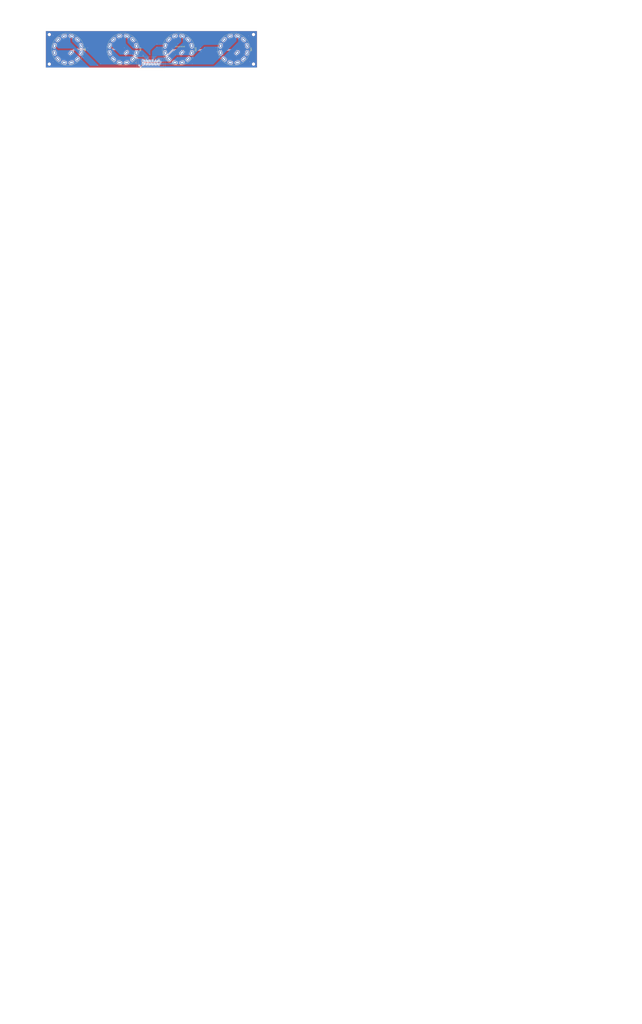
<source format=kicad_pcb>
(kicad_pcb
	(version 20240108)
	(generator "pcbnew")
	(generator_version "8.0")
	(general
		(thickness 1.6)
		(legacy_teardrops no)
	)
	(paper "A4")
	(layers
		(0 "F.Cu" signal)
		(31 "B.Cu" signal)
		(34 "B.Paste" user)
		(35 "F.Paste" user)
		(36 "B.SilkS" user "B.Silkscreen")
		(37 "F.SilkS" user "F.Silkscreen")
		(38 "B.Mask" user)
		(39 "F.Mask" user)
		(44 "Edge.Cuts" user)
		(45 "Margin" user)
		(46 "B.CrtYd" user "B.Courtyard")
		(47 "F.CrtYd" user "F.Courtyard")
		(48 "B.Fab" user)
		(49 "F.Fab" user)
	)
	(setup
		(stackup
			(layer "F.SilkS"
				(type "Top Silk Screen")
				(color "White")
			)
			(layer "F.Paste"
				(type "Top Solder Paste")
			)
			(layer "F.Mask"
				(type "Top Solder Mask")
				(color "Black")
				(thickness 0.01)
			)
			(layer "F.Cu"
				(type "copper")
				(thickness 0.035)
			)
			(layer "dielectric 1"
				(type "core")
				(thickness 1.51)
				(material "FR4")
				(epsilon_r 4.5)
				(loss_tangent 0.02)
			)
			(layer "B.Cu"
				(type "copper")
				(thickness 0.035)
			)
			(layer "B.Mask"
				(type "Bottom Solder Mask")
				(color "Black")
				(thickness 0.01)
			)
			(layer "B.Paste"
				(type "Bottom Solder Paste")
			)
			(layer "B.SilkS"
				(type "Bottom Silk Screen")
				(color "White")
			)
			(copper_finish "None")
			(dielectric_constraints yes)
		)
		(pad_to_mask_clearance 0)
		(allow_soldermask_bridges_in_footprints no)
		(aux_axis_origin 74 130)
		(grid_origin 74 130)
		(pcbplotparams
			(layerselection 0x00010fc_ffffffff)
			(plot_on_all_layers_selection 0x0000000_00000000)
			(disableapertmacros no)
			(usegerberextensions no)
			(usegerberattributes yes)
			(usegerberadvancedattributes yes)
			(creategerberjobfile yes)
			(dashed_line_dash_ratio 12.000000)
			(dashed_line_gap_ratio 3.000000)
			(svgprecision 4)
			(plotframeref no)
			(viasonmask no)
			(mode 1)
			(useauxorigin no)
			(hpglpennumber 1)
			(hpglpenspeed 20)
			(hpglpendiameter 15.000000)
			(pdf_front_fp_property_popups yes)
			(pdf_back_fp_property_popups yes)
			(dxfpolygonmode yes)
			(dxfimperialunits yes)
			(dxfusepcbnewfont yes)
			(psnegative no)
			(psa4output no)
			(plotreference yes)
			(plotvalue yes)
			(plotfptext yes)
			(plotinvisibletext no)
			(sketchpadsonfab no)
			(subtractmaskfromsilk no)
			(outputformat 1)
			(mirror no)
			(drillshape 0)
			(scaleselection 1)
			(outputdirectory "manufacturing/")
		)
	)
	(net 0 "")
	(net 1 "+3V3")
	(net 2 "/ATT Capt")
	(net 3 "/AIR Capt")
	(net 4 "/ATT FO")
	(net 5 "/AIR FO")
	(net 6 "/EIS Capt")
	(net 7 "unconnected-(J1-Pin_7-Pad7)")
	(net 8 "/EIS FO")
	(net 9 "GND")
	(net 10 "/ECAM Capt")
	(net 11 "VBUS")
	(net 12 "/ECAM FO")
	(net 13 "unconnected-(SW1-Pad2)")
	(net 14 "unconnected-(SW1-Pad3)")
	(net 15 "unconnected-(SW1-Pad5)")
	(net 16 "unconnected-(SW1-Pad6)")
	(net 17 "unconnected-(SW1-Pad4)")
	(net 18 "unconnected-(SW1-Pad8)")
	(net 19 "unconnected-(SW1-Pad9)")
	(net 20 "unconnected-(SW1-Pad1)")
	(net 21 "unconnected-(SW1-Pad11)")
	(net 22 "unconnected-(SW1-Pad12)")
	(net 23 "unconnected-(SW2-Pad2)")
	(net 24 "unconnected-(SW2-Pad3)")
	(net 25 "unconnected-(SW2-Pad5)")
	(net 26 "unconnected-(SW2-Pad6)")
	(net 27 "unconnected-(SW2-Pad4)")
	(net 28 "unconnected-(SW2-Pad8)")
	(net 29 "unconnected-(SW2-Pad9)")
	(net 30 "unconnected-(SW2-Pad1)")
	(net 31 "unconnected-(SW2-Pad11)")
	(net 32 "unconnected-(SW2-Pad12)")
	(net 33 "unconnected-(SW3-Pad2)")
	(net 34 "unconnected-(SW3-Pad3)")
	(net 35 "unconnected-(SW3-Pad5)")
	(net 36 "unconnected-(SW3-Pad6)")
	(net 37 "unconnected-(SW3-Pad4)")
	(net 38 "unconnected-(SW3-Pad8)")
	(net 39 "unconnected-(SW3-Pad9)")
	(net 40 "unconnected-(SW3-Pad1)")
	(net 41 "unconnected-(SW3-Pad11)")
	(net 42 "unconnected-(SW3-Pad12)")
	(net 43 "unconnected-(SW4-Pad2)")
	(net 44 "unconnected-(SW4-Pad3)")
	(net 45 "unconnected-(SW4-Pad5)")
	(net 46 "unconnected-(SW4-Pad6)")
	(net 47 "unconnected-(SW4-Pad1)")
	(net 48 "unconnected-(SW4-Pad8)")
	(net 49 "unconnected-(SW4-Pad9)")
	(net 50 "unconnected-(SW4-Pad4)")
	(net 51 "unconnected-(SW4-Pad11)")
	(net 52 "unconnected-(SW4-Pad12)")
	(footprint "MountingHole:MountingHole_2.2mm_M2" (layer "F.Cu") (at 243 127))
	(footprint "NiasStuff:C&K_Rotary_Switches" (layer "F.Cu") (at 227 115 -90))
	(footprint "MountingHole:MountingHole_2.2mm_M2" (layer "F.Cu") (at 77 127))
	(footprint "NiasStuff:C&K_Rotary_Switches" (layer "F.Cu") (at 182 115 -90))
	(footprint "NiasStuff:C&K_Rotary_Switches" (layer "F.Cu") (at 92 115 -90))
	(footprint "NiasStuff:C&K_Rotary_Switches" (layer "F.Cu") (at 137 115 -90))
	(footprint "MountingHole:MountingHole_2.2mm_M2" (layer "F.Cu") (at 243 103))
	(footprint "MountingHole:MountingHole_2.2mm_M2" (layer "F.Cu") (at 77 103))
	(footprint "Connector_IDC:IDC-Header_2x06_P2.54mm_Vertical" (layer "B.Cu") (at 153.3 124.46 -90))
	(gr_line
		(start 246 100)
		(end 74 100)
		(stroke
			(width 0.1)
			(type default)
		)
		(layer "Edge.Cuts")
		(uuid "4180de9c-72a9-4372-a0e6-21885a70859e")
	)
	(gr_line
		(start 246 130)
		(end 246 100)
		(stroke
			(width 0.1)
			(type default)
		)
		(layer "Edge.Cuts")
		(uuid "5c6d5c02-aabe-4484-bced-6faf57b1ac89")
	)
	(gr_line
		(start 74 100)
		(end 74 130)
		(stroke
			(width 0.1)
			(type default)
		)
		(layer "Edge.Cuts")
		(uuid "658482ab-e47e-41e2-b0a4-029602479ac5")
	)
	(gr_line
		(start 74 130)
		(end 246 130)
		(stroke
			(width 0.1)
			(type default)
		)
		(layer "Edge.Cuts")
		(uuid "6c260de4-b235-4139-8cd3-6a8379b8777c")
	)
	(gr_line
		(start 526.028976 391.206486)
		(end 525.706738 391.079431)
		(locked yes)
		(stroke
			(width 0.613409)
			(type solid)
		)
		(layer "F.Fab")
		(uuid "000605f7-d09d-42b3-95e3-428df9b2ad4d")
	)
	(gr_line
		(start 438.650647 95.161961)
		(end 438.511297 95.765806)
		(locked yes)
		(stroke
			(width 0.613699)
			(type solid)
		)
		(layer "F.Fab")
		(uuid "00088ac3-1bfc-4e33-9fbe-9190a1121e5c")
	)
	(gr_line
		(start 100.653418 334.425418)
		(end 100.867558 334.007315)
		(locked yes)
		(stroke
			(width 0.612998)
			(type solid)
		)
		(layer "F.Fab")
		(uuid "00233eff-4241-4a3d-9eac-6fecd5ac70bb")
	)
	(gr_line
		(start 506.805593 140.935512)
		(end 507.265738 140.804845)
		(locked yes)
		(stroke
			(width 0.612998)
			(type solid)
		)
		(layer "F.Fab")
		(uuid "002f8e6a-c999-4f52-b21b-819c1e2fd99f")
	)
	(gr_line
		(start 396.926741 761.091366)
		(end 396.934656 761.40442)
		(locked yes)
		(stroke
			(width 0.613409)
			(type solid)
		)
		(layer "F.Fab")
		(uuid "003472a7-e9c7-440a-94a8-7f1ea67acbd4")
	)
	(gr_line
		(start 422.657014 137.591086)
		(end 423.290796 137.542888)
		(locked yes)
		(stroke
			(width 0.613699)
			(type solid)
		)
		(layer "F.Fab")
		(uuid "00432e7e-9581-4d98-9c81-a83c06a5d2b0")
	)
	(gr_line
		(start 431.282095 81.146329)
		(end 431.834897 81.396275)
		(locked yes)
		(stroke
			(width 0.613699)
			(type solid)
		)
		(layer "F.Fab")
		(uuid "00442c20-4dde-4a70-9046-78cce46acc9e")
	)
	(gr_line
		(start 458.089899 99.118476)
		(end 457.789398 98.595805)
		(locked yes)
		(stroke
			(width 0.613699)
			(type solid)
		)
		(layer "F.Fab")
		(uuid "009093a4-af50-484f-ab2c-4fa4d150c025")
	)
	(gr_line
		(start 78.961944 354.031835)
		(end 78.883339 354.045798)
		(locked yes)
		(stroke
			(width 0.612998)
			(type solid)
		)
		(layer "F.Fab")
		(uuid "009e31d4-8050-4ed2-aacd-f3b39fc1c9b5")
	)
	(gr_line
		(start 351.716947 110.089467)
		(end 352.561506 109.982148)
		(locked yes)
		(stroke
			(width 0.834897)
			(type solid)
		)
		(layer "F.Fab")
		(uuid "00adaae8-4c74-4ea2-ac51-03182dad2382")
	)
	(gr_line
		(start 49.983855 324.98834)
		(end 49.997818 324.909734)
		(locked yes)
		(stroke
			(width 0.612998)
			(type solid)
		)
		(layer "F.Fab")
		(uuid "00bad4a4-4bc5-4447-932b-01c58737d9e4")
	)
	(gr_line
		(start 222.038847 380.732167)
		(end 222.42493 380.95416)
		(locked yes)
		(stroke
			(width 0.715585)
			(type solid)
		)
		(layer "F.Fab")
		(uuid "00dd887a-f2c0-49a3-aa2c-d3a926404083")
	)
	(gr_line
		(start 501.492966 337.386727)
		(end 502.333242 337.536785)
		(locked yes)
		(stroke
			(width 0.994409)
			(type solid)
		)
		(layer "F.Fab")
		(uuid "00e00f95-5669-4960-b898-211c88ad836b")
	)
	(gr_line
		(start 480.989215 90.131207)
		(end 481.098967 90.745834)
		(locked yes)
		(stroke
			(width 0.613699)
			(type solid)
		)
		(layer "F.Fab")
		(uuid "00e7208f-1dca-4a9c-a7bc-f8c45eade495")
	)
	(gr_line
		(start 176.379032 301.221363)
		(end 176.649379 300.84119)
		(locked yes)
		(stroke
			(width 0.612998)
			(type solid)
		)
		(layer "F.Fab")
		(uuid "0126fdec-4ed0-405f-96a8-bf8dcc22c5dd")
	)
	(gr_line
		(start 51.558684 323.638466)
		(end 78.640093 323.638466)
		(locked yes)
		(stroke
			(width 0.612998)
			(type solid)
		)
		(layer "F.Fab")
		(uuid "01272250-71b3-40c6-9372-33211803dab7")
	)
	(gr_line
		(start 340.686157 92.134164)
		(end 340.761151 92.72433)
		(locked yes)
		(stroke
			(width 0.745489)
			(type solid)
		)
		(layer "F.Fab")
		(uuid "0140af6f-2293-44e0-92cc-5cfdb612a714")
	)
	(gr_line
		(start 239.262218 373.502929)
		(end 239.930487 374.545326)
		(locked yes)
		(stroke
			(width 0.914526)
			(type solid)
		)
		(layer "F.Fab")
		(uuid "015195bd-713e-4438-8b57-1120f892e0d7")
	)
	(gr_line
		(start 131.631354 289.493767)
		(end 136.350136 289.493767)
		(locked yes)
		(stroke
			(width 0.923289)
			(type solid)
		)
		(layer "F.Fab")
		(uuid "01a210cb-45f4-4609-9580-bad11f4e6167")
	)
	(gr_line
		(start 220.385896 380.033917)
		(end 220.814268 380.178863)
		(locked yes)
		(stroke
			(width 0.715585)
			(type solid)
		)
		(layer "F.Fab")
		(uuid "01bbde9e-f889-43d6-a1a2-473147205433")
	)
	(gr_line
		(start 396.334766 758.766998)
		(end 396.456592 759.036471)
		(locked yes)
		(stroke
			(width 0.613409)
			(type solid)
		)
		(layer "F.Fab")
		(uuid "01bf2cc4-fa0e-488e-901f-f945cecfa919")
	)
	(gr_line
		(start 173.653527 433.405088)
		(end 174.05361 432.229977)
		(locked yes)
		(stroke
			(width 2.371089)
			(type solid)
		)
		(layer "F.Fab")
		(uuid "01d930e9-cc17-4b7f-988d-ae3777f28eaf")
	)
	(gr_line
		(start 385.502037 764.304147)
		(end 385.367692 764.041842)
		(locked yes)
		(stroke
			(width 0.613409)
			(type solid)
		)
		(layer "F.Fab")
		(uuid "01e3bf14-6a63-402b-afde-e5165db485e4")
	)
	(gr_line
		(start 78.883339 323.656757)
		(end 78.961944 323.670721)
		(locked yes)
		(stroke
			(width 0.612998)
			(type solid)
		)
		(layer "F.Fab")
		(uuid "01e618f4-1151-47ec-a8ac-6c0e9197a39b")
	)
	(gr_line
		(start 469.897676 159.457013)
		(end 469.437531 159.587679)
		(locked yes)
		(stroke
			(width 0.612998)
			(type solid)
		)
		(layer "F.Fab")
		(uuid "01e7e644-8d27-47ab-a8ba-c0019926ff08")
	)
	(gr_line
		(start 405.428136 469.796118)
		(end 405.539696 469.46641)
		(locked yes)
		(stroke
			(width 0.613409)
			(type solid)
		)
		(layer "F.Fab")
		(uuid "01eff2ad-4258-4867-9c2f-0a3e6118c425")
	)
	(gr_line
		(start 70.853738 184.555666)
		(end 71.360083 184.23102)
		(locked yes)
		(stroke
			(width 0.613699)
			(type solid)
		)
		(layer "F.Fab")
		(uuid "02030059-60ad-4a75-9f32-2eebedba0f35")
	)
	(gr_line
		(start 319.929823 101.43117)
		(end 319.579739 100.985686)
		(locked yes)
		(stroke
			(width 0.745489)
			(type solid)
		)
		(layer "F.Fab")
		(uuid "0211cbd5-247f-4c0e-83ea-9fe83e47ade6")
	)
	(gr_line
		(start 519.335724 151.187708)
		(end 519.274059 151.672986)
		(locked yes)
		(stroke
			(width 0.612998)
			(type solid)
		)
		(layer "F.Fab")
		(uuid "0218070a-d244-4c66-a1ed-314a4b228885")
	)
	(gr_line
		(start 180.645293 315.577555)
		(end 180.215766 315.38337)
		(locked yes)
		(stroke
			(width 0.612998)
			(type solid)
		)
		(layer "F.Fab")
		(uuid "021e880c-609f-4d33-982b-d74f4282ebd7")
	)
	(gr_line
		(start 80.003205 353.298271)
		(end 79.961851 353.362896)
		(locked yes)
		(stroke
			(width 0.612998)
			(type solid)
		)
		(layer "F.Fab")
		(uuid "02324b54-f36f-4648-b688-1f8dffba6878")
	)
	(gr_line
		(start 147.734556 102.79906)
		(end 148.346886 103.329475)
		(locked yes)
		(stroke
			(width 0.834897)
			(type solid)
		)
		(layer "F.Fab")
		(uuid "023c1398-635b-4413-be60-b82a0ea09d68")
	)
	(gr_line
		(start 368.971872 88.817509)
		(end 369.23228 88.30904)
		(locked yes)
		(stroke
			(width 0.745489)
			(type solid)
		)
		(layer "F.Fab")
		(uuid "024f2a1c-8005-4f30-a77f-cd3daa17253a")
	)
	(gr_line
		(start 160.434596 354.341282)
		(end 245.945501 354.341282)
		(locked yes)
		(stroke
			(width 0.834897)
			(type solid)
		)
		(layer "F.Fab")
		(uuid "025869bd-e316-4f1f-9cfb-4e0550108fc7")
	)
	(gr_line
		(start 387.951502 756.055227)
		(end 388.213807 755.920883)
		(locked yes)
		(stroke
			(width 0.613409)
			(type solid)
		)
		(layer "F.Fab")
		(uuid "0261f3ab-ba4f-4b59-b279-137ddfdd3683")
	)
	(gr_line
		(start 167.420177 851.397609)
		(end 161.951558 851.397609)
		(locked yes)
		(stroke
			(width 0.971549)
			(type solid)
		)
		(layer "F.Fab")
		(uuid "02760c2e-5f23-40bd-b58d-ae7b91105ba7")
	)
	(gr_line
		(start 70.36445 184.903644)
		(end 70.853738 184.555666)
		(locked yes)
		(stroke
			(width 0.613699)
			(type solid)
		)
		(layer "F.Fab")
		(uuid "02773476-912d-4710-9a72-d66b22c98600")
	)
	(gr_line
		(start 524.608414 197.335439)
		(end 521.514339 205.836354)
		(locked yes)
		(stroke
			(width 0.844549)
			(type solid)
		)
		(layer "F.Fab")
		(uuid "02e7ca73-03bb-4664-abbc-e3db0c34eff3")
	)
	(gr_line
		(start 512.112445 140.804845)
		(end 512.572591 140.935512)
		(locked yes)
		(stroke
			(width 0.612998)
			(type solid)
		)
		(layer "F.Fab")
		(uuid "0300f639-982c-4c00-93bc-b7b7fa78b6bb")
	)
	(gr_line
		(start 396.661159 759.595391)
		(end 396.743135 759.884073)
		(locked yes)
		(stroke
			(width 0.613409)
			(type solid)
		)
		(layer "F.Fab")
		(uuid "0312e0da-7972-4f68-9b94-be8597fcb7c5")
	)
	(gr_line
		(start 211.445384 382.014475)
		(end 211.779907 381.724704)
		(locked yes)
		(stroke
			(width 0.715585)
			(type solid)
		)
		(layer "F.Fab")
		(uuid "032f56d8-7179-4175-9fd8-f032d917e48b")
	)
	(gr_line
		(start 462.392159 158.722618)
		(end 461.98609 158.489134)
		(locked yes)
		(stroke
			(width 0.612998)
			(type solid)
		)
		(layer "F.Fab")
		(uuid "03360393-7d40-4aba-a2bd-879aae9175fd")
	)
	(gr_line
		(start 386.193981 103.70857)
		(end 385.715547 104.015304)
		(locked yes)
		(stroke
			(width 0.745489)
			(type solid)
		)
		(layer "F.Fab")
		(uuid "0344a92d-da80-4a51-9ad5-d46c42075c37")
	)
	(gr_line
		(start 388.759539 767.118707)
		(end 388.48328 767.009783)
		(locked yes)
		(stroke
			(width 0.613409)
			(type solid)
		)
		(layer "F.Fab")
		(uuid "035a975d-c58f-4e5d-87c2-ef76c4500222")
	)
	(gr_line
		(start 476.698255 149.697289)
		(end 476.710872 150.196281)
		(locked yes)
		(stroke
			(width 0.612998)
			(type solid)
		)
		(layer "F.Fab")
		(uuid "0395b2e5-2b13-423b-9c89-527c0f641d56")
	)
	(gr_line
		(start 172.744921 444.307382)
		(end 172.607627 443.0936)
		(locked yes)
		(stroke
			(width 2.371089)
			(type solid)
		)
		(layer "F.Fab")
		(uuid "039b708f-32ac-4945-a571-c10abf34fb60")
	)
	(gr_line
		(start 180.215766 297.902381)
		(end 180.645293 297.708196)
		(locked yes)
		(stroke
			(width 0.612998)
			(type solid)
		)
		(layer "F.Fab")
		(uuid "03ba8d66-2eea-4a9b-a472-e3ea974e7d1d")
	)
	(gr_line
		(start 370.501753 86.428921)
		(end 370.872377 86.001035)
		(locked yes)
		(stroke
			(width 0.745489)
			(type solid)
		)
		(layer "F.Fab")
		(uuid "03c6de7f-787a-4c6c-bc90-7bdb8d7e8dbe")
	)
	(gr_line
		(start 50.937419 323.763278)
		(end 51.009824 323.73483)
		(locked yes)
		(stroke
			(width 0.612998)
			(type solid)
		)
		(layer "F.Fab")
		(uuid "03c710eb-db43-4eeb-ae07-8699dcecec02")
	)
	(gr_line
		(start 149.854544 860.733783)
		(end 149.854544 879.623638)
		(locked yes)
		(stroke
			(width 0.971549)
			(type solid)
		)
		(layer "F.Fab")
		(uuid "03d2bb4e-27aa-4e6a-abe0-b29dd369c004")
	)
	(gr_line
		(start 182.942972 316.227843)
		(end 182.465462 316.142568)
		(locked yes)
		(stroke
			(width 0.612998)
			(type solid)
		)
		(layer "F.Fab")
		(uuid "03d32559-33ac-4b96-bb3b-e66db22cf745")
	)
	(gr_line
		(start 51.083926 323.709856)
		(end 51.159628 323.688453)
		(locked yes)
		(stroke
			(width 0.612998)
			(type solid)
		)
		(layer "F.Fab")
		(uuid "042a9e4e-0722-4c1f-a53d-576da9b51009")
	)
	(gr_line
		(start 406.136416 468.226726)
		(end 406.320987 467.93882)
		(locked yes)
		(stroke
			(width 0.613409)
			(type solid)
		)
		(layer "F.Fab")
		(uuid "042b75ed-a558-48d4-94b9-25bebd8e6e34")
	)
	(gr_line
		(start 111.620599 775.822067)
		(end 117.08918 775.822067)
		(locked yes)
		(stroke
			(width 0.971549)
			(type solid)
		)
		(layer "F.Fab")
		(uuid "044c73e5-0562-494d-975f-7d1a4eb8fe4d")
	)
	(gr_line
		(start 502.832495 157.052861)
		(end 502.511424 156.716102)
		(locked yes)
		(stroke
			(width 0.612998)
			(type solid)
		)
		(layer "F.Fab")
		(uuid "0461196f-4968-494c-8639-100754102832")
	)
	(gr_line
		(start 115.56191 331.146894)
		(end 115.91375 331.451666)
		(locked yes)
		(stroke
			(width 0.612998)
			(type solid)
		)
		(layer "F.Fab")
		(uuid "0470f885-0d38-420d-9d54-bb466c1305b8")
	)
	(gr_line
		(start 179.797664 298.11652)
		(end 180.215766 297.902381)
		(locked yes)
		(stroke
			(width 0.612998)
			(type solid)
		)
		(layer "F.Fab")
		(uuid "047498cc-7428-457e-957f-e228c2749e0f")
	)
	(gr_line
		(start 104.771895 347.155689)
		(end 104.365826 346.922205)
		(locked yes)
		(stroke
			(width 0.612998)
			(type solid)
		)
		(layer "F.Fab")
		(uuid "04afe5c2-00f2-469c-a60e-b9bb932aca8a")
	)
	(gr_line
		(start 76.555323 182.488539)
		(end 77.189099 182.440341)
		(locked yes)
		(stroke
			(width 0.613699)
			(type solid)
		)
		(layer "F.Fab")
		(uuid "04c12bbd-bee6-47ff-8984-e3931c0eb951")
	)
	(gr_line
		(start 88.804832 200.854441)
		(end 88.504331 201.377111)
		(locked yes)
		(stroke
			(width 0.613699)
			(type solid)
		)
		(layer "F.Fab")
		(uuid "04d988a9-a611-4a97-a93d-d0399c9d1d9d")
	)
	(gr_line
		(start 87.461284 186.966058)
		(end 87.831773 187.437554)
		(locked yes)
		(stroke
			(width 0.613699)
			(type solid)
		)
		(layer "F.Fab")
		(uuid "04e84a0c-3d5a-4d6b-891e-626e8572f4ae")
	)
	(gr_poly
		(pts
			(xy 73.179883 859.944839) (xy 73.179883 857.838146) (xy 76.99686 854.042176) (xy 79.115374 854.041478)
		)
		(locked yes)
		(stroke
			(width 0)
			(type solid)
		)
		(fill solid)
		(layer "F.Fab")
		(uuid "050bfc30-a9c6-441c-9438-b37ee68fae0a")
	)
	(gr_line
		(start 79.767621 353.598498)
		(end 79.712352 353.65118)
		(locked yes)
		(stroke
			(width 0.612998)
			(type solid)
		)
		(layer "F.Fab")
		(uuid "051afe90-04dc-4cb5-9263-8241581b0986")
	)
	(gr_line
		(start 533.494228 462.090991)
		(end 533.539389 462.04888)
		(locked yes)
		(stroke
			(width 0.904573)
			(type solid)
		)
		(layer "F.Fab")
		(uuid "05213936-3453-44c5-b8a4-bb4a6c27338a")
	)
	(gr_line
		(start 68.593544 168.717919)
		(end 68.201298 168.265045)
		(locked yes)
		(stroke
			(width 0.613699)
			(type solid)
		)
		(layer "F.Fab")
		(uuid "05342953-60f6-41c2-a9ac-2a4e04cb24f2")
	)
	(gr_line
		(start 407.959431 466.219994)
		(end 408.237637 466.022156)
		(locked yes)
		(stroke
			(width 0.613409)
			(type solid)
		)
		(layer "F.Fab")
		(uuid "053ea2d9-1140-40e3-8963-f826dfe6a954")
	)
	(gr_line
		(start 506.355045 159.304564)
		(end 505.914703 159.130942)
		(locked yes)
		(stroke
			(width 0.612998)
			(type solid)
		)
		(layer "F.Fab")
		(uuid "055fa924-e301-4c44-96c9-8c930c198e8b")
	)
	(gr_line
		(start 482.598237 349.179314)
		(end 482.866503 348.386483)
		(locked yes)
		(stroke
			(width 0.994409)
			(type solid)
		)
		(layer "F.Fab")
		(uuid "05747927-4bd6-41c7-a367-9d42636524e0")
	)
	(gr_line
		(start 72.420804 149.075621)
		(end 72.973612 148.825677)
		(locked yes)
		(stroke
			(width 0.613699)
			(type solid)
		)
		(layer "F.Fab")
		(uuid "05c9f95f-3b35-441b-bd6d-1e955e4c1190")
	)
	(gr_line
		(start 436.054375 84.707461)
		(end 436.424861 85.178958)
		(locked yes)
		(stroke
			(width 0.613699)
			(type solid)
		)
		(layer "F.Fab")
		(uuid "05cb67b4-e2e1-4d12-92df-ca55125977a2")
	)
	(gr_line
		(start 79.107285 182.48854)
		(end 79.731845 182.567913)
		(locked yes)
		(stroke
			(width 0.613699)
			(type solid)
		)
		(layer "F.Fab")
		(uuid "05d0bc81-942e-45ca-b730-a7ce3ea8c340")
	)
	(gr_line
		(start 240.549115 375.621222)
		(end 241.116487 376.729001)
		(locked yes)
		(stroke
			(width 0.914526)
			(type solid)
		)
		(layer "F.Fab")
		(uuid "05dbfa15-7cb4-4ec7-a4b0-2258bed485b7")
	)
	(gr_line
		(start 87.069033 186.513189)
		(end 87.461284 186.966058)
		(locked yes)
		(stroke
			(width 0.613699)
			(type solid)
		)
		(layer "F.Fab")
		(uuid "05f9077e-c1c0-4eff-b543-d3927c13fcaa")
	)
	(gr_line
		(start 557.442847 461.808328)
		(end 557.499571 461.821611)
		(locked yes)
		(stroke
			(width 0.904573)
			(type solid)
		)
		(layer "F.Fab")
		(uuid "0601bb4c-28d8-4b1f-b508-3dbbf30f1d84")
	)
	(gr_line
		(start 50.195571 324.404285)
		(end 50.236925 324.339659)
		(locked yes)
		(stroke
			(width 0.612998)
			(type solid)
		)
		(layer "F.Fab")
		(uuid "06100aa7-63b9-4c70-9630-eda8d3fd70e7")
	)
	(gr_line
		(start 516.86676 143.676428)
		(end 517.171532 144.028269)
		(locked yes)
		(stroke
			(width 0.612998)
			(type solid)
		)
		(layer "F.Fab")
		(uuid "062bd4f0-c798-42d7-97e6-d81ce6378f3e")
	)
	(gr_line
		(start 175.158932 303.759377)
		(end 175.311381 303.308828)
		(locked yes)
		(stroke
			(width 0.612998)
			(type solid)
		)
		(layer "F.Fab")
		(uuid "062cf003-8e5f-42b5-984f-730b1687b14b")
	)
	(gr_line
		(start 378.395322 82.198431)
		(end 378.994171 82.152892)
		(locked yes)
		(stroke
			(width 0.745489)
			(type solid)
		)
		(layer "F.Fab")
		(uuid "06505807-513c-453f-826a-8dd3e0b1bc36")
	)
	(gr_line
		(start 476.229808 82.645055)
		(end 476.701252 83.015578)
		(locked yes)
		(stroke
			(width 0.613699)
			(type solid)
		)
		(layer "F.Fab")
		(uuid "065e97bc-9756-4124-8a4d-b671a4e83fbd")
	)
	(gr_line
		(start 438.511297 95.765806)
		(end 438.343128 96.358083)
		(locked yes)
		(stroke
			(width 0.613699)
			(type solid)
		)
		(layer "F.Fab")
		(uuid "065f6507-55d8-4ffb-99d3-c7c29787afdc")
	)
	(gr_poly
		(pts
			(xy 355.166741 773.176724) (xy 355.862357 773.848776) (xy 355.862357 778.171923) (xy 353.447776 778.171923)
			(xy 353.447853 773.848776) (xy 354.14347 773.176724) (xy 354.14347 769.816542) (xy 355.166741 769.816542)
		)
		(locked yes)
		(stroke
			(width 0)
			(type solid)
		)
		(fill solid)
		(layer "F.Fab")
		(uuid "0669aa2b-1ca7-464f-8506-d9cbec2a41d7")
	)
	(gr_line
		(start 428.939525 80.419071)
		(end 429.543303 80.558439)
		(locked yes)
		(stroke
			(width 0.613699)
			(type solid)
		)
		(layer "F.Fab")
		(uuid "0676f874-8d33-420d-8b4b-5ad083058585")
	)
	(gr_line
		(start 482.368302 349.989033)
		(end 482.598237 349.179314)
		(locked yes)
		(stroke
			(width 0.994409)
			(type solid)
		)
		(layer "F.Fab")
		(uuid "0682be8b-ede1-4343-a150-44fdaa95339d")
	)
	(gr_line
		(start 417.186608 84.254586)
		(end 417.599829 83.821127)
		(locked yes)
		(stroke
			(width 0.613699)
			(type solid)
		)
		(layer "F.Fab")
		(uuid "068c72fd-a128-4bf3-b48a-6d98a9a41890")
	)
	(gr_line
		(start 465.644071 80.558435)
		(end 466.247855 80.419069)
		(locked yes)
		(stroke
			(width 0.613699)
			(type solid)
		)
		(layer "F.Fab")
		(uuid "06a60b20-42d7-49c9-908b-5c8ddc96c568")
	)
	(gr_line
		(start 533.294572 481.431972)
		(end 533.260377 481.374913)
		(locked yes)
		(stroke
			(width 0.904573)
			(type solid)
		)
		(layer "F.Fab")
		(uuid "06c30212-0f1e-4ba8-b3f5-7d3481658b9c")
	)
	(gr_line
		(start 412.205042 479.002122)
		(end 411.839886 478.992889)
		(locked yes)
		(stroke
			(width 0.613409)
			(type solid)
		)
		(layer "F.Fab")
		(uuid "06e1b00a-e6d6-4ef6-9f12-d2b2652e7c44")
	)
	(gr_line
		(start 514.616778 360.895227)
		(end 514.275069 361.651067)
		(locked yes)
		(stroke
			(width 0.994409)
			(type solid)
		)
		(layer "F.Fab")
		(uuid "070e113d-6ed8-40bd-80a2-734a650930be")
	)
	(gr_line
		(start 176.126812 311.670962)
		(end 175.893327 311.264894)
		(locked yes)
		(stroke
			(width 0.612998)
			(type solid)
		)
		(layer "F.Fab")
		(uuid "0736868e-e17a-4d88-8b9a-c70bd613369a")
	)
	(gr_line
		(start 85.298124 150.324395)
		(end 85.76957 150.694917)
		(locked yes)
		(stroke
			(width 0.613699)
			(type solid)
		)
		(layer "F.Fab")
		(uuid "073ae6d6-8384-48a7-9c47-c0e1e2c0766a")
	)
	(gr_line
		(start 209.537622 384.44434)
		(end 209.759615 384.058257)
		(locked yes)
		(stroke
			(width 0.715585)
			(type solid)
		)
		(layer "F.Fab")
		(uuid "07540ab9-d94e-4735-bf31-824434b07578")
	)
	(gr_line
		(start 154.708899 685.237984)
		(end 154.708899 693.292376)
		(locked yes)
		(stroke
			(width 0.717548)
			(type solid)
		)
		(layer "F.Fab")
		(uuid "0754a9b8-1a68-4bbf-814b-453a2b33b736")
	)
	(gr_line
		(start 336.530623 103.02971)
		(end 336.085137 103.379792)
		(locked yes)
		(stroke
			(width 0.745489)
			(type solid)
		)
		(layer "F.Fab")
		(uuid "0756f6dc-09b4-45a2-b42e-be024c2caec1")
	)
	(gr_line
		(start 50.122198 324.539714)
		(end 50.157296 324.471002)
		(locked yes)
		(stroke
			(width 0.612998)
			(type solid)
		)
		(layer "F.Fab")
		(uuid "07593c65-c9d4-4dc2-bd1b-79dbc9433a74")
	)
	(gr_line
		(start 389.379042 87.336747)
		(end 389.685759 87.815205)
		(locked yes)
		(stroke
			(width 0.745489)
			(type solid)
		)
		(layer "F.Fab")
		(uuid "0760bdec-5042-434e-97ad-e09e5535a185")
	)
	(gr_line
		(start 456.844207 96.358069)
		(end 456.676034 95.765794)
		(locked yes)
		(stroke
			(width 0.613699)
			(type solid)
		)
		(layer "F.Fab")
		(uuid "07990805-1dec-4e93-bb89-bb5beabfc4a5")
	)
	(gr_line
		(start 189.447769 314.935746)
		(end 189.041701 315.169231)
		(locked yes)
		(stroke
			(width 0.612998)
			(type solid)
		)
		(layer "F.Fab")
		(uuid "07a70382-fbb2-4278-8b58-a85916575dff")
	)
	(gr_line
		(start 438.904188 92.646577)
		(end 438.887949 93.288855)
		(locked yes)
		(stroke
			(width 0.613699)
			(type solid)
		)
		(layer "F.Fab")
		(uuid "07ba21fd-5633-461d-a5ef-073f8f3c6be7")
	)
	(gr_line
		(start 518.215447 154.818287)
		(end 517.981963 155.224354)
		(locked yes)
		(stroke
			(width 0.612998)
			(type solid)
		)
		(layer "F.Fab")
		(uuid "07da63e9-248f-4d21-8be5-277734e70bcb")
	)
	(gr_line
		(start 227.053708 96.402278)
		(end 227.053747 98.945456)
		(locked yes)
		(stroke
			(width 1.977389)
			(type solid)
		)
		(layer "F.Fab")
		(uuid "0801d8f0-8c2a-44f2-bf9f-249b75223ecd")
	)
	(gr_line
		(start 492.25261 369.975801)
		(end 491.496771 369.634093)
		(locked yes)
		(stroke
			(width 0.994409)
			(type solid)
		)
		(layer "F.Fab")
		(uuid "080acedd-a53e-4e50-9a9a-f53c56c5f81d")
	)
	(gr_line
		(start 474.173476 81.396275)
		(end 474.711574 81.671905)
		(locked yes)
		(stroke
			(width 0.613699)
			(type solid)
		)
		(layer "F.Fab")
		(uuid "081265e0-318a-4a48-9b7a-f8f37883d7bb")
	)
	(gr_line
		(start 220.584981 362.308293)
		(end 221.870753 362.471676)
		(locked yes)
		(stroke
			(width 0.914526)
			(type solid)
		)
		(layer "F.Fab")
		(uuid "0842b355-58ce-405c-981c-fd579aa22f7a")
	)
	(gr_line
		(start 65.605031 192.389816)
		(end 65.744384 191.785971)
		(locked yes)
		(stroke
			(width 0.613699)
			(type solid)
		)
		(layer "F.Fab")
		(uuid "086a820f-f74f-4460-b7d8-07842a62bd57")
	)
	(gr_line
		(start 85.740463 100.271635)
		(end 86.506817 99.969471)
		(locked yes)
		(stroke
			(width 0.834897)
			(type solid)
		)
		(layer "F.Fab")
		(uuid "087ce349-3630-46df-a771-697db330fee5")
	)
	(gr_line
		(start 390.2301 99.042582)
		(end 389.969692 99.551051)
		(locked yes)
		(stroke
			(width 0.745489)
			(type solid)
		)
		(layer "F.Fab")
		(uuid "08804084-534f-46a9-97e7-738a0760399f")
	)
	(gr_line
		(start 413.960788 93.288852)
		(end 413.944548 92.646577)
		(locked yes)
		(stroke
			(width 0.613699)
			(type solid)
		)
		(layer "F.Fab")
		(uuid "08a47f18-b755-4086-9c9d-fcd91754fa4b")
	)
	(gr_line
		(start 111.817267 329.237917)
		(end 112.277412 329.368584)
		(locked yes)
		(stroke
			(width 0.612998)
			(type solid)
		)
		(layer "F.Fab")
		(uuid "08c2ac5f-ef7a-4805-a5ab-aa4957d504d4")
	)
	(gr_line
		(start 437.097416 86.174693)
		(end 437.397917 86.697363)
		(locked yes)
		(stroke
			(width 0.613699)
			(type solid)
		)
		(layer "F.Fab")
		(uuid "08e07763-4b51-4de2-858d-3a1c004c2eeb")
	)
	(gr_line
		(start 338.80804 87.336747)
		(end 339.114777 87.815205)
		(locked yes)
		(stroke
			(width 0.745489)
			(type solid)
		)
		(layer "F.Fab")
		(uuid "08f8c87a-c53a-49aa-8242-601536bba3cd")
	)
	(gr_line
		(start 243.128015 382.689663)
		(end 243.353954 383.954849)
		(locked yes)
		(stroke
			(width 0.914526)
			(type solid)
		)
		(layer "F.Fab")
		(uuid "09335b0e-5aa7-47f2-94ae-2c868f282ad8")
	)
	(gr_line
		(start 391.777678 755.391087)
		(end 392.077255 755.444586)
		(locked yes)
		(stroke
			(width 0.613409)
			(type solid)
		)
		(layer "F.Fab")
		(uuid "093e9eb4-a08c-4d27-b648-cb36b269c31a")
	)
	(gr_line
		(start 142.358645 211.691811)
		(end 142.358645 218.86366)
		(locked yes)
		(stroke
			(width 0.794838)
			(type solid)
		)
		(layer "F.Fab")
		(uuid "0945f6c0-725a-476c-bbd4-2bedd8bbd298")
	)
	(gr_line
		(start 557.555299 481.934078)
		(end 557.499571 481.950944)
		(locked yes)
		(stroke
			(width 0.904573)
			(type solid)
		)
		(layer "F.Fab")
		(uuid "094d18cf-2b7f-4956-96bc-bfd9d9427e44")
	)
	(gr_line
		(start 389.924781 767.417752)
		(end 389.625203 767.364254)
		(locked yes)
		(stroke
			(width 0.613409)
			(type solid)
		)
		(layer "F.Fab")
		(uuid "0960804c-9948-418c-a48f-bbd2fa12e6e3")
	)
	(gr_line
		(start 412.433895 154.865912)
		(end 412.210437 154.299128)
		(locked yes)
		(stroke
			(width 0.613699)
			(type solid)
		)
		(layer "F.Fab")
		(uuid "09cddd9e-b7ce-4c5b-ab2d-14b48295987f")
	)
	(gr_line
		(start 225.95462 384.841864)
		(end 226.139248 385.25025)
		(locked yes)
		(stroke
			(width 0.715585)
			(type solid)
		)
		(layer "F.Fab")
		(uuid "09e0a9a0-bc4a-48c6-9a4f-45f1933e714a")
	)
	(gr_line
		(start 216.240294 379.725658)
		(end 216.701689 379.667028)
		(locked yes)
		(stroke
			(width 0.715585)
			(type solid)
		)
		(layer "F.Fab")
		(uuid "0a01e275-6290-432f-8bb3-85a5ceb625c7")
	)
	(gr_line
		(start 111.348134 348.129026)
		(end 110.870623 348.214301)
		(locked yes)
		(stroke
			(width 0.612998)
			(type solid)
		)
		(layer "F.Fab")
		(uuid "0a117b81-ecba-4139-92b0-b0f38c4cd763")
	)
	(gr_line
		(start 369.82293 87.336747)
		(end 370.15169 86.874405)
		(locked yes)
		(stroke
			(width 0.745489)
			(type solid)
		)
		(layer "F.Fab")
		(uuid "0a20cd79-d08e-41e1-998b-b86be4036eb8")
	)
	(gr_line
		(start 502.206652 156.364262)
		(end 501.918788 155.997951)
		(locked yes)
		(stroke
			(width 0.612998)
			(type solid)
		)
		(layer "F.Fab")
		(uuid "0a4bffb7-c8c5-4692-b79b-3b6687f53d24")
	)
	(gr_line
		(start 524.223188 390.227349)
		(end 523.955126 390.016693)
		(locked yes)
		(stroke
			(width 0.613409)
			(type solid)
		)
		(layer "F.Fab")
		(uuid "0a70c4b9-a986-4c85-95d4-befe16516019")
	)
	(gr_line
		(start 348.484525 110.919035)
		(end 349.268637 110.65372)
		(locked yes)
		(stroke
			(width 0.834897)
			(type solid)
		)
		(layer "F.Fab")
		(uuid "0a718200-2c9c-4217-aa85-e024a235a598")
	)
	(gr_line
		(start 230.454794 99.288311)
		(end 231.271253 99.476749)
		(locked yes)
		(stroke
			(width 0.834897)
			(type solid)
		)
		(layer "F.Fab")
		(uuid "0ada593b-9d19-40a8-a6f3-21c498cfc9f8")
	)
	(gr_line
		(start 396.934656 761.40442)
		(end 396.926741 761.717473)
		(locked yes)
		(stroke
			(width 0.613409)
			(type solid)
		)
		(layer "F.Fab")
		(uuid "0aded04a-9303-4a91-a556-0f118eb51a85")
	)
	(gr_line
		(start 411.1244 464.892037)
		(end 411.479523 464.846911)
		(locked yes)
		(stroke
			(width 0.613409)
			(type solid)
		)
		(layer "F.Fab")
		(uuid "0aecf4b4-ccc7-4c9d-a445-1fa96ec920b5")
	)
	(gr_line
		(start 396.743135 759.884073)
		(end 396.811063 760.178394)
		(locked yes)
		(stroke
			(width 0.613409)
			(type solid)
		)
		(layer "F.Fab")
		(uuid "0af165cc-3b03-4799-af41-378808fdf4af")
	)
	(gr_line
		(start 317.952537 89.875388)
		(end 318.163687 89.339872)
		(locked yes)
		(stroke
			(width 0.745489)
			(type solid)
		)
		(layer "F.Fab")
		(uuid "0b18e4d6-fe71-418b-84dd-0c2df6df642d")
	)
	(gr_line
		(start 529.898879 391.492902)
		(end 529.549441 391.555306)
		(locked yes)
		(stroke
			(width 0.613409)
			(type solid)
		)
		(layer "F.Fab")
		(uuid "0b2f227d-4727-48bf-8250-13984a2aef6f")
	)
	(gr_line
		(start 532.285852 556.312907)
		(end 519.052551 559.870985)
		(locked yes)
		(stroke
			(width 1.225549)
			(type solid)
		)
		(layer "F.Fab")
		(uuid "0b3ad07b-9f64-4cf3-aa90-4351a5e3da4d")
	)
	(gr_poly
		(pts
			(xy 87.199066 652.914143) (xy 85.857675 647.906464) (xy 88.540457 647.906464)
		)
		(locked yes)
		(stroke
			(width 0)
			(type solid)
		)
		(fill solid)
		(layer "F.Fab")
		(uuid "0b44d94e-c37b-4bbe-9cf7-bfdb1f85402b")
	)
	(gr_line
		(start 437.923443 87.788385)
		(end 438.1469 88.35517)
		(locked yes)
		(stroke
			(width 0.613699)
			(type solid)
		)
		(layer "F.Fab")
		(uuid "0b459a44-9210-42e7-8942-3180f9100976")
	)
	(gr_line
		(start 382.547987 82.508807)
		(end 383.107561 82.667715)
		(locked yes)
		(stroke
			(width 0.745489)
			(type solid)
		)
		(layer "F.Fab")
		(uuid "0b586882-a7a6-4ce5-bfa8-0d0e81156a33")
	)
	(gr_line
		(start 173.197234 446.712389)
		(end 172.941486 445.514384)
		(locked yes)
		(stroke
			(width 2.371089)
			(type solid)
		)
		(layer "F.Fab")
		(uuid "0b5ee9b5-c20a-4b15-b815-3f3a1ac299f6")
	)
	(gr_line
		(start 111.620599 832.507832)
		(end 117.08918 832.507832)
		(locked yes)
		(stroke
			(width 0.971549)
			(type solid)
		)
		(layer "F.Fab")
		(uuid "0b828298-9fb1-47ae-948d-fe323fbe9619")
	)
	(gr_line
		(start 416.172447 466.022156)
		(end 416.450653 466.219994)
		(locked yes)
		(stroke
			(width 0.613409)
			(type solid)
		)
		(layer "F.Fab")
		(uuid "0b8bd515-54f5-4387-b09c-323b19aba7e0")
	)
	(gr_line
		(start 532.982471 390.016693)
		(end 532.714409 390.227349)
		(locked yes)
		(stroke
			(width 0.613409)
			(type solid)
		)
		(layer "F.Fab")
		(uuid "0be245a5-15ea-41b2-9956-6e50ebefd5cc")
	)
	(gr_line
		(start 484.301422 345.405476)
		(end 484.745255 344.713164)
		(locked yes)
		(stroke
			(width 0.994409)
			(type solid)
		)
		(layer "F.Fab")
		(uuid "0bec996e-ac3a-4265-8258-ad8810cdbd3d")
	)
	(gr_line
		(start 558.280272 481.191156)
		(end 558.222576 481.315693)
		(locked yes)
		(stroke
			(width 0.904573)
			(type solid)
		)
		(layer "F.Fab")
		(uuid "0c18a6c2-7cc3-4070-967e-a38b9d28861b")
	)
	(gr_line
		(start 456.283127 92.646577)
		(end 456.299366 92.0043)
		(locked yes)
		(stroke
			(width 0.613699)
			(type solid)
		)
		(layer "F.Fab")
		(uuid "0c1b8771-1af5-4bae-917f-dd7267916dcb")
	)
	(gr_line
		(start 416.718715 466.43065)
		(end 416.976187 466.65368)
		(locked yes)
		(stroke
			(width 0.613409)
			(type solid)
		)
		(layer "F.Fab")
		(uuid "0c3e98e7-e17a-468c-90aa-af3ea90d8641")
	)
	(gr_line
		(start 517.729742 144.774755)
		(end 517.981963 145.168181)
		(locked yes)
		(stroke
			(width 0.612998)
			(type solid)
		)
		(layer "F.Fab")
		(uuid "0c632c1f-064b-4e83-9680-8fcf9f006bb6")
	)
	(gr_line
		(start 51.083926 353.9927)
		(end 51.009824 353.967725)
		(locked yes)
		(stroke
			(width 0.612998)
			(type solid)
		)
		(layer "F.Fab")
		(uuid "0c6c15ce-3d95-4a10-878c-9901d5e8e8b2")
	)
	(gr_line
		(start 456.347561 93.922695)
		(end 456.299366 93.288852)
		(locked yes)
		(stroke
			(width 0.613699)
			(type solid)
		)
		(layer "F.Fab")
		(uuid "0c6f83bf-e157-452d-a60d-8104e49d61cb")
	)
	(gr_line
		(start 527.038718 377.589308)
		(end 527.388156 377.526905)
		(locked yes)
		(stroke
			(width 0.613409)
			(type solid)
		)
		(layer "F.Fab")
		(uuid "0c7fb520-29a9-448c-bc39-07a9aabc46cd")
	)
	(gr_line
		(start 436.772835 99.624885)
		(end 436.424889 100.114223)
		(locked yes)
		(stroke
			(width 0.613699)
			(type solid)
		)
		(layer "F.Fab")
		(uuid "0c869621-ce3a-49c2-b282-fcb39e59638a")
	)
	(gr_line
		(start 478.763439 85.178958)
		(end 479.111381 85.668297)
		(locked yes)
		(stroke
			(width 0.613699)
			(type solid)
		)
		(layer "F.Fab")
		(uuid "0c90964f-f8be-4f34-b851-a6d9e1aa0f74")
	)
	(gr_line
		(start 413.944548 92.646577)
		(end 413.960788 92.0043)
		(locked yes)
		(stroke
			(width 0.613699)
			(type solid)
		)
		(layer "F.Fab")
		(uuid "0cb5b9c1-63bb-4bfa-8e1f-30c85c879304")
	)
	(gr_line
		(start 238.545922 372.495645)
		(end 239.262218 373.502929)
		(locked yes)
		(stroke
			(width 0.914526)
			(type solid)
		)
		(layer "F.Fab")
		(uuid "0ccff035-624e-42d2-bf5e-34ed54e077be")
	)
	(gr_line
		(start 521.013749 471.886278)
		(end 517.007792 471.886278)
		(locked yes)
		(stroke
			(width 0.904573)
			(type solid)
		)
		(layer "F.Fab")
		(uuid "0cd2b16c-cb77-4572-b2d8-270b0262deb2")
	)
	(gr_line
		(start 161.951558 851.397609)
		(end 161.951558 870.44133)
		(locked yes)
		(stroke
			(width 0.971549)
			(type solid)
		)
		(layer "F.Fab")
		(uuid "0cd73707-d26f-4f83-a332-a76bfbc7b321")
	)
	(gr_line
		(start 79.820303 353.543229)
		(end 79.767621 353.598498)
		(locked yes)
		(stroke
			(width 0.612998)
			(type solid)
		)
		(layer "F.Fab")
		(uuid "0cfe7b8e-1706-4711-8668-f75cf47abe07")
	)
	(gr_line
		(start 74.179783 758.233916)
		(end 79.36594 758.233916)
		(locked yes)
		(stroke
			(width 2.495549)
			(type solid)
		)
		(layer "F.Fab")
		(uuid "0d033163-a4ed-430c-904a-ad7e9b597466")
	)
	(gr_line
		(start 189.841195 298.602225)
		(end 190.221368 298.872572)
		(locked yes)
		(stroke
			(width 0.612998)
			(type solid)
		)
		(layer "F.Fab")
		(uuid "0d0a39c6-517c-4811-8727-378e7e4fbc23")
	)
	(gr_poly
		(pts
			(xy 48.486119 890.130283) (xy 48.486119 892.237597) (xy 41.291868 885.043307) (xy 41.291868 882.935994)
		)
		(locked yes)
		(stroke
			(width 0)
			(type solid)
		)
		(fill solid)
		(layer "F.Fab")
		(uuid "0d265b2d-e092-4565-a641-3ca9dc72bcdd")
	)
	(gr_line
		(start 87.069033 203.29721)
		(end 86.655805 203.730669)
		(locked yes)
		(stroke
			(width 0.613699)
			(type solid)
		)
		(layer "F.Fab")
		(uuid "0d26de28-3a09-403a-a992-0ed800ad9c21")
	)
	(gr_line
		(start 104.365826 330.336463)
		(end 104.771895 330.102979)
		(locked yes)
		(stroke
			(width 0.612998)
			(type solid)
		)
		(layer "F.Fab")
		(uuid "0d2cb25b-7549-4f09-b211-99eccc63f5b1")
	)
	(gr_line
		(start 80.136848 353.01983)
		(end 80.1084 353.092234)
		(locked yes)
		(stroke
			(width 0.612998)
			(type solid)
		)
		(layer "F.Fab")
		(uuid "0d3ddf58-f482-4f8f-bd51-a9dc2b12a9d3")
	)
	(gr_line
		(start 533.944363 380.027417)
		(end 534.155018 380.29548)
		(locked yes)
		(stroke
			(width 0.613409)
			(type solid)
		)
		(layer "F.Fab")
		(uuid "0d53979e-f407-4e82-a630-d70e7a88cdd7")
	)
	(gr_line
		(start 90.246654 159.049791)
		(end 90.294847 159.683637)
		(locked yes)
		(stroke
			(width 0.613699)
			(type solid)
		)
		(layer "F.Fab")
		(uuid "0d5f0a9c-c348-42e9-a5a5-ab5d18d1f105")
	)
	(gr_line
		(start 420.814094 137.919585)
		(end 421.417879 137.780218)
		(locked yes)
		(stroke
			(width 0.613699)
			(type solid)
		)
		(layer "F.Fab")
		(uuid "0d6862d3-d1bf-412d-9e2e-d5d45841fac3")
	)
	(gr_line
		(start 392.660259 767.214349)
		(end 392.371576 767.296325)
		(locked yes)
		(stroke
			(width 0.613409)
			(type solid)
		)
		(layer "F.Fab")
		(uuid "0d6ad7bf-48cf-474c-b0e0-7b3ef37fb1d8")
	)
	(gr_line
		(start 249.037482 781.328785)
		(end 253.231257 778.907537)
		(locked yes)
		(stroke
			(width 0.613409)
			(type solid)
		)
		(layer "F.Fab")
		(uuid "0d8cb191-cacd-478d-8b45-f3a016e7a488")
	)
	(gr_line
		(start 431.399831 140.006205)
		(end 431.871275 140.376728)
		(locked yes)
		(stroke
			(width 0.613699)
			(type solid)
		)
		(layer "F.Fab")
		(uuid "0da9bb7e-1d34-4f06-a0d0-d9f886926a15")
	)
	(gr_line
		(start 493.820311 337.957251)
		(end 494.630029 337.727317)
		(locked yes)
		(stroke
			(width 0.994409)
			(type solid)
		)
		(layer "F.Fab")
		(uuid "0dedcdab-c48c-4ef2-a194-efa15e4c9986")
	)
	(gr_line
		(start 79.594453 353.748394)
		(end 79.532019 353.792728)
		(locked yes)
		(stroke
			(width 0.612998)
			(type solid)
		)
		(layer "F.Fab")
		(uuid "0df41912-b298-4a54-80e9-0174e2ba7bc9")
	)
	(gr_line
		(start 406.729478 476.419894)
		(end 406.518823 476.151834)
		(locked yes)
		(stroke
			(width 0.613409)
			(type solid)
		)
		(layer "F.Fab")
		(uuid "0e0474b9-9a91-4d9e-9f0e-9963b9eb825d")
	)
	(gr_line
		(start 167.420177 794.663165)
		(end 161.951558 794.663165)
		(locked yes)
		(stroke
			(width 0.971549)
			(type solid)
		)
		(layer "F.Fab")
		(uuid "0e1a6c3c-6658-4d67-b04b-d6b3dcda8c1a")
	)
	(gr_line
		(start 437.397951 98.595818)
		(end 437.09745 99.118489)
		(locked yes)
		(stroke
			(width 0.613699)
			(type solid)
		)
		(layer "F.Fab")
		(uuid "0e216d4e-ef08-4c14-85e5-cbd1d30ccd62")
	)
	(gr_line
		(start 438.1469 88.35517)
		(end 438.343108 88.935091)
		(locked yes)
		(stroke
			(width 0.613699)
			(type solid)
		)
		(layer "F.Fab")
		(uuid "0e3d847a-21ef-4159-9b2b-105b52859408")
	)
	(gr_line
		(start 66.10876 190.61377)
		(end 66.332215 190.046984)
		(locked yes)
		(stroke
			(width 0.613699)
			(type solid)
		)
		(layer "F.Fab")
		(uuid "0e4658ce-e579-4aa7-9cd4-155ef0b86135")
	)
	(gr_line
		(start 479.468999 526.723706)
		(end 488.153817 545.412797)
		(locked yes)
		(stroke
			(width 1.225549)
			(type solid)
		)
		(layer "F.Fab")
		(uuid "0e528415-3ec3-4464-8bdb-405fb1d9d905")
	)
	(gr_line
		(start 558.36751 480.920347)
		(end 558.328777 481.059121)
		(locked yes)
		(stroke
			(width 0.904573)
			(type solid)
		)
		(layer "F.Fab")
		(uuid "0e76060c-5779-41eb-8b8e-1d8cf7cbbd68")
	)
	(gr_line
		(start 494.630029 370.779521)
		(end 493.820311 370.549587)
		(locked yes)
		(stroke
			(width 0.994409)
			(type solid)
		)
		(layer "F.Fab")
		(uuid "0e76abdf-5629-4ef7-8c72-0eef558c3829")
	)
	(gr_line
		(start 414.505628 88.935078)
		(end 414.701836 88.355156)
		(locked yes)
		(stroke
			(width 0.613699)
			(type solid)
		)
		(layer "F.Fab")
		(uuid "0e80bc4a-05ba-4e8c-bb3a-6ced1a48f3f1")
	)
	(gr_line
		(start 472.474092 80.726627)
		(end 473.053951 80.922852)
		(locked yes)
		(stroke
			(width 0.613699)
			(type solid)
		)
		(layer "F.Fab")
		(uuid "0eac8551-120e-4b01-a565-a5fc22666175")
	)
	(gr_line
		(start 74.712416 182.817034)
		(end 75.316197 182.677669)
		(locked yes)
		(stroke
			(width 0.613699)
			(type solid)
		)
		(layer "F.Fab")
		(uuid "0ebccf70-92dc-4eab-96e5-20eeffc6d867")
	)
	(gr_line
		(start 394.941593 765.907487)
		(end 394.720858 766.098691)
		(locked yes)
		(stroke
			(width 0.613409)
			(type solid)
		)
		(layer "F.Fab")
		(uuid "0ec3180c-ed21-4a3b-bde5-989bdc0d294c")
	)
	(gr_line
		(start 412.01423 153.719208)
		(end 411.846057 153.126935)
		(locked yes)
		(stroke
			(width 0.613699)
			(type solid)
		)
		(layer "F.Fab")
		(uuid "0ef2c14b-8173-4ac8-b384-8e19ef7e3fe7")
	)
	(gr_line
		(start 464.590824 159.587679)
		(end 464.130679 159.457013)
		(locked yes)
		(stroke
			(width 0.612998)
			(type solid)
		)
		(layer "F.Fab")
		(uuid "0f0f11fc-7710-4162-927c-a314250eec45")
	)
	(gr_line
		(start 509.190102 140.512184)
		(end 509.689092 140.499567)
		(locked yes)
		(stroke
			(width 0.612998)
			(type solid)
		)
		(layer "F.Fab")
		(uuid "0f28d4b9-67c6-4f7a-b9c4-4626c61ec92b")
	)
	(gr_line
		(start 227.958563 364.194641)
		(end 229.096615 364.709143)
		(locked yes)
		(stroke
			(width 0.914526)
			(type solid)
		)
		(layer "F.Fab")
		(uuid "0f40347b-3367-48cb-a985-5f7d9b323539")
	)
	(gr_line
		(start 115.652795 870.41203)
		(end 129.185961 870.41203)
		(locked yes)
		(stroke
			(width 0.971549)
			(type solid)
		)
		(layer "F.Fab")
		(uuid "0f479184-0fca-4901-a76d-d386d506296a")
	)
	(gr_line
		(start 415.587387 478.145695)
		(end 415.281425 478.302397)
		(locked yes)
		(stroke
			(width 0.613409)
			(type solid)
		)
		(layer "F.Fab")
		(uuid "0f4eb99b-edf9-4585-a622-033fd9712e5f")
	)
	(gr_line
		(start 521.691892 386.651225)
		(end 521.596272 386.314495)
		(locked yes)
		(stroke
			(width 0.613409)
			(type solid)
		)
		(layer "F.Fab")
		(uuid "0f5b43ac-c92d-4d8c-9203-3496eca51241")
	)
	(gr_line
		(start 231.271253 99.476749)
		(end 232.072071 99.704155)
		(locked yes)
		(stroke
			(width 0.834897)
			(type solid)
		)
		(layer "F.Fab")
		(uuid "0fa7ca7a-8049-4e30-8259-b61daef80ff6")
	)
	(gr_line
		(start 102.216245 332.109497)
		(end 102.537316 331.772737)
		(locked yes)
		(stroke
			(width 0.612998)
			(type solid)
		)
		(layer "F.Fab")
		(uuid "0fa9aa84-ca01-46fa-8b96-df04f802f0d4")
	)
	(gr_line
		(start 233.431585 443.556953)
		(end 233.271212 444.771408)
		(locked yes)
		(stroke
			(width 2.371089)
			(type solid)
		)
		(layer "F.Fab")
		(uuid "0fc10dc6-a8ef-4722-9966-7e8af0983c1b")
	)
	(gr_line
		(start 219.048348 379.725658)
		(end 219.502356 379.806736)
		(locked yes)
		(stroke
			(width 0.715585)
			(type solid)
		)
		(layer "F.Fab")
		(uuid "0fc1afb0-6241-48e9-8aad-945736948439")
	)
	(gr_line
		(start 181.085635 297.534574)
		(end 181.536184 297.382125)
		(locked yes)
		(stroke
			(width 0.612998)
			(type solid)
		)
		(layer "F.Fab")
		(uuid "0fcde5b6-b98a-4188-a0d1-fe33c9a19a87")
	)
	(gr_line
		(start 247.416884 754.933419)
		(end 246.163549 759.610963)
		(locked yes)
		(stroke
			(width 0.613409)
			(type solid)
		)
		(layer "F.Fab")
		(uuid "0fd86ef3-a046-4a95-a8f3-ba1b7cc7ccea")
	)
	(gr_line
		(start 409.442982 478.444498)
		(end 409.128659 478.302397)
		(locked yes)
		(stroke
			(width 0.613409)
			(type solid)
		)
		(layer "F.Fab")
		(uuid "0fe530b7-1ed5-40a6-8ea8-4cfd61ed4edd")
	)
	(gr_line
		(start 457.367545 151.187708)
		(end 457.3301 150.69527)
		(locked yes)
		(stroke
			(width 0.612998)
			(type solid)
		)
		(layer "F.Fab")
		(uuid "0fec73f6-4d04-494a-9328-f5e83b926f9d")
	)
	(gr_line
		(start 491.496771 369.634093)
		(end 490.761035 369.257271)
		(locked yes)
		(stroke
			(width 0.994409)
			(type solid)
		)
		(layer "F.Fab")
		(uuid "0ff255cf-5fbb-4910-847b-18bd3469ec80")
	)
	(gr_line
		(start 389.0422 755.59449)
		(end 389.330882 755.512514)
		(locked yes)
		(stroke
			(width 0.613409)
			(type solid)
		)
		(layer "F.Fab")
		(uuid "1058589e-dc31-4970-9a13-381aa9d7508c")
	)
	(gr_line
		(start 318.163687 98.520219)
		(end 317.952537 97.984703)
		(locked yes)
		(stroke
			(width 0.745489)
			(type solid)
		)
		(layer "F.Fab")
		(uuid "1062101b-a547-45f9-955b-0dc85f543c22")
	)
	(gr_line
		(start 530.242185 391.413667)
		(end 529.898879 391.492902)
		(locked yes)
		(stroke
			(width 0.613409)
			(type solid)
		)
		(layer "F.Fab")
		(uuid "109405f6-8bb1-43e6-aa52-c349d603e84b")
	)
	(gr_line
		(start 69.006766 169.151384)
		(end 68.593544 168.717919)
		(locked yes)
		(stroke
			(width 0.613699)
			(type solid)
		)
		(layer "F.Fab")
		(uuid "10e22bcd-1462-4c44-aeb9-426352eccaef")
	)
	(gr_line
		(start 475.948857 153.97066)
		(end 475.754672 154.400185)
		(locked yes)
		(stroke
			(width 0.612998)
			(type solid)
		)
		(layer "F.Fab")
		(uuid "1127c8c0-3a74-46d2-8c5a-0906561c1400")
	)
	(gr_line
		(start 50.122198 353.162841)
		(end 50.090376 353.092234)
		(locked yes)
		(stroke
			(width 0.612998)
			(type solid)
		)
		(layer "F.Fab")
		(uuid "112cf930-c853-4612-be31-39a2aed7dbb4")
	)
	(gr_line
		(start 115.91375 345.807002)
		(end 115.56191 346.111774)
		(locked yes)
		(stroke
			(width 0.612998)
			(type solid)
		)
		(layer "F.Fab")
		(uuid "113b640f-8c1d-4705-9244-82a19ca5c519")
	)
	(gr_line
		(start 458.089899 86.174681)
		(end 458.414512 85.668286)
		(locked yes)
		(stroke
			(width 0.613699)
			(type solid)
		)
		(layer "F.Fab")
		(uuid "1176434f-faab-4dbc-b197-c71c63da2eb6")
	)
	(gr_line
		(start 176.649379 312.444561)
		(end 176.379032 312.064388)
		(locked yes)
		(stroke
			(width 0.612998)
			(type solid)
		)
		(layer "F.Fab")
		(uuid "11ad6811-c546-4197-86f4-62f69899acc4")
	)
	(gr_line
		(start 533.944363 389.054794)
		(end 533.721335 389.312268)
		(locked yes)
		(stroke
			(width 0.613409)
			(type solid)
		)
		(layer "F.Fab")
		(uuid "120b0cfa-49d0-4332-a8ca-034b5bc3eb65")
	)
	(gr_line
		(start 372.10021 103.02971)
		(end 371.672347 102.659067)
		(locked yes)
		(stroke
			(width 0.745489)
			(type solid)
		)
		(layer "F.Fab")
		(uuid "1210d751-d8df-46fd-9590-2634f790cbcc")
	)
	(gr_line
		(start 533.294572 462.340576)
		(end 533.368916 462.233315)
		(locked yes)
		(stroke
			(width 0.904573)
			(type solid)
		)
		(layer "F.Fab")
		(uuid "124ec455-44da-4cd4-bbda-a82c88e535e6")
	)
	(gr_line
		(start 391.153334 96.306646)
		(end 391.021664 96.877175)
		(locked yes)
		(stroke
			(width 0.745489)
			(type solid)
		)
		(layer "F.Fab")
		(uuid "12553469-ac20-4554-b011-62145c64561b")
	)
	(gr_line
		(start 174.318702 450.230266)
		(end 173.88593 449.072546)
		(locked yes)
		(stroke
			(width 2.371089)
			(type solid)
		)
		(layer "F.Fab")
		(uuid "125aea80-8bc2-406b-bc5e-44afe9c1b453")
	)
	(gr_line
		(start 193.919375 308.597096)
		(end 193.811099 309.066229)
		(locked yes)
		(stroke
			(width 0.612998)
			(type solid)
		)
		(layer "F.Fab")
		(uuid "12657d37-1514-4d8b-a639-974555cb17f2")
	)
	(gr_line
		(start 89.750016 198.616705)
		(end 89.553811 199.196629)
		(locked yes)
		(stroke
			(width 0.613699)
			(type solid)
		)
		(layer "F.Fab")
		(uuid "1273989a-6bfb-4f6a-a31e-93265dd3a0e0")
	)
	(gr_line
		(start 459.525186 84.254586)
		(end 459.938408 83.821127)
		(locked yes)
		(stroke
			(width 0.613699)
			(type solid)
		)
		(layer "F.Fab")
		(uuid "12bfc298-f874-42b6-a8e1-3c0db29ef0c7")
	)
	(gr_line
		(start 435.655502 145.71632)
		(end 435.851709 146.296241)
		(locked yes)
		(stroke
			(width 0.613699)
			(type solid)
		)
		(layer "F.Fab")
		(uuid "12c22c5e-d0e5-493a-b138-45466fe80d24")
	)
	(gr_line
		(start 232.072071 99.704155)
		(end 232.856188 99.969471)
		(locked yes)
		(stroke
			(width 0.834897)
			(type solid)
		)
		(layer "F.Fab")
		(uuid "12e86558-6f17-4544-a5c6-f68d5bb9af46")
	)
	(gr_line
		(start 114.815425 330.588683)
		(end 115.195598 330.85903)
		(locked yes)
		(stroke
			(width 0.612998)
			(type solid)
		)
		(layer "F.Fab")
		(uuid "12f26990-5cf9-497a-8247-239f11462d29")
	)
	(gr_poly
		(pts
			(xy 64.668969 902.28241) (xy 58.334161 905.940016) (xy 58.334161 898.624959)
		)
		(locked yes)
		(stroke
			(width 0)
			(type solid)
		)
		(fill solid)
		(layer "F.Fab")
		(uuid "12f3211e-c7f7-4af4-8884-dc409baa8079")
	)
	(gr_line
		(start 340.761151 92.72433)
		(end 340.80669 93.323205)
		(locked yes)
		(stroke
			(width 0.745489)
			(type solid)
		)
		(layer "F.Fab")
		(uuid "13046305-aaef-4b30-8ca5-b5c87e78dbef")
	)
	(gr_line
		(start 388.213807 766.887957)
		(end 387.951502 766.753612)
		(locked yes)
		(stroke
			(width 0.613409)
			(type solid)
		)
		(layer "F.Fab")
		(uuid "134ec747-2fc8-4f71-bfa3-f3e1171777fd")
	)
	(gr_line
		(start 558.406024 463.071317)
		(end 558.413349 463.146906)
		(locked yes)
		(stroke
			(width 0.904573)
			(type solid)
		)
		(layer "F.Fab")
		(uuid "13676325-7692-4133-ba13-b5410b9aa90a")
	)
	(gr_line
		(start 525.392415 378.144883)
		(end 525.706738 378.00278)
		(locked yes)
		(stroke
			(width 0.613409)
			(type solid)
		)
		(layer "F.Fab")
		(uuid "138d89de-74a9-414b-bbf2-74997f406f99")
	)
	(gr_line
		(start 534.124135 481.979665)
		(end 534.065638 481.973832)
		(locked yes)
		(stroke
			(width 0.904573)
			(type solid)
		)
		(layer "F.Fab")
		(uuid "13954f1f-c244-4709-b34c-302f73b11cf8")
	)
	(gr_line
		(start 533.951268 481.950944)
		(end 533.89554 481.934078)
		(locked yes)
		(stroke
			(width 0.904573)
			(type solid)
		)
		(layer "F.Fab")
		(uuid "13ef39a4-2500-4d3a-a08f-a4c759a70ed5")
	)
	(gr_line
		(start 519.001547 229.133808)
		(end 519.001547 220.087345)
		(locked yes)
		(stroke
			(width 0.844549)
			(type solid)
		)
		(layer "F.Fab")
		(uuid "1417f697-82c0-4fbd-965c-10f24460a8a8")
	)
	(gr_line
		(start 431.834897 81.396275)
		(end 432.372996 81.671905)
		(locked yes)
		(stroke
			(width 0.613699)
			(type solid)
		)
		(layer "F.Fab")
		(uuid "1420e898-88c5-42a3-87fa-1b1dfabd1d5a")
	)
	(gr_line
		(start 89.330356 190.046984)
		(end 89.553811 190.61377)
		(locked yes)
		(stroke
			(width 0.613699)
			(type solid)
		)
		(layer "F.Fab")
		(uuid "14362bc6-9829-4769-8c3a-4ca432d4d237")
	)
	(gr_line
		(start 208.424884 409.805958)
		(end 208.424884 388.838866)
		(locked yes)
		(stroke
			(width 0.715585)
			(type solid)
		)
		(layer "F.Fab")
		(uuid "144d479b-8821-488b-b680-a131e33b25d6")
	)
	(gr_line
		(start 88.504331 166.797827)
		(end 88.179717 167.304223)
		(locked yes)
		(stroke
			(width 0.613699)
			(type solid)
		)
		(layer "F.Fab")
		(uuid "14a050b8-2acc-42ff-a3a7-8d77f1f9c496")
	)
	(gr_line
		(start 107.439692 348.129026)
		(end 106.970559 348.020751)
		(locked yes)
		(stroke
			(width 0.612998)
			(type solid)
		)
		(layer "F.Fab")
		(uuid "14bff5b2-69bd-4fba-b203-a6aa1078835f")
	)
	(gr_line
		(start 384.190954 104.79583)
		(end 383.655463 105.006977)
		(locked yes)
		(stroke
			(width 0.745489)
			(type solid)
		)
		(layer "F.Fab")
		(uuid "14de2aee-ffaf-4f8b-a4da-cdf5985289b5")
	)
	(gr_line
		(start 116.876353 344.79733)
		(end 116.571581 345.149171)
		(locked yes)
		(stroke
			(width 0.612998)
			(type solid)
		)
		(layer "F.Fab")
		(uuid "14e8fa01-f5b0-423b-a7f6-1ac4c666dce9")
	)
	(gr_line
		(start 90.733657 218.86366)
		(end 90.733657 211.691811)
		(locked yes)
		(stroke
			(width 0.794838)
			(type solid)
		)
		(layer "F.Fab")
		(uuid "14f24716-468f-4132-9973-b0ca3ed33538")
	)
	(gr_line
		(start 331.976618 105.351284)
		(end 331.40609 105.482961)
		(locked yes)
		(stroke
			(width 0.745489)
			(type solid)
		)
		(layer "F.Fab")
		(uuid "14fadd39-3c7f-4add-858d-88d2a64e4ceb")
	)
	(gr_line
		(start 396.811063 762.630446)
		(end 396.743135 762.924767)
		(locked yes)
		(stroke
			(width 0.613409)
			(type solid)
		)
		(layer "F.Fab")
		(uuid "15163a53-336a-426a-ba44-5c87eb780979")
	)
	(gr_line
		(start 407.187461 466.888637)
		(end 407.433897 466.65368)
		(locked yes)
		(stroke
			(width 0.613409)
			(type solid)
		)
		(layer "F.Fab")
		(uuid "15376a46-46fa-4fcc-95ad-ca91484a7233")
	)
	(gr_line
		(start 193.811099 304.219522)
		(end 193.919375 304.688655)
		(locked yes)
		(stroke
			(width 0.612998)
			(type solid)
		)
		(layer "F.Fab")
		(uuid "156ee1a0-3181-4666-9ba7-9e1c80db156e")
	)
	(gr_line
		(start 220.814268 380.178863)
		(end 221.232937 380.34394)
		(locked yes)
		(stroke
			(width 0.715585)
			(type solid)
		)
		(layer "F.Fab")
		(uuid "15700944-686f-40e1-b4c1-17a2fc5759dc")
	)
	(gr_line
		(start 436.772803 85.668297)
		(end 437.097416 86.174693)
		(locked yes)
		(stroke
			(width 0.613699)
			(type solid)
		)
		(layer "F.Fab")
		(uuid "15790ac6-8a50-499a-b782-5bf8146094e3")
	)
	(gr_line
		(start 507.409541 224.33228)
		(end 513.80636 217.935461)
		(locked yes)
		(stroke
			(width 0.844549)
			(type solid)
		)
		(layer "F.Fab")
		(uuid "158f1101-b484-40fa-95a6-876170d42fe2")
	)
	(gr_line
		(start 485.727542 343.399574)
		(end 486.26385 342.78044)
		(locked yes)
		(stroke
			(width 0.994409)
			(type solid)
		)
		(layer "F.Fab")
		(uuid "15a59f92-7623-4a7a-8200-49db8d7727a9")
	)
	(gr_line
		(start 210.530159 382.974453)
		(end 210.81993 382.639929)
		(locked yes)
		(stroke
			(width 0.715585)
			(type solid)
		)
		(layer "F.Fab")
		(uuid "15de5027-4d81-4742-bb8d-b28a11a849a9")
	)
	(gr_line
		(start 173.98292 100.982267)
		(end 174.710572 100.609587)
		(locked yes)
		(stroke
			(width 0.834897)
			(type solid)
		)
		(layer "F.Fab")
		(uuid "15deaa73-43a4-4668-8c5c-edc25f72e443")
	)
	(gr_line
		(start 470.788567 159.130942)
		(end 470.348224 159.304564)
		(locked yes)
		(stroke
			(width 0.612998)
			(type solid)
		)
		(layer "F.Fab")
		(uuid "15e7893c-d96f-4a4a-ab15-2215475eb11a")
	)
	(gr_line
		(start 222.83624 99.476749)
		(end 223.652699 99.288311)
		(locked yes)
		(stroke
			(width 0.834897)
			(type solid)
		)
		(layer "F.Fab")
		(uuid "160bc694-7df4-4e02-b4d5-2a1dc879f5e4")
	)
	(gr_line
		(start 99.709835 339.128324)
		(end 99.697218 338.629334)
		(locked yes)
		(stroke
			(width 0.612998)
			(type solid)
		)
		(layer "F.Fab")
		(uuid "161afeb4-6aeb-4172-9a1e-0df1d35469a0")
	)
	(gr_line
		(start 378.994171 105.707198)
		(end 378.395322 105.661659)
		(locked yes)
		(stroke
			(width 0.745489)
			(type solid)
		)
		(layer "F.Fab")
		(uuid "162da8e6-949f-4e51-842c-94f5bfa083a5")
	)
	(gr_line
		(start 137.868441 98.967415)
		(end 138.725464 99.032584)
		(locked yes)
		(stroke
			(width 0.834897)
			(type solid)
		)
		(layer "F.Fab")
		(uuid "163ae894-2b37-44a4-ac8b-94827a169c02")
	)
	(gr_line
		(start 80.231147 325.149364)
		(end 80.233212 325.231586)
		(locked yes)
		(stroke
			(width 0.612998)
			(type solid)
		)
		(layer "F.Fab")
		(uuid "1653d802-1a05-4d62-ac00-4edc38d98e35")
	)
	(gr_line
		(start 71.882699 149.351249)
		(end 72.420804 149.075621)
		(locked yes)
		(stroke
			(width 0.613699)
			(type solid)
		)
		(layer "F.Fab")
		(uuid "1673fbac-5bfa-4891-adb3-f00928ec395f")
	)
	(gr_line
		(start 65.495281 193.004446)
		(end 65.605031 192.389816)
		(locked yes)
		(stroke
			(width 0.613699)
			(type solid)
		)
		(layer "F.Fab")
		(uuid "1681d436-342b-4914-84c8-4806fb8459b2")
	)
	(gr_line
		(start 193.919375 304.688655)
		(end 194.00465 305.166166)
		(locked yes)
		(stroke
			(width 0.612998)
			(type solid)
		)
		(layer "F.Fab")
		(uuid "1684f61f-2f0b-4cab-ae22-ecfceb62046e")
	)
	(gr_line
		(start 525.086453 378.301589)
		(end 525.392415 378.144883)
		(locked yes)
		(stroke
			(width 0.613409)
			(type solid)
		)
		(layer "F.Fab")
		(uuid "168d801b-1a37-435c-a473-3bc0bdf977b5")
	)
	(gr_line
		(start 89.080435 200.316281)
		(end 88.804832 200.854441)
		(locked yes)
		(stroke
			(width 0.613699)
			(type solid)
		)
		(layer "F.Fab")
		(uuid "16981036-843d-4017-8651-c1562f92e78d")
	)
	(gr_line
		(start 467.513168 140.512184)
		(end 468.005607 140.54963)
		(locked yes)
		(stroke
			(width 0.612998)
			(type solid)
		)
		(layer "F.Fab")
		(uuid "16a41673-77b6-4037-baf6-692641613f36")
	)
	(gr_line
		(start 119.090608 338.629334)
		(end 119.077991 339.128324)
		(locked yes)
		(stroke
			(width 0.612998)
			(type solid)
		)
		(layer "F.Fab")
		(uuid "16aba39d-95de-4073-9a04-1266fe69da03")
	)
	(gr_line
		(start 384.775718 761.091366)
		(end 384.79921 760.782423)
		(locked yes)
		(stroke
			(width 0.613409)
			(type solid)
		)
		(layer "F.Fab")
		(uuid "16b552ac-fa90-4602-89ba-3cbe36a69ff3")
	)
	(gr_line
		(start 414.337455 89.527353)
		(end 414.505628 88.935078)
		(locked yes)
		(stroke
			(width 0.613699)
			(type solid)
		)
		(layer "F.Fab")
		(uuid "16b56ff2-983d-4b93-9a03-abe4ccff3be7")
	)
	(gr_line
		(start 173.276211 101.388615)
		(end 173.98292 100.982267)
		(locked yes)
		(stroke
			(width 0.834897)
			(type solid)
		)
		(layer "F.Fab")
		(uuid "16d712ae-cf5a-4e3d-8f28-276f867d12b1")
	)
	(gr_line
		(start 149.854544 766.18374)
		(end 149.854544 785.230872)
		(locked yes)
		(stroke
			(width 0.971549)
			(type solid)
		)
		(layer "F.Fab")
		(uuid "16e9aa49-779d-4679-9732-b02cc3069299")
	)
	(gr_line
		(start 408.09041 547.498639)
		(end 389.465888 556.213378)
		(locked yes)
		(stroke
			(width 1.225549)
			(type solid)
		)
		(layer "F.Fab")
		(uuid "16f4a6b8-a92d-4103-bca3-3c62d127ad9b")
	)
	(gr_line
		(start 524.501393 390.425187)
		(end 524.223188 390.227349)
		(locked yes)
		(stroke
			(width 0.613409)
			(type solid)
		)
		(layer "F.Fab")
		(uuid "16fc5503-84be-40e3-8651-39b10052d163")
	)
	(gr_line
		(start 406.518823 476.151834)
		(end 406.320987 475.87363)
		(locked yes)
		(stroke
			(width 0.613409)
			(type solid)
		)
		(layer "F.Fab")
		(uuid "1712de0c-c47b-42ef-9651-41dbdcd92c6f")
	)
	(gr_line
		(start 414.008982 91.370454)
		(end 414.088348 90.745825)
		(locked yes)
		(stroke
			(width 0.613699)
			(type solid)
		)
		(layer "F.Fab")
		(uuid "171af52a-a57f-42cb-b4de-30d2884e11ca")
	)
	(gr_line
		(start 49.965564 328.636494)
		(end 49.965564 325.231586)
		(locked yes)
		(stroke
			(width 0.612998)
			(type solid)
		)
		(layer "F.Fab")
		(uuid "172f2002-905c-4519-b74e-6c2bc4933d5a")
	)
	(gr_line
		(start 406.136416 475.585728)
		(end 405.965555 475.288574)
		(locked yes)
		(stroke
			(width 0.613409)
			(type solid)
		)
		(layer "F.Fab")
		(uuid "17310669-438d-4dbe-bd9c-60fb46c2e269")
	)
	(gr_line
		(start 389.625203 767.364254)
		(end 389.330882 767.296325)
		(locked yes)
		(stroke
			(width 0.613409)
			(type solid)
		)
		(layer "F.Fab")
		(uuid "1732b81f-70cf-42a2-851c-dab32f6f3453")
	)
	(gr_line
		(start 222.798991 381.193967)
		(end 223.160453 381.451008)
		(locked yes)
		(stroke
			(width 0.715585)
			(type solid)
		)
		(layer "F.Fab")
		(uuid "17614f06-5e28-4acb-a6fd-ac6f7dfd939e")
	)
	(gr_line
		(start 525.086453 390.780622)
		(end 524.789297 390.60976)
		(locked yes)
		(stroke
			(width 0.613409)
			(type solid)
		)
		(layer "F.Fab")
		(uuid "17664818-8618-4ad8-9ed2-8ab210679d58")
	)
	(gr_line
		(start 413.960788 92.0043)
		(end 414.008982 91.370454)
		(locked yes)
		(stroke
			(width 0.613699)
			(type solid)
		)
		(layer "F.Fab")
		(uuid "177473ea-e70b-4ee6-9d1a-918fdd88318c")
	)
	(gr_line
		(start 117.08918 870.44133)
		(end 111.620599 870.44133)
		(locked yes)
		(stroke
			(width 0.971549)
			(type solid)
		)
		(layer "F.Fab")
		(uuid "178523de-0bf8-43a2-8204-6a5bb2a46deb")
	)
	(gr_line
		(start 396.200422 758.504692)
		(end 396.334766 758.766998)
		(locked yes)
		(stroke
			(width 0.613409)
			(type solid)
		)
		(layer "F.Fab")
		(uuid "178dd204-256a-47ad-b30c-b111b6990cf9")
	)
	(gr_line
		(start 79.917517 324.277226)
		(end 79.961851 324.339659)
		(locked yes)
		(stroke
			(width 0.612998)
			(type solid)
		)
		(layer "F.Fab")
		(uuid "179538e8-e47d-4d7a-95f3-e93cff52cb08")
	)
	(gr_line
		(start 193.160177 302.438959)
		(end 193.354362 302.868486)
		(locked yes)
		(stroke
			(width 0.612998)
			(type solid)
		)
		(layer "F.Fab")
		(uuid "17aad883-0cc9-4aa5-a82f-0ecbda706fdf")
	)
	(gr_line
		(start 515.611034 350.814568)
		(end 515.761093 351.654846)
		(locked yes)
		(stroke
			(width 0.994409)
			(type solid)
		)
		(layer "F.Fab")
		(uuid "17ae131d-fbcf-4660-991b-387ccb08f72f")
	)
	(gr_line
		(start 83.241783 183.654878)
		(end 83.779884 183.930508)
		(locked yes)
		(stroke
			(width 0.613699)
			(type solid)
		)
		(layer "F.Fab")
		(uuid "17b92912-cb77-4c0b-819f-ccb816c5d4a3")
	)
	(gr_line
		(start 226.573505 386.534789)
		(end 226.676452 386.980831)
		(locked yes)
		(stroke
			(width 0.715585)
			(type solid)
		)
		(layer "F.Fab")
		(uuid "17c5f5fa-5a53-410d-9623-e794d142862d")
	)
	(gr_line
		(start 49.973759 325.068249)
		(end 49.983855 324.98834)
		(locked yes)
		(stroke
			(width 0.612998)
			(type solid)
		)
		(layer "F.Fab")
		(uuid "17d155dc-0318-49ae-b76f-f8c64100930a")
	)
	(gr_line
		(start 436.019898 153.126943)
		(end 435.85173 153.719218)
		(locked yes)
		(stroke
			(width 0.613699)
			(type solid)
		)
		(layer "F.Fab")
		(uuid "17ef423a-af8f-4408-af8b-c69a8ed8aaff")
	)
	(gr_line
		(start 172.802523 652.307746)
		(end 172.802523 660.362138)
		(locked yes)
		(stroke
			(width 0.717548)
			(type solid)
		)
		(layer "F.Fab")
		(uuid "17f0dd0c-f6ba-4835-9580-e38863cbf9ed")
	)
	(gr_line
		(start 223.843258 382.014475)
		(end 224.163444 382.319744)
		(locked yes)
		(stroke
			(width 0.715585)
			(type solid)
		)
		(layer "F.Fab")
		(uuid "17faf13f-88d8-46bf-949c-c9dfc04c542e")
	)
	(gr_line
		(start 394.720858 756.710148)
		(end 394.941593 756.901353)
		(locked yes)
		(stroke
			(width 0.613409)
			(type solid)
		)
		(layer "F.Fab")
		(uuid "180ccff3-e1c0-4807-90b1-76f98587fd9a")
	)
	(gr_line
		(start 507.027769 369.257271)
		(end 506.292033 369.634093)
		(locked yes)
		(stroke
			(width 0.994409)
			(type solid)
		)
		(layer "F.Fab")
		(uuid "183c850a-953d-4c16-8aaf-12ceb8921038")
	)
	(gr_line
		(start 319.250958 87.336747)
		(end 319.579739 86.874405)
		(locked yes)
		(stroke
			(width 0.745489)
			(type solid)
		)
		(layer "F.Fab")
		(uuid "1858f9ef-f047-4722-8f45-43885e6cf270")
	)
	(gr_line
		(start 557.91145 462.04888)
		(end 557.95661 462.090991)
		(locked yes)
		(stroke
			(width 0.904573)
			(type solid)
		)
		(layer "F.Fab")
		(uuid "186a09a7-a861-481c-b655-17682ae72598")
	)
	(gr_line
		(start 148.346886 103.329475)
		(end 148.932973 103.888255)
		(locked yes)
		(stroke
			(width 0.834897)
			(type solid)
		)
		(layer "F.Fab")
		(uuid "186a7e72-b76b-4e48-9f18-970e5e94223b")
	)
	(gr_line
		(start 164.450785 660.362138)
		(end 164.450785 652.307746)
		(locked yes)
		(stroke
			(width 0.717548)
			(type solid)
		)
		(layer "F.Fab")
		(uuid "186ab869-e2f7-4a2d-adae-1d1918d85080")
	)
	(gr_line
		(start 129.185961 879.623638)
		(end 129.185961 898.667359)
		(locked yes)
		(stroke
			(width 0.971549)
			(type solid)
		)
		(layer "F.Fab")
		(uuid "189a4b74-9ea5-4385-9a96-66d35778ae7b")
	)
	(gr_line
		(start 433.401946 82.297079)
		(end 433.89123 82.645055)
		(locked yes)
		(stroke
			(width 0.613699)
			(type solid)
		)
		(layer "F.Fab")
		(uuid "18a4c150-5e5b-4fd1-baca-9f1f936c2595")
	)
	(gr_line
		(start 457.789398 98.595805)
		(end 457.513794 98.057644)
		(locked yes)
		(stroke
			(width 0.613699)
			(type solid)
		)
		(layer "F.Fab")
		(uuid "18a7f484-f348-49e6-9de9-a5b4e4313caa")
	)
	(gr_line
		(start 526.028976 377.875725)
		(end 526.358682 377.764164)
		(locked yes)
		(stroke
			(width 0.613409)
			(type solid)
		)
		(layer "F.Fab")
		(uuid "18bc08f5-c6ed-458b-b3fd-6e7ef89c9495")
	)
	(gr_line
		(start 214.055705 380.34394)
		(end 214.474374 380.178863)
		(locked yes)
		(stroke
			(width 0.715585)
			(type solid)
		)
		(layer "F.Fab")
		(uuid "18f0ddef-8782-424d-aae9-ed692e6b3ecf")
	)
	(gr_line
		(start 346.970646 111.559151)
		(end 347.718174 111.221199)
		(locked yes)
		(stroke
			(width 0.834897)
			(type solid)
		)
		(layer "F.Fab")
		(uuid "191f5a81-994d-4a1f-9e03-4c99614396f7")
	)
	(gr_line
		(start 517.981963 145.168181)
		(end 518.215447 145.57425)
		(locked yes)
		(stroke
			(width 0.612998)
			(type solid)
		)
		(layer "F.Fab")
		(uuid "192a1210-1867-48ae-9e63-27dd405913f7")
	)
	(gr_line
		(start 519.274059 151.672986)
		(end 519.188784 152.150496)
		(locked yes)
		(stroke
			(width 0.612998)
			(type solid)
		)
		(layer "F.Fab")
		(uuid "1950deb8-7c4b-4e89-87be-31caf0150287")
	)
	(gr_line
		(start 396.053941 764.558903)
		(end 395.895706 764.805726)
		(locked yes)
		(stroke
			(width 0.613409)
			(type solid)
		)
		(layer "F.Fab")
		(uuid "19a1663a-7626-4b18-b397-85b391e2b17e")
	)
	(gr_line
		(start 500.948597 145.992353)
		(end 501.162737 145.57425)
		(locked yes)
		(stroke
			(width 0.612998)
			(type solid)
		)
		(layer "F.Fab")
		(uuid "19d22f27-17cf-4e56-afd1-6f9d190ef40e")
	)
	(gr_line
		(start 176.649379 300.84119)
		(end 176.937243 300.474879)
		(locked yes)
		(stroke
			(width 0.612998)
			(type solid)
		)
		(layer "F.Fab")
		(uuid "19e192b9-951d-46e8-8f3d-9308207e8a9e")
	)
	(gr_line
		(start 500.428342 153.079771)
		(end 500.297675 152.619627)
		(locked yes)
		(stroke
			(width 0.612998)
			(type solid)
		)
		(layer "F.Fab")
		(uuid "19e624b4-bd02-48e4-b6f5-d1d58ffd8230")
	)
	(gr_line
		(start 100.867558 334.007315)
		(end 101.101042 333.601247)
		(locked yes)
		(stroke
			(width 0.612998)
			(type solid)
		)
		(layer "F.Fab")
		(uuid "1a1b5b79-dea2-42e4-88e2-07ccaf98890b")
	)
	(gr_line
		(start 516.208929 157.373932)
		(end 515.857088 157.678703)
		(locked yes)
		(stroke
			(width 0.612998)
			(type solid)
		)
		(layer "F.Fab")
		(uuid "1a240304-d9ff-427c-ad11-5a2601b73c9b")
	)
	(gr_line
		(start 394.491045 756.529551)
		(end 394.720858 756.710148)
		(locked yes)
		(stroke
			(width 0.613409)
			(type solid)
		)
		(layer "F.Fab")
		(uuid "1a4dd4cb-2a53-47f9-ab10-cbcea666e527")
	)
	(gr_line
		(start 396.565517 763.49611)
		(end 396.456592 763.772369)
		(locked yes)
		(stroke
			(width 0.613409)
			(type solid)
		)
		(layer "F.Fab")
		(uuid "1a52ce1f-8e38-437e-a2a7-31e53a6bcc08")
	)
	(gr_line
		(start 368.048638 91.553445)
		(end 368.180307 90.982915)
		(locked yes)
		(stroke
			(width 0.745489)
			(type solid)
		)
		(layer "F.Fab")
		(uuid "1a53d0bc-dd91-41d8-b356-69b42c126db7")
	)
	(gr_line
		(start 391.377558 93.323205)
		(end 391.392902 93.930045)
		(locked yes)
		(stroke
			(width 0.745489)
			(type solid)
		)
		(layer "F.Fab")
		(uuid "1a815074-fdef-4d97-8643-46b0b8945a5e")
	)
	(gr_line
		(start 515.190566 349.179314)
		(end 515.420502 349.989033)
		(locked yes)
		(stroke
			(width 0.994409)
			(type solid)
		)
		(layer "F.Fab")
		(uuid "1a8cd58b-3c07-498d-911a-05a4a55f4244")
	)
	(gr_line
		(start 373.486425 83.844787)
		(end 373.980235 83.560838)
		(locked yes)
		(stroke
			(width 0.745489)
			(type solid)
		)
		(layer "F.Fab")
		(uuid "1a8f10ad-9de2-4b47-9c45-23edb712a528")
	)
	(gr_line
		(start 384.891395 760.178394)
		(end 384.959324 759.884073)
		(locked yes)
		(stroke
			(width 0.613409)
			(type solid)
		)
		(layer "F.Fab")
		(uuid "1a91837e-e9d9-44b9-af43-2c88d76deb0a")
	)
	(gr_line
		(start 480.989225 95.161961)
		(end 480.849875 95.765806)
		(locked yes)
		(stroke
			(width 0.613699)
			(type solid)
		)
		(layer "F.Fab")
		(uuid "1a96612d-1c0c-49a0-be6c-01ce13fd974c")
	)
	(gr_line
		(start 508.43464 368.402576)
		(end 507.742328 368.846408)
		(locked yes)
		(stroke
			(width 0.994409)
			(type solid)
		)
		(layer "F.Fab")
		(uuid "1aa264e9-bf1d-40da-85f4-860b970d4cd9")
	)
	(gr_line
		(start 412.570199 464.819509)
		(end 412.930562 464.846911)
		(locked yes)
		(stroke
			(width 0.613409)
			(type solid)
		)
		(layer "F.Fab")
		(uuid "1aaacdd0-a64d-4f21-9a2e-77f11d38b3ab")
	)
	(gr_line
		(start 412.959421 144.058499)
		(end 413.259922 143.53583)
		(locked yes)
		(stroke
			(width 0.613699)
			(type solid)
		)
		(layer "F.Fab")
		(uuid "1af4d67a-5d36-4b42-b5a3-ac5baa980de1")
	)
	(gr_line
		(start 118.328593 334.854945)
		(end 118.502215 335.295287)
		(locked yes)
		(stroke
			(width 0.612998)
			(type solid)
		)
		(layer "F.Fab")
		(uuid "1b54b56d-e160-4abd-8f51-a6d3d3f1ff10")
	)
	(gr_line
		(start 191.276279 299.786279)
		(end 191.59735 300.123039)
		(locked yes)
		(stroke
			(width 0.612998)
			(type solid)
		)
		(layer "F.Fab")
		(uuid "1b56f64e-091e-4007-a6e7-5e7e39d170d3")
	)
	(gr_line
		(start 235.097722 100.982267)
		(end 235.804428 101.388615)
		(locked yes)
		(stroke
			(width 0.834897)
			(type solid)
		)
		(layer "F.Fab")
		(uuid "1b6ef856-3428-4412-8e38-428c911b884e")
	)
	(gr_line
		(start 80.1084 353.092234)
		(end 80.076578 353.162841)
		(locked yes)
		(stroke
			(width 0.612998)
			(type solid)
		)
		(layer "F.Fab")
		(uuid "1b9ef894-8fb5-4522-b987-ad0a52911521")
	)
	(gr_line
		(start 523.451217 389.558706)
		(end 523.216262 389.312268)
		(locked yes)
		(stroke
			(width 0.613409)
			(type solid)
		)
		(layer "F.Fab")
		(uuid "1bbd1acf-a8a6-4384-b0fb-1cd1963f2fcf")
	)
	(gr_line
		(start 521.691892 382.430985)
		(end 521.803452 382.101278)
		(locked yes)
		(stroke
			(width 0.613409)
			(type solid)
		)
		(layer "F.Fab")
		(uuid "1beb4560-d4dc-49a9-99f5-65f2bddf9e45")
	)
	(gr_line
		(start 513.463481 141.261582)
		(end 513.893008 141.455768)
		(locked yes)
		(stroke
			(width 0.612998)
			(type solid)
		)
		(layer "F.Fab")
		(uuid "1bf232ff-b5c1-4dbe-9bb7-5dca0e37abb4")
	)
	(gr_line
		(start 414.088348 90.745825)
		(end 414.1981 90.131197)
		(locked yes)
		(stroke
			(width 0.613699)
			(type solid)
		)
		(layer "F.Fab")
		(uuid "1bfea10d-7b98-4c83-9cb5-7851d9817bf3")
	)
	(gr_line
		(start 182.02103 627.431977)
		(end 182.02103 619.377585)
		(locked yes)
		(stroke
			(width 0.717548)
			(type solid)
		)
		(layer "F.Fab")
		(uuid "1c04440b-d780-46ec-81e9-51fd362a18de")
	)
	(gr_line
		(start 411.45315 150.007727)
		(end 411.469389 149.365449)
		(locked yes)
		(stroke
			(width 0.613699)
			(type solid)
		)
		(layer "F.Fab")
		(uuid "1c20fb7b-4a8e-49d1-89ca-ff16594d7f68")
	)
	(gr_line
		(start 188.623599 297.902381)
		(end 189.041701 298.11652)
		(locked yes)
		(stroke
			(width 0.612998)
			(type solid)
		)
		(layer "F.Fab")
		(uuid "1c256b57-da10-46c6-a9d3-fcb3820fba88")
	)
	(gr_line
		(start 518.623772 153.97066)
		(end 518.429587 154.400185)
		(locked yes)
		(stroke
			(width 0.612998)
			(type solid)
		)
		(layer "F.Fab")
		(uuid "1c2bc370-3862-43b2-90e2-6f171b30d968")
	)
	(gr_line
		(start 339.659153 99.042582)
		(end 339.398728 99.551051)
		(locked yes)
		(stroke
			(width 0.745489)
			(type solid)
		)
		(layer "F.Fab")
		(uuid "1c458274-1242-4c67-905d-0df193404265")
	)
	(gr_line
		(start 80.1084 324.610322)
		(end 80.136848 324.682726)
		(locked yes)
		(stroke
			(width 0.612998)
			(type solid)
		)
		(layer "F.Fab")
		(uuid "1c4978a1-15f6-4242-94ba-1781132ff128")
	)
	(gr_line
		(start 405.539696 474.346055)
		(end 405.428136 474.01635)
		(locked yes)
		(stroke
			(width 0.613409)
			(type solid)
		)
		(layer "F.Fab")
		(uuid "1c79950e-b499-4c79-b9f4-08c07188209c")
	)
	(gr_line
		(start 221.251306 99.969471)
		(end 222.035422 99.704155)
		(locked yes)
		(stroke
			(width 0.834897)
			(type solid)
		)
		(layer "F.Fab")
		(uuid "1c87a521-1c4f-4f8f-b265-e5c5a7df0c74")
	)
	(gr_line
		(start 390.2301 88.817509)
		(end 390.466242 89.339872)
		(locked yes)
		(stroke
			(width 0.745489)
			(type solid)
		)
		(layer "F.Fab")
		(uuid "1c9fd845-3be1-4f35-9d30-88766e53f9b4")
	)
	(gr_line
		(start 161.951558 832.507754)
		(end 161.951558 851.397609)
		(locked yes)
		(stroke
			(width 0.971549)
			(type solid)
		)
		(layer "F.Fab")
		(uuid "1cb52207-89f5-4757-9189-51352fc18af0")
	)
	(gr_line
		(start 558.328777 481.059121)
		(end 558.280272 481.191156)
		(locked yes)
		(stroke
			(width 0.904573)
			(type solid)
		)
		(layer "F.Fab")
		(uuid "1cc8b140-858f-4658-bf1b-b4d6e223ccd8")
	)
	(gr_line
		(start 410.094926 478.683109)
		(end 409.76522 478.57155)
		(locked yes)
		(stroke
			(width 0.613409)
			(type solid)
		)
		(layer "F.Fab")
		(uuid "1cd63152-e03e-411c-9a17-d2783aa062e6")
	)
	(gr_line
		(start 523.216262 379.769943)
		(end 523.451217 379.523504)
		(locked yes)
		(stroke
			(width 0.613409)
			(type solid)
		)
		(layer "F.Fab")
		(uuid "1cdec6b4-c23d-44aa-a8af-ac60d67dcdfd")
	)
	(gr_line
		(start 79.11485 323.709856)
		(end 79.188952 323.73483)
		(locked yes)
		(stroke
			(width 0.612998)
			(type solid)
		)
		(layer "F.Fab")
		(uuid "1cfc8fe7-531a-4502-a596-9510ee3f239b")
	)
	(gr_line
		(start 106.970559 329.237917)
		(end 107.439692 329.129642)
		(locked yes)
		(stroke
			(width 0.612998)
			(type solid)
		)
		(layer "F.Fab")
		(uuid "1cfe0158-5aa0-416c-a415-340290d11e10")
	)
	(gr_line
		(start 437.397917 86.697363)
		(end 437.673521 87.235522)
		(locked yes)
		(stroke
			(width 0.613699)
			(type solid)
		)
		(layer "F.Fab")
		(uuid "1d02ce53-ef41-4edf-bc58-ebc7e8e64d04")
	)
	(gr_line
		(start 417.186608 101.038584)
		(end 416.794362 100.585712)
		(locked yes)
		(stroke
			(width 0.613699)
			(type solid)
		)
		(layer "F.Fab")
		(uuid "1d05109f-6db5-4065-9a3e-976d6c4df81d")
	)
	(gr_line
		(start 189.041701 315.169231)
		(end 188.623599 315.38337)
		(locked yes)
		(stroke
			(width 0.612998)
			(type solid)
		)
		(layer "F.Fab")
		(uuid "1d07d097-fc32-4ffe-815c-4351ba016867")
	)
	(gr_line
		(start 479.111414 99.624885)
		(end 478.763468 100.114223)
		(locked yes)
		(stroke
			(width 0.613699)
			(type solid)
		)
		(layer "F.Fab")
		(uuid "1d0951a0-5661-497a-8e44-52d4dd4592ac")
	)
	(gr_line
		(start 433.562976 142.06861)
		(end 433.933462 142.540108)
		(locked yes)
		(stroke
			(width 0.613699)
			(type solid)
		)
		(layer "F.Fab")
		(uuid "1d190bb2-0bb4-4c66-92b2-04f58a6bef51")
	)
	(gr_line
		(start 422.713275 80.726622)
		(end 423.305492 80.558435)
		(locked yes)
		(stroke
			(width 0.613699)
			(type solid)
		)
		(layer "F.Fab")
		(uuid "1d7c9309-aa70-4a36-bf53-60f68e129c2c")
	)
	(gr_line
		(start 393.488651 755.920883)
		(end 393.750957 756.055227)
		(locked yes)
		(stroke
			(width 0.613409)
			(type solid)
		)
		(layer "F.Fab")
		(uuid "1d82d495-553b-4a74-9734-894c83077442")
	)
	(gr_line
		(start 208.839372 386.097292)
		(end 208.984318 385.668919)
		(locked yes)
		(stroke
			(width 0.715585)
			(type solid)
		)
		(layer "F.Fab")
		(uuid "1d95aac1-0aff-47f4-8def-b52764c726c5")
	)
	(gr_line
		(start 530.262952 199.319426)
		(end 524.048525 206.725525)
		(locked yes)
		(stroke
			(width 0.844549)
			(type solid)
		)
		(layer "F.Fab")
		(uuid "1d99c033-6f3c-4e9f-89ff-1a261bfb4dc4")
	)
	(gr_line
		(start 389.969692 88.30904)
		(end 390.2301 88.817509)
		(locked yes)
		(stroke
			(width 0.745489)
			(type solid)
		)
		(layer "F.Fab")
		(uuid "1da5f211-766e-4d3a-94c6-5028a39b00ac")
	)
	(gr_line
		(start 525.706738 378.00278)
		(end 526.028976 377.875725)
		(locked yes)
		(stroke
			(width 0.613409)
			(type solid)
		)
		(layer "F.Fab")
		(uuid "1da66996-929f-4507-9833-e8b566cfde87")
	)
	(gr_line
		(start 496.295838 371.120111)
		(end 495.455562 370.970053)
		(locked yes)
		(stroke
			(width 0.994409)
			(type solid)
		)
		(layer "F.Fab")
		(uuid "1da79683-2abf-48f5-82b7-e52faee6a819")
	)
	(gr_line
		(start 170.384996 710.53737)
		(end 166.352103 710.53737)
		(locked yes)
		(stroke
			(width 0.648047)
			(type solid)
		)
		(layer "F.Fab")
		(uuid "1e02818b-77f9-47c5-a342-32e0a0bb0587")
	)
	(gr_line
		(start 438.146925 96.938007)
		(end 437.923472 97.504793)
		(locked yes)
		(stroke
			(width 0.613699)
			(type solid)
		)
		(layer "F.Fab")
		(uuid "1e1422e0-6593-47b0-ad35-65064ca3bb1c")
	)
	(gr_line
		(start 521.848195 196.595833)
		(end 520.277283 205.504902)
		(locked yes)
		(stroke
			(width 0.844549)
			(type solid)
		)
		(layer "F.Fab")
		(uuid "1e1a691e-065b-469f-8d7e-aaaed60f03f9")
	)
	(gr_line
		(start 418.601233 468.829847)
		(end 418.743335 469.144171)
		(locked yes)
		(stroke
			(width 0.613409)
			(type solid)
		)
		(layer "F.Fab")
		(uuid "1e2b0681-6c12-4a3c-91f2-08f54ace2e4d")
	)
	(gr_line
		(start 531.545181 378.144883)
		(end 531.851144 378.301589)
		(locked yes)
		(stroke
			(width 0.613409)
			(type solid)
		)
		(layer "F.Fab")
		(uuid "1eb14f1d-bf19-401d-b091-f5613bcdb671")
	)
	(gr_line
		(start 324.439336 83.064261)
		(end 324.974852 82.853113)
		(locked yes)
		(stroke
			(width 0.745489)
			(type solid)
		)
		(layer "F.Fab")
		(uuid "1eb18ed7-88a1-4ccb-a479-0bece832cce7")
	)
	(gr_line
		(start 415.75132 86.174681)
		(end 416.075934 85.668286)
		(locked yes)
		(stroke
			(width 0.613699)
			(type solid)
		)
		(layer "F.Fab")
		(uuid "1eb432fd-6f27-4132-9fc9-2c4b3f17b5e4")
	)
	(gr_line
		(start 172.607627 443.0936)
		(end 172.529691 441.875251)
		(locked yes)
		(stroke
			(width 2.371089)
			(type solid)
		)
		(layer "F.Fab")
		(uuid "1ed1a693-d549-474c-a626-0a9ba81156ed")
	)
	(gr_line
		(start 423.909277 80.419069)
		(end 424.523845 80.309308)
		(locked yes)
		(stroke
			(width 0.613699)
			(type solid)
		)
		(layer "F.Fab")
		(uuid "1f31b663-a8ce-47ae-829a-83d0c46c7eec")
	)
	(gr_line
		(start 472.815863 157.966567)
		(end 472.43569 158.236914)
		(locked yes)
		(stroke
			(width 0.612998)
			(type solid)
		)
		(layer "F.Fab")
		(uuid "1f378193-93ed-4c34-ba87-b409ef791c8d")
	)
	(gr_line
		(start 485.220986 344.044173)
		(end 485.727542 343.399574)
		(locked yes)
		(stroke
			(width 0.994409)
			(type solid)
		)
		(layer "F.Fab")
		(uuid "1f38c103-137d-4308-aab1-05304e7bdb97")
	)
	(gr_line
		(start 519.188784 152.150496)
		(end 519.080509 152.619627)
		(locked yes)
		(stroke
			(width 0.612998)
			(type solid)
		)
		(layer "F.Fab")
		(uuid "1f4b0062-2106-41b0-bbbc-e25e140b7704")
	)
	(gr_line
		(start 104.771895 330.102979)
		(end 105.189997 329.888839)
		(locked yes)
		(stroke
			(width 0.612998)
			(type solid)
		)
		(layer "F.Fab")
		(uuid "1fc46e0a-cf6a-4f7b-8ef4-f332647d55b3")
	)
	(gr_line
		(start 193.527984 303.308828)
		(end 193.680433 303.759377)
		(locked yes)
		(stroke
			(width 0.612998)
			(type solid)
		)
		(layer "F.Fab")
		(uuid "2005ff43-2860-4e36-a090-b101f7e9d48b")
	)
	(gr_line
		(start 249.550242 783.644458)
		(end 254.392814 783.644458)
		(locked yes)
		(stroke
			(width 0.613409)
			(type solid)
		)
		(layer "F.Fab")
		(uuid "202599e1-f671-4de5-a397-6ad7c78c8c0f")
	)
	(gr_line
		(start 385.976361 757.764604)
		(end 386.156958 757.534791)
		(locked yes)
		(stroke
			(width 0.613409)
			(type solid)
		)
		(layer "F.Fab")
		(uuid "2027799a-a01e-4fc4-8c6b-d24d946f807b")
	)
	(gr_line
		(start 501.918788 155.997951)
		(end 501.648441 155.617779)
		(locked yes)
		(stroke
			(width 0.612998)
			(type solid)
		)
		(layer "F.Fab")
		(uuid "204196fe-25d5-43fb-8802-2282c4ea5eb9")
	)
	(gr_line
		(start 558.30571 462.646512)
		(end 558.328777 462.713418)
		(locked yes)
		(stroke
			(width 0.904573)
			(type solid)
		)
		(layer "F.Fab")
		(uuid "206c4e2b-a57e-408a-b29a-3b235ea100f3")
	)
	(gr_line
		(start 176.379032 312.064388)
		(end 176.126812 311.670962)
		(locked yes)
		(stroke
			(width 0.612998)
			(type solid)
		)
		(layer "F.Fab")
		(uuid "20af3cb3-a39c-4b04-8bd4-e9f715fbbe67")
	)
	(gr_line
		(start 414.1981 95.16195)
		(end 414.088348 94.547322)
		(locked yes)
		(stroke
			(width 0.613699)
			(type solid)
		)
		(layer "F.Fab")
		(uuid "20cb679a-58fa-4e3b-9ec3-caa6f558d1ab")
	)
	(gr_line
		(start 504.804351 220.93706)
		(end 512.638834 216.413848)
		(locked yes)
		(stroke
			(width 0.844549)
			(type solid)
		)
		(layer "F.Fab")
		(uuid "20ce7507-0ffc-4c58-92f9-deb033763971")
	)
	(gr_line
		(start 178.251686 314.125315)
		(end 177.899846 313.820543)
		(locked yes)
		(stroke
			(width 0.612998)
			(type solid)
		)
		(layer "F.Fab")
		(uuid "20dcfaa8-536b-4d2a-985c-aeecd5296021")
	)
	(gr_line
		(start 69.006766 151.500465)
		(end 69.44018 151.087202)
		(locked yes)
		(stroke
			(width 0.613699)
			(type solid)
		)
		(layer "F.Fab")
		(uuid "20e8665f-3d14-4edb-b266-6ef87145813f")
	)
	(gr_line
		(start 371.262822 85.591489)
		(end 371.672347 85.201024)
		(locked yes)
		(stroke
			(width 0.745489)
			(type solid)
		)
		(layer "F.Fab")
		(uuid "210d112f-88f0-4eba-ab63-d557f4f5f4fa")
	)
	(gr_line
		(start 435.248907 83.821127)
		(end 435.662129 84.254589)
		(locked yes)
		(stroke
			(width 0.613699)
			(type solid)
		)
		(layer "F.Fab")
		(uuid "210e7875-952b-4f6a-9cc3-fc63b99564e3")
	)
	(gr_line
		(start 512.112445 159.587679)
		(end 511.643313 159.695954)
		(locked yes)
		(stroke
			(width 0.612998)
			(type solid)
		)
		(layer "F.Fab")
		(uuid "212010a6-8e53-4b36-afe8-5b29a848c48c")
	)
	(gr_line
		(start 89.330356 199.763416)
		(end 89.080435 200.316281)
		(locked yes)
		(stroke
			(width 0.613699)
			(type solid)
		)
		(layer "F.Fab")
		(uuid "212456e0-b323-4d26-a7e2-40cc0a6a014d")
	)
	(gr_line
		(start 106.970559 348.020751)
		(end 106.510414 347.890084)
		(locked yes)
		(stroke
			(width 0.612998)
			(type solid)
		)
		(layer "F.Fab")
		(uuid "2147f2b7-3181-4c5a-8739-9d9452c42f76")
	)
	(gr_line
		(start 86.655805 186.079731)
		(end 87.069033 186.513189)
		(locked yes)
		(stroke
			(width 0.613699)
			(type solid)
		)
		(layer "F.Fab")
		(uuid "216ebf01-e921-48ba-a640-65081e7f2392")
	)
	(gr_line
		(start 510.959964 366.318996)
		(end 510.367366 366.883984)
		(locked yes)
		(stroke
			(width 0.994409)
			(type solid)
		)
		(layer "F.Fab")
		(uuid "2177f3ef-e18d-4504-8525-6982f654349a")
	)
	(gr_line
		(start 505.067073 158.722618)
		(end 504.661005 158.489134)
		(locked yes)
		(stroke
			(width 0.612998)
			(type solid)
		)
		(layer "F.Fab")
		(uuid "2188f3a2-47d1-4a62-9008-3c8e7ebc8979")
	)
	(gr_line
		(start 88.504331 201.377111)
		(end 88.179717 201.883507)
		(locked yes)
		(stroke
			(width 0.613699)
			(type solid)
		)
		(layer "F.Fab")
		(uuid "219a87ee-547a-4d9f-a099-bad8b1f64543")
	)
	(gr_line
		(start 77.831305 182.424101)
		(end 78.47351 182.440342)
		(locked yes)
		(stroke
			(width 0.613699)
			(type solid)
		)
		(layer "F.Fab")
		(uuid "21a4f1c4-caf5-4677-a57b-32186ca9af40")
	)
	(gr_line
		(start 533.239943 389.793663)
		(end 532.982471 390.016693)
		(locked yes)
		(stroke
			(width 0.613409)
			(type solid)
		)
		(layer "F.Fab")
		(uuid "21d2dd46-b175-42c4-abd6-e5d92a1bb73f")
	)
	(gr_line
		(start 317.608227 96.877175)
		(end 317.476548 96.306646)
		(locked yes)
		(stroke
			(width 0.745489)
			(type solid)
		)
		(layer "F.Fab")
		(uuid "21d53eb0-ba03-4624-a60d-69e91d6a5b8f")
	)
	(gr_line
		(start 458.762454 100.114214)
		(end 458.414512 99.624874)
		(locked yes)
		(stroke
			(width 0.613699)
			(type solid)
		)
		(layer "F.Fab")
		(uuid "21e2151a-a605-4e91-a45d-95379d3eff24")
	)
	(gr_poly
		(pts
			(xy 54.212901 867.164708) (xy 52.105549 867.164708) (xy 41.291868 856.35095) (xy 41.291868 854.244257)
		)
		(locked yes)
		(stroke
			(width 0)
			(type solid)
		)
		(fill solid)
		(layer "F.Fab")
		(uuid "22053f0c-eaf0-494f-b5dd-5c2654ea51c4")
	)
	(gr_line
		(start 50.544179 324.001377)
		(end 50.604323 323.954161)
		(locked yes)
		(stroke
			(width 0.612998)
			(type solid)
		)
		(layer "F.Fab")
		(uuid "220df364-4cdd-4b86-8556-f5c56e737c47")
	)
	(gr_line
		(start 481.098967 90.745834)
		(end 481.178333 91.37046)
		(locked yes)
		(stroke
			(width 0.613699)
			(type solid)
		)
		(layer "F.Fab")
		(uuid "220f884e-d0aa-4fd5-afdd-6e5b084eb186")
	)
	(gr_line
		(start 233.051043 445.97935)
		(end 232.770991 447.178564)
		(locked yes)
		(stroke
			(width 2.371089)
			(type solid)
		)
		(layer "F.Fab")
		(uuid "22174a8f-0518-4d25-95a2-9e5ce5b4eaa3")
	)
	(gr_line
		(start 509.689092 159.892957)
		(end 509.190102 159.88034)
		(locked yes)
		(stroke
			(width 0.612998)
			(type solid)
		)
		(layer "F.Fab")
		(uuid "22548167-ed0a-4629-8a30-6c32451cd489")
	)
	(gr_line
		(start 479.435995 86.174693)
		(end 479.736495 86.697363)
		(locked yes)
		(stroke
			(width 0.613699)
			(type solid)
		)
		(layer "F.Fab")
		(uuid "227e6f1e-0fbf-4147-939e-85fb9b9f8de0")
	)
	(gr_line
		(start 81.542395 148.405978)
		(end 82.122254 148.602201)
		(locked yes)
		(stroke
			(width 0.613699)
			(type solid)
		)
		(layer "F.Fab")
		(uuid "229f61a7-b19f-4182-b3ac-e6938f88abb9")
	)
	(gr_line
		(start 509.103631 340.579991)
		(end 509.748231 341.086546)
		(locked yes)
		(stroke
			(width 0.994409)
			(type solid)
		)
		(layer "F.Fab")
		(uuid "22a7bb04-ee6c-4e1a-8057-005f71530db0")
	)
	(gr_line
		(start 387.529625 85.201024)
		(end 387.939149 85.591489)
		(locked yes)
		(stroke
			(width 0.745489)
			(type solid)
		)
		(layer "F.Fab")
		(uuid "22ad538a-07ad-448e-a42c-b8ea4c473cb0")
	)
	(gr_line
		(start 557.3852 461.798723)
		(end 557.442847 461.808328)
		(locked yes)
		(stroke
			(width 0.904573)
			(type solid)
		)
		(layer "F.Fab")
		(uuid "22baf955-b43d-4aed-80a1-2ae034a0c91d")
	)
	(gr_line
		(start 512.061262 343.399574)
		(end 512.567818 344.044173)
		(locked yes)
		(stroke
			(width 0.994409)
			(type solid)
		)
		(layer "F.Fab")
		(uuid "22cd22d2-d957-473f-a316-3222468e86d2")
	)
	(gr_line
		(start 63.00221 758.233916)
		(end 57.816054 758.233916)
		(locked yes)
		(stroke
			(width 2.495549)
			(type solid)
		)
		(layer "F.Fab")
		(uuid "22f98b9e-e516-48f6-bd41-fa66ca6b1a91")
	)
	(gr_line
		(start 194.00465 308.119585)
		(end 193.919375 308.597096)
		(locked yes)
		(stroke
			(width 0.612998)
			(type solid)
		)
		(layer "F.Fab")
		(uuid "23246e93-557c-4f40-b25a-0006f07b354c")
	)
	(gr_line
		(start 214.902747 380.033917)
		(end 215.340244 379.909682)
		(locked yes)
		(stroke
			(width 0.715585)
			(type solid)
		)
		(layer "F.Fab")
		(uuid "2327fe6b-5167-4c7f-a891-b8b8dee80a10")
	)
	(gr_line
		(start 416.423876 100.114214)
		(end 416.075934 99.624874)
		(locked yes)
		(stroke
			(width 0.613699)
			(type solid)
		)
		(layer "F.Fab")
		(uuid "2344cd66-aa43-4963-b557-a5c3525af1f5")
	)
	(gr_line
		(start 421.01387 81.396267)
		(end 421.56668 81.146322)
		(locked yes)
		(stroke
			(width 0.613699)
			(type solid)
		)
		(layer "F.Fab")
		(uuid "23cdf887-7e4f-487c-8b0c-f6eaf71fc69a")
	)
	(gr_line
		(start 115.91375 331.451666)
		(end 116.25051 331.772737)
		(locked yes)
		(stroke
			(width 0.612998)
			(type solid)
		)
		(layer "F.Fab")
		(uuid "23cf49ec-5b7b-4737-ace7-169345ede198")
	)
	(gr_line
		(start 478.00072 101.038588)
		(end 477.587485 101.472046)
		(locked yes)
		(stroke
			(width 0.613699)
			(type solid)
		)
		(layer "F.Fab")
		(uuid "23dcad58-caf9-4d45-adab-83a1ef793cfa")
	)
	(gr_line
		(start 189.841195 314.683526)
		(end 189.447769 314.935746)
		(locked yes)
		(stroke
			(width 0.612998)
			(type solid)
		)
		(layer "F.Fab")
		(uuid "23dfc51b-59cf-4a31-9d10-0c2389e2628a")
	)
	(gr_line
		(start 378.395322 105.661659)
		(end 377.805181 105.586667)
		(locked yes)
		(stroke
			(width 0.745489)
			(type solid)
		)
		(layer "F.Fab")
		(uuid "23e338a9-9e7f-486c-a176-3e68bc6b8b51")
	)
	(gr_line
		(start 100.867558 343.251352)
		(end 100.653418 342.83325)
		(locked yes)
		(stroke
			(width 0.612998)
			(type solid)
		)
		(layer "F.Fab")
		(uuid "23f616e8-1b25-433c-bbd3-73c89ba7a967")
	)
	(gr_line
		(start 332.536217 82.667715)
		(end 333.084146 82.853113)
		(locked yes)
		(stroke
			(width 0.745489)
			(type solid)
		)
		(layer "F.Fab")
		(uuid "23f755e2-6483-4bd9-b5d0-4304c55bb2f4")
	)
	(gr_line
		(start 242.841134 381.446677)
		(end 243.128015 382.689663)
		(locked yes)
		(stroke
			(width 0.914526)
			(type solid)
		)
		(layer "F.Fab")
		(uuid "2419aaf7-bcd1-4f1f-8ec8-549251c9c09b")
	)
	(gr_line
		(start 223.135941 362.697616)
		(end 224.37893 362.984496)
		(locked yes)
		(stroke
			(width 0.914526)
			(type solid)
		)
		(layer "F.Fab")
		(uuid "2421d47a-cf7d-4c7f-9a90-a0c8b84c6585")
	)
	(gr_line
		(start 272.813163 226.20577)
		(end 272.813163 241.965699)
		(locked yes)
		(stroke
			(width 0.663808)
			(type solid)
		)
		(layer "F.Fab")
		(uuid "242396c9-952c-4199-b593-c013c76113c5")
	)
	(gr_line
		(start 405.666749 469.144171)
		(end 405.808851 468.829847)
		(locked yes)
		(stroke
			(width 0.613409)
			(type solid)
		)
		(layer "F.Fab")
		(uuid "245e60a0-1238-4acd-b9f0-779f6e4c1222")
	)
	(gr_line
		(start 416.976187 466.65368)
		(end 417.222624 466.888637)
		(locked yes)
		(stroke
			(width 0.613409)
			(type solid)
		)
		(layer "F.Fab")
		(uuid "24735b25-85a8-4787-ac27-0add9dba0501")
	)
	(gr_line
		(start 435.662141 101.038588)
		(end 435.248907 101.472046)
		(locked yes)
		(stroke
			(width 0.613699)
			(type solid)
		)
		(layer "F.Fab")
		(uuid "247ff0b0-641a-48b3-98ed-af04e873e89e")
	)
	(gr_line
		(start 184.419682 296.946181)
		(end 184.918673 296.958798)
		(locked yes)
		(stroke
			(width 0.612998)
			(type solid)
		)
		(layer "F.Fab")
		(uuid "248a590a-8ab6-4248-b4a8-314d1f0e77f6")
	)
	(gr_line
		(start 65.912565 164.03741)
		(end 65.744392 163.445136)
		(locked yes)
		(stroke
			(width 0.613699)
			(type solid)
		)
		(layer "F.Fab")
		(uuid "24934e8b-15bb-4be7-bc28-35c75a6921cf")
	)
	(gr_line
		(start 505.067073 141.669907)
		(end 505.485176 141.455768)
		(locked yes)
		(stroke
			(width 0.612998)
			(type solid)
		)
		(layer "F.Fab")
		(uuid "249c71f0-70a1-4977-8a3b-12a42da1a55c")
	)
	(gr_line
		(start 118.97888 340.106044)
		(end 118.893605 340.583555)
		(locked yes)
		(stroke
			(width 0.612998)
			(type solid)
		)
		(layer "F.Fab")
		(uuid "249f6900-406a-4997-b4dd-140804c4eb6d")
	)
	(gr_line
		(start 415.030606 217.95418)
		(end 421.844376 224.871936)
		(locked yes)
		(stroke
			(width 0.844549)
			(type solid)
		)
		(layer "F.Fab")
		(uuid "24a735ac-7a82-411b-b50a-6b25a9a06532")
	)
	(gr_line
		(start 435.655527 154.29914)
		(end 435.432074 154.865926)
		(locked yes)
		(stroke
			(width 0.613699)
			(type solid)
		)
		(layer "F.Fab")
		(uuid "24a9c102-63e9-4d41-86da-66f648344c30")
	)
	(gr_line
		(start 133.582398 230.672396)
		(end 133.582398 221.353469)
		(locked yes)
		(stroke
			(width 0.923289)
			(type solid)
		)
		(layer "F.Fab")
		(uuid "24ab7d1e-36e5-4b94-bf71-e3411156ecca")
	)
	(gr_line
		(start 410.431655 478.778727)
		(end 410.094926 478.683109)
		(locked yes)
		(stroke
			(width 0.613409)
			(type solid)
		)
		(layer "F.Fab")
		(uuid "24b07dba-5f59-439e-bf08-d8feed8693bc")
	)
	(gr_line
		(start 327.233625 105.586667)
		(end 326.652908 105.482961)
		(locked yes)
		(stroke
			(width 0.745489)
			(type solid)
		)
		(layer "F.Fab")
		(uuid "24cb581a-e8d6-44a0-814d-51bb6ccbd8f9")
	)
	(gr_line
		(start 389.330882 767.296325)
		(end 389.0422 767.214349)
		(locked yes)
		(stroke
			(width 0.613409)
			(type solid)
		)
		(layer "F.Fab")
		(uuid "24cfc281-894e-41c1-a675-eadbaed2fe1e")
	)
	(gr_line
		(start 80.962391 103.329475)
		(end 81.574721 102.79906)
		(locked yes)
		(stroke
			(width 0.834897)
			(type solid)
		)
		(layer "F.Fab")
		(uuid "24e3b2ac-6bc0-4450-8222-1029e2ec7552")
	)
	(gr_line
		(start 521.40951 385.266625)
		(end 521.382108 384.906262)
		(locked yes)
		(stroke
			(width 0.613409)
			(type solid)
		)
		(layer "F.Fab")
		(uuid "24ea8f56-0910-4e22-b75e-591d1b9d3c23")
	)
	(gr_line
		(start 79.532019 353.792728)
		(end 79.467394 353.834082)
		(locked yes)
		(stroke
			(width 0.612998)
			(type solid)
		)
		(layer "F.Fab")
		(uuid "24f584f7-8042-4ed8-86d1-e4b1aa72e429")
	)
	(gr_line
		(start 504.26758 158.236914)
		(end 503.887407 157.966567)
		(locked yes)
		(stroke
			(width 0.612998)
			(type solid)
		)
		(layer "F.Fab")
		(uuid "24f76944-f473-41cb-b168-c866a27c6d3d")
	)
	(gr_line
		(start 68.593538 151.93392)
		(end 69.006766 151.500465)
		(locked yes)
		(stroke
			(width 0.613699)
			(type solid)
		)
		(layer "F.Fab")
		(uuid "2500c93c-9be8-4b44-b13b-56cbf5c2d14d")
	)
	(gr_line
		(start 395.152866 757.102783)
		(end 395.354296 757.314056)
		(locked yes)
		(stroke
			(width 0.613409)
			(type solid)
		)
		(layer "F.Fab")
		(uuid "250ed113-c544-4f28-8215-1c9d1e5a5969")
	)
	(gr_line
		(start 412.959421 155.956933)
		(end 412.683817 155.418775)
		(locked yes)
		(stroke
			(width 0.613699)
			(type solid)
		)
		(layer "F.Fab")
		(uuid "251449a2-078c-4670-bafb-993ca043f07c")
	)
	(gr_line
		(start 223.652699 99.288311)
		(end 224.48374 99.139902)
		(locked yes)
		(stroke
			(width 0.834897)
			(type solid)
		)
		(layer "F.Fab")
		(uuid "2514fcfb-bdb1-486a-af75-f31bb2094a6d")
	)
	(gr_line
		(start 415.281425 465.510015)
		(end 415.587387 465.666721)
		(locked yes)
		(stroke
			(width 0.613409)
			(type solid)
		)
		(layer "F.Fab")
		(uuid "252f3a87-1084-4d90-8e9a-3326a5623c9b")
	)
	(gr_poly
		(pts
			(xy 95.890125 904.003002) (xy 93.598366 906.294801) (xy 91.494308 906.291002) (xy 95.890125 901.896309)
		)
		(locked yes)
		(stroke
			(width 0)
			(type solid)
		)
		(fill solid)
		(layer "F.Fab")
		(uuid "254176af-55e7-4206-b9ac-4f4821fade59")
	)
	(gr_line
		(start 515.490777 157.966567)
		(end 515.110604 158.236914)
		(locked yes)
		(stroke
			(width 0.612998)
			(type solid)
		)
		(layer "F.Fab")
		(uuid "25507527-d46a-453b-b333-dc49f47097b1")
	)
	(gr_line
		(start 379.600986 82.137548)
		(end 380.207801 82.152892)
		(locked yes)
		(stroke
			(width 0.745489)
			(type solid)
		)
		(layer "F.Fab")
		(uuid "255811f1-9e39-4746-a7fa-ff29434435e2")
	)
	(gr_line
		(start 80.346406 148.098426)
		(end 80.950184 148.237791)
		(locked yes)
		(stroke
			(width 0.613699)
			(type solid)
		)
		(layer "F.Fab")
		(uuid "255ea73d-8b2f-4407-9ee6-0d91bb011272")
	)
	(gr_line
		(start 482.598237 359.327524)
		(end 482.368302 358.517805)
		(locked yes)
		(stroke
			(width 0.994409)
			(type solid)
		)
		(layer "F.Fab")
		(uuid "2592517a-38df-4e5e-808c-ad96abd76e13")
	)
	(gr_line
		(start 438.760395 94.547331)
		(end 438.650647 95.161961)
		(locked yes)
		(stroke
			(width 0.613699)
			(type solid)
		)
		(layer "F.Fab")
		(uuid "259a2404-5099-403f-afad-da6b630f2151")
	)
	(gr_line
		(start 460.846181 142.713824)
		(end 461.212492 142.42596)
		(locked yes)
		(stroke
			(width 0.612998)
			(type solid)
		)
		(layer "F.Fab")
		(uuid "259ab6e0-7b31-41bf-b1b9-c62bbcecd2b6")
	)
	(gr_line
		(start 411.469389 150.650001)
		(end 411.45315 150.007727)
		(locked yes)
		(stroke
			(width 0.613699)
			(type solid)
		)
		(layer "F.Fab")
		(uuid "25bd82df-ee4b-4b97-b062-4255f5d118c6")
	)
	(gr_poly
		(pts
			(xy 73.179844 869.315352) (xy 73.179844 867.208659) (xy 86.396208 854.063803) (xy 88.537047 854.041478)
		)
		(locked yes)
		(stroke
			(width 0)
			(type solid)
		)
		(fill solid)
		(layer "F.Fab")
		(uuid "25c9b7f0-7f40-48b3-a566-0de1f3b7b35b")
	)
	(gr_line
		(start 384.837897 760.477971)
		(end 384.891395 760.178394)
		(locked yes)
		(stroke
			(width 0.613409)
			(type solid)
		)
		(layer "F.Fab")
		(uuid "25d2483a-5c02-4f36-b8ba-c737c889d73f")
	)
	(gr_line
		(start 498.894402 371.316719)
		(end 498.01633 371.294516)
		(locked yes)
		(stroke
			(width 0.994409)
			(type solid)
		)
		(layer "F.Fab")
		(uuid "25e24dfc-1609-403a-93e9-d393667f2db2")
	)
	(gr_line
		(start 420.221877 138.087772)
		(end 420.814094 137.919585)
		(locked yes)
		(stroke
			(width 0.613699)
			(type solid)
		)
		(layer "F.Fab")
		(uuid "25f1ac3e-cdb9-4716-af36-463db8c1210b")
	)
	(gr_line
		(start 170.680015 103.329475)
		(end 171.292347 102.79906)
		(locked yes)
		(stroke
			(width 0.834897)
			(type solid)
		)
		(layer "F.Fab")
		(uuid "25fd93fe-922a-4d1a-897b-f517fb6ef189")
	)
	(gr_line
		(start 557.60996 481.913725)
		(end 557.555299 481.934078)
		(locked yes)
		(stroke
			(width 0.904573)
			(type solid)
		)
		(layer "F.Fab")
		(uuid "261fd665-21ee-4cac-b97b-172711744c60")
	)
	(gr_line
		(start 501.162737 145.57425)
		(end 501.396221 145.168181)
		(locked yes)
		(stroke
			(width 0.612998)
			(type solid)
		)
		(layer "F.Fab")
		(uuid "26464bbc-6c96-418f-8eae-3fff2eb59c13")
	)
	(gr_line
		(start 112.72796 347.737635)
		(end 112.277412 347.890084)
		(locked yes)
		(stroke
			(width 0.612998)
			(type solid)
		)
		(layer "F.Fab")
		(uuid "26467a5b-4d5a-444e-ae04-0f6b28597cdf")
	)
	(gr_line
		(start 423.909277 80.419069)
		(end 424.523845 80.309308)
		(locked yes)
		(stroke
			(width 0.613699)
			(type solid)
		)
		(layer "F.Fab")
		(uuid "26a49325-7285-496a-8cc4-8ed13af9992f")
	)
	(gr_line
		(start 407.433897 466.65368)
		(end 407.69137 466.43065)
		(locked yes)
		(stroke
			(width 0.613409)
			(type solid)
		)
		(layer "F.Fab")
		(uuid "26aadca2-e688-4b13-9710-01eb5a5d3a74")
	)
	(gr_line
		(start 173.313504 434.593358)
		(end 173.653527 433.405088)
		(locked yes)
		(stroke
			(width 2.371089)
			(type solid)
		)
		(layer "F.Fab")
		(uuid "26b99001-75fe-42ea-b35d-afe182922724")
	)
	(gr_line
		(start 66.582136 154.914837)
		(end 66.857739 154.376678)
		(locked yes)
		(stroke
			(width 0.613699)
			(type solid)
		)
		(layer "F.Fab")
		(uuid "26e54491-aa1a-43c8-ade9-6e9fd0e7288e")
	)
	(gr_line
		(start 462.810261 158.936757)
		(end 462.392159 158.722618)
		(locked yes)
		(stroke
			(width 0.612998)
			(type solid)
		)
		(layer "F.Fab")
		(uuid "26ea1bd7-9a1f-4a28-9176-8b35e1a3ac17")
	)
	(gr_line
		(start 412.01423 146.296228)
		(end 412.210437 145.716306)
		(locked yes)
		(stroke
			(width 0.613699)
			(type solid)
		)
		(layer "F.Fab")
		(uuid "2710b6e3-2022-415c-b09a-f98d96768a38")
	)
	(gr_line
		(start 83.779884 149.351249)
		(end 84.302497 149.651777)
		(locked yes)
		(stroke
			(width 0.613699)
			(type solid)
		)
		(layer "F.Fab")
		(uuid "27368209-ccf7-441a-98fb-071edeb1fcae")
	)
	(gr_line
		(start 117.164217 344.431019)
		(end 116.876353 344.79733)
		(locked yes)
		(stroke
			(width 0.612998)
			(type solid)
		)
		(layer "F.Fab")
		(uuid "2768e33d-001a-42f7-bebd-239a9f8eec86")
	)
	(gr_line
		(start 438.511297 95.765806)
		(end 438.343128 96.358083)
		(locked yes)
		(stroke
			(width 0.613699)
			(type solid)
		)
		(layer "F.Fab")
		(uuid "27860687-cae2-4f6d-b023-94c6ddebcf6b")
	)
	(gr_line
		(start 349.268637 110.65372)
		(end 350.069452 110.426313)
		(locked yes)
		(stroke
			(width 0.834897)
			(type solid)
		)
		(layer "F.Fab")
		(uuid "2786a7ea-9a9e-48a7-98f0-611597c6c7be")
	)
	(gr_poly
		(pts
			(xy 67.201217 635.849835) (xy 62.193538 634.508522) (xy 67.201217 633.167053)
		)
		(locked yes)
		(stroke
			(width 0)
			(type solid)
		)
		(fill solid)
		(layer "F.Fab")
		(uuid "2806b900-1e48-4a98-88b6-9ba217423b85")
	)
	(gr_line
		(start 115.56191 346.111774)
		(end 115.195598 346.399638)
		(locked yes)
		(stroke
			(width 0.612998)
			(type solid)
		)
		(layer "F.Fab")
		(uuid "28138385-a87c-4df8-b2b2-9b2b16228941")
	)
	(gr_line
		(start 51.009824 353.967725)
		(end 50.937419 353.939278)
		(locked yes)
		(stroke
			(width 0.612998)
			(type solid)
		)
		(layer "F.Fab")
		(uuid "284bbfa4-d90d-40da-916e-a3764a5ceff8")
	)
	(gr_line
		(start 486.82884 342.187843)
		(end 487.421438 341.622854)
		(locked yes)
		(stroke
			(width 0.994409)
			(type solid)
		)
		(layer "F.Fab")
		(uuid "28595868-8e96-4e5c-9733-4312d016d89e")
	)
	(gr_line
		(start 368.059985 113.056843)
		(end 365.92903 115.119353)
		(locked yes)
		(stroke
			(width 1.977389)
			(type solid)
		)
		(layer "F.Fab")
		(uuid "285ba22d-3093-4dac-aa01-2ce8c81b3574")
	)
	(gr_line
		(start 475.754672 154.400185)
		(end 475.540533 154.818287)
		(locked yes)
		(stroke
			(width 0.612998)
			(type solid)
		)
		(layer "F.Fab")
		(uuid "286cc94e-be5e-4ae6-9b9a-1e282aca5bbf")
	)
	(gr_line
		(start 50.328474 324.217082)
		(end 50.378473 324.159326)
		(locked yes)
		(stroke
			(width 0.612998)
			(type solid)
		)
		(layer "F.Fab")
		(uuid "2881f7e2-b315-4b86-b666-ef43554c4a52")
	)
	(gr_line
		(start 209.149394 385.25025)
		(end 209.334022 384.841864)
		(locked yes)
		(stroke
			(width 0.715585)
			(type solid)
		)
		(layer "F.Fab")
		(uuid "288a625e-240a-406d-bd85-ec6c3c0087c8")
	)
	(gr_line
		(start 51.476462 354.062024)
		(end 51.395347 354.055894)
		(locked yes)
		(stroke
			(width 0.612998)
			(type solid)
		)
		(layer "F.Fab")
		(uuid "28d3f79f-c80e-426c-b503-2d9fbdf0467e")
	)
	(gr_line
		(start 336.085137 84.480299)
		(end 336.530623 84.83038)
		(locked yes)
		(stroke
			(width 0.745489)
			(type solid)
		)
		(layer "F.Fab")
		(uuid "28e90107-42b8-4829-aeef-89e5e13bac49")
	)
	(gr_line
		(start 511.643313 159.695954)
		(end 511.165802 159.781229)
		(locked yes)
		(stroke
			(width 0.612998)
			(type solid)
		)
		(layer "F.Fab")
		(uuid "290ceb63-ce79-4680-9822-ea2242b7e786")
	)
	(gr_line
		(start 411.706702 147.492346)
		(end 411.846057 146.888503)
		(locked yes)
		(stroke
			(width 0.613699)
			(type solid)
		)
		(layer "F.Fab")
		(uuid "293008e9-9ddf-47b0-a996-5f40790e44a6")
	)
	(gr_line
		(start 340.291861 97.436774)
		(end 340.106461 97.984703)
		(locked yes)
		(stroke
			(width 0.745489)
			(type solid)
		)
		(layer "F.Fab")
		(uuid "29365288-1e47-410e-a410-2bc3a6d39016")
	)
	(gr_line
		(start 318.66027 88.30904)
		(end 318.944221 87.815205)
		(locked yes)
		(stroke
			(width 0.745489)
			(type solid)
		)
		(layer "F.Fab")
		(uuid "29423232-757f-41cf-b632-0aeecad2a6c3")
	)
	(gr_line
		(start 407.69137 466.43065)
		(end 407.959431 466.219994)
		(locked yes)
		(stroke
			(width 0.613409)
			(type solid)
		)
		(layer "F.Fab")
		(uuid "295d40e4-85a7-4f3b-831c-608164b56110")
	)
	(gr_line
		(start 416.955404 139.658221)
		(end 417.461749 139.333576)
		(locked yes)
		(stroke
			(width 0.613699)
			(type solid)
		)
		(layer "F.Fab")
		(uuid "299b6f91-ff10-4032-80f4-7a3f46e775e0")
	)
	(gr_line
		(start 533.03749 463.146906)
		(end 533.054945 462.996937)
		(locked yes)
		(stroke
			(width 0.904573)
			(type solid)
		)
		(layer "F.Fab")
		(uuid "29aa8588-aa6f-4db2-99ed-14240b199cae")
	)
	(gr_line
		(start 385.715547 83.844787)
		(end 386.193981 84.151521)
		(locked yes)
		(stroke
			(width 0.745489)
			(type solid)
		)
		(layer "F.Fab")
		(uuid "2a1d7317-b278-451d-aaae-baae216e2087")
	)
	(gr_line
		(start 102.216245 345.149171)
		(end 101.911473 344.79733)
		(locked yes)
		(stroke
			(width 0.612998)
			(type solid)
		)
		(layer "F.Fab")
		(uuid "2a213975-904a-40db-9d4b-0f6a2e8eb675")
	)
	(gr_line
		(start 429.343499 138.757425)
		(end 429.881598 139.033055)
		(locked yes)
		(stroke
			(width 0.613699)
			(type solid)
		)
		(layer "F.Fab")
		(uuid "2a4a5e27-9eb2-41af-b27c-abea9c38feb1")
	)
	(gr_line
		(start 438.839754 91.37046)
		(end 438.887949 92.004303)
		(locked yes)
		(stroke
			(width 0.613699)
			(type solid)
		)
		(layer "F.Fab")
		(uuid "2a5a0381-b445-46a2-a2d4-119d7a967ffe")
	)
	(gr_line
		(start 436.424861 85.178958)
		(end 436.772803 85.668297)
		(locked yes)
		(stroke
			(width 0.613699)
			(type solid)
		)
		(layer "F.Fab")
		(uuid "2a6c22e4-6e77-4883-aace-6c774ef192a6")
	)
	(gr_line
		(start 522.072607 381.464715)
		(end 522.229311 381.158751)
		(locked yes)
		(stroke
			(width 0.613409)
			(type solid)
		)
		(layer "F.Fab")
		(uuid "2a6d0353-7ba8-4fc6-ad43-68631bbed7db")
	)
	(gr_line
		(start 557.3852 481.973832)
		(end 557.326703 481.979665)
		(locked yes)
		(stroke
			(width 0.904573)
			(type solid)
		)
		(layer "F.Fab")
		(uuid "2a7d8e33-b981-4bee-b0e7-168a26028c49")
	)
	(gr_line
		(start 242.091007 379.033756)
		(end 242.494927 380.227503)
		(locked yes)
		(stroke
			(width 0.914526)
			(type solid)
		)
		(layer "F.Fab")
		(uuid "2aa59ca3-06e4-41c3-a9e4-9a8b86d14ae7")
	)
	(gr_line
		(start 190.939519 299.465208)
		(end 191.276279 299.786279)
		(locked yes)
		(stroke
			(width 0.612998)
			(type solid)
		)
		(layer "F.Fab")
		(uuid "2ad35aad-7ae9-4317-8452-50cc9dea1e0d")
	)
	(gr_line
		(start 225.75102 384.44434)
		(end 225.95462 384.841864)
		(locked yes)
		(stroke
			(width 0.715585)
			(type solid)
		)
		(layer "F.Fab")
		(uuid "2adf3e6e-2f49-44e2-bf0b-11cbee082aea")
	)
	(gr_line
		(start 387.951502 766.753612)
		(end 387.696746 766.607131)
		(locked yes)
		(stroke
			(width 0.613409)
			(type solid)
		)
		(layer "F.Fab")
		(uuid "2b347f3a-a6e3-404b-b960-587f8ef8a942")
	)
	(gr_line
		(start 333.084146 105.006977)
		(end 332.536217 105.192376)
		(locked yes)
		(stroke
			(width 0.745489)
			(type solid)
		)
		(layer "F.Fab")
		(uuid "2b3e92f7-c605-48d6-a896-f76fdff4b487")
	)
	(gr_line
		(start 452.177796 225.889588)
		(end 459.014045 232.725876)
		(locked yes)
		(stroke
			(width 0.844549)
			(type solid)
		)
		(layer "F.Fab")
		(uuid "2b42e9af-f7c0-4280-9eba-230363fdc603")
	)
	(gr_line
		(start 142.018343 99.704155)
		(end 142.80246 99.969471)
		(locked yes)
		(stroke
			(width 0.834897)
			(type solid)
		)
		(layer "F.Fab")
		(uuid "2b6b06fe-fb11-4712-bc75-60bef4312135")
	)
	(gr_line
		(start 457.040414 96.937992)
		(end 456.844207 96.358069)
		(locked yes)
		(stroke
			(width 0.613699)
			(type solid)
		)
		(layer "F.Fab")
		(uuid "2b6cf469-be89-4585-842c-350014b6aef2")
	)
	(gr_line
		(start 175.893327 311.264894)
		(end 175.679188 310.846792)
		(locked yes)
		(stroke
			(width 0.612998)
			(type solid)
		)
		(layer "F.Fab")
		(uuid "2b93a1b2-c3f1-4c26-b559-b5027a0ec465")
	)
	(gr_line
		(start 502.206652 144.028269)
		(end 502.511424 143.676428)
		(locked yes)
		(stroke
			(width 0.612998)
			(type solid)
		)
		(layer "F.Fab")
		(uuid "2b962d39-9ec9-4339-8245-a8356ae67557")
	)
	(gr_line
		(start 344.851599 112.777134)
		(end 345.536298 112.338179)
		(locked yes)
		(stroke
			(width 0.834897)
			(type solid)
		)
		(layer "F.Fab")
		(uuid "2babef69-9a78-4c00-ad5e-62d6ac8a50f8")
	)
	(gr_line
		(start 334.650497 104.299252)
		(end 334.142026 104.559675)
		(locked yes)
		(stroke
			(width 0.745489)
			(type solid)
		)
		(layer "F.Fab")
		(uuid "2be69b86-855f-43cf-a7d0-61d0d12a7424")
	)
	(gr_line
		(start 535.528086 383.815585)
		(end 535.555489 384.175948)
		(locked yes)
		(stroke
			(width 0.613409)
			(type solid)
		)
		(layer "F.Fab")
		(uuid "2bf4685d-60c3-41d8-8a30-cf35d5114824")
	)
	(gr_line
		(start 391.777678 767.417752)
		(end 391.473226 767.456439)
		(locked yes)
		(stroke
			(width 0.613409)
			(type solid)
		)
		(layer "F.Fab")
		(uuid "2c072fdd-34a8-45ce-af75-b3c513d0ecca")
	)
	(gr_line
		(start 182.02103 619.377585)
		(end 190.372769 619.377585)
		(locked yes)
		(stroke
			(width 0.717548)
			(type solid)
		)
		(layer "F.Fab")
		(uuid "2c119f70-83cc-49ed-849c-b0ef8940ef16")
	)
	(gr_line
		(start 513.043549 363.793674)
		(end 512.567818 364.462665)
		(locked yes)
		(stroke
			(width 0.994409)
			(type solid)
		)
		(layer "F.Fab")
		(uuid "2c2341de-57e4-4791-9e59-5680f812e559")
	)
	(gr_line
		(start 65.744392 163.445136)
		(end 65.605037 162.841293)
		(locked yes)
		(stroke
			(width 0.613699)
			(type solid)
		)
		(layer "F.Fab")
		(uuid "2c2389a2-da30-4037-a4f9-a96fb5e81686")
	)
	(gr_line
		(start 146.357161 693.292376)
		(end 146.357161 685.237984)
		(locked yes)
		(stroke
			(width 0.717548)
			(type solid)
		)
		(layer "F.Fab")
		(uuid "2c300ad5-99bd-4c9f-8a5f-9224c8de865d")
	)
	(gr_line
		(start 105.189997 347.369829)
		(end 104.771895 347.155689)
		(locked yes)
		(stroke
			(width 0.612998)
			(type solid)
		)
		(layer "F.Fab")
		(uuid "2c50039a-e2ad-46ec-9fb8-60cb5a068768")
	)
	(gr_line
		(start 88.804832 188.955958)
		(end 89.080435 189.494118)
		(locked yes)
		(stroke
			(width 0.613699)
			(type solid)
		)
		(layer "F.Fab")
		(uuid "2c526cf0-cb6c-49ca-8c5f-0f6162662333")
	)
	(gr_line
		(start 425.782194 80.181738)
		(end 426.424407 80.165498)
		(locked yes)
		(stroke
			(width 0.613699)
			(type solid)
		)
		(layer "F.Fab")
		(uuid "2ca8fd9c-d838-43bd-b8a3-f05f3d84ffb7")
	)
	(gr_line
		(start 385.648518 758.249937)
		(end 385.806753 758.003113)
		(locked yes)
		(stroke
			(width 0.613409)
			(type solid)
		)
		(layer "F.Fab")
		(uuid "2cabec54-8f94-4384-b0e2-170e78476cf1")
	)
	(gr_line
		(start 213.280673 102.107279)
		(end 215.427945 104.185524)
		(locked yes)
		(stroke
			(width 1.977389)
			(type solid)
		)
		(layer "F.Fab")
		(uuid "2cac92d5-a103-4246-b7ab-952c753c0dd7")
	)
	(gr_line
		(start 414.505628 96.358069)
		(end 414.337455 95.765794)
		(locked yes)
		(stroke
			(width 0.613699)
			(type solid)
		)
		(layer "F.Fab")
		(uuid "2cae25f1-9821-4522-8681-717fcacb7c1e")
	)
	(gr_line
		(start 476.274928 147.312774)
		(end 476.405594 147.77292)
		(locked yes)
		(stroke
			(width 0.612998)
			(type solid)
		)
		(layer "F.Fab")
		(uuid "2cbbcaa7-4c42-46e9-94e8-e8fe36b19eca")
	)
	(gr_line
		(start 557.326703 481.979665)
		(end 557.267428 481.98163)
		(locked yes)
		(stroke
			(width 0.904573)
			(type solid)
		)
		(layer "F.Fab")
		(uuid "2cc9170c-68e5-4918-a7d9-bea49afb60ad")
	)
	(gr_line
		(start 506.355045 141.087961)
		(end 506.805593 140.935512)
		(locked yes)
		(stroke
			(width 0.612998)
			(type solid)
		)
		(layer "F.Fab")
		(uuid "2ccdf456-f259-4686-9a97-c307885d9836")
	)
	(gr_line
		(start 81.574721 102.79906)
		(end 82.212236 102.298071)
		(locked yes)
		(stroke
			(width 0.834897)
			(type solid)
		)
		(layer "F.Fab")
		(uuid "2cde579c-ab2c-4b24-92ca-0a6a631e64b8")
	)
	(gr_line
		(start 66.332215 155.467701)
		(end 66.582136 154.914837)
		(locked yes)
		(stroke
			(width 0.613699)
			(type solid)
		)
		(layer "F.Fab")
		(uuid "2d15b3d7-135a-43c4-bbe8-6c5f1d3d9070")
	)
	(gr_line
		(start 466.515187 159.88034)
		(end 466.022747 159.842894)
		(locked yes)
		(stroke
			(width 0.612998)
			(type solid)
		)
		(layer "F.Fab")
		(uuid "2d1bb12e-9649-4a09-b4c9-2762f0cc1c4e")
	)
	(gr_line
		(start 50 140)
		(end 270 140)
		(stroke
			(width 0.1)
			(type default)
		)
		(layer "F.Fab")
		(uuid "2d273626-740d-4712-bf68-121332dea5bb")
	)
	(gr_line
		(start 247.416961 734.934795)
		(end 246.163627 739.612339)
		(locked yes)
		(stroke
			(width 0.613409)
			(type solid)
		)
		(layer "F.Fab")
		(uuid "2d2b36f7-5202-4b72-903c-d5b3f67281c9")
	)
	(gr_line
		(start 480.485479 88.35517)
		(end 480.681686 88.935091)
		(locked yes)
		(stroke
			(width 0.613699)
			(type solid)
		)
		(layer "F.Fab")
		(uuid "2d43233a-f1f5-4a4c-b975-eebf6a0ffb30")
	)
	(gr_line
		(start 209.999422 383.684196)
		(end 210.256463 383.322735)
		(locked yes)
		(stroke
			(width 0.715585)
			(type solid)
		)
		(layer "F.Fab")
		(uuid "2d637cdd-ed2c-4074-8907-b48239fea97a")
	)
	(gr_line
		(start 189.447769 298.350005)
		(end 189.841195 298.602225)
		(locked yes)
		(stroke
			(width 0.612998)
			(type solid)
		)
		(layer "F.Fab")
		(uuid "2d712f22-ff5c-4254-be2b-728bea70389c")
	)
	(gr_line
		(start 512.061262 365.107264)
		(end 511.524954 365.726398)
		(locked yes)
		(stroke
			(width 0.994409)
			(type solid)
		)
		(layer "F.Fab")
		(uuid "2d9b3266-5453-4945-845f-fd3eeb1eb7a5")
	)
	(gr_line
		(start 387.939149 85.591489)
		(end 388.329594 86.001035)
		(locked yes)
		(stroke
			(width 0.745489)
			(type solid)
		)
		(layer "F.Fab")
		(uuid "2dafaf69-813d-45b4-8463-58fbbc40c98e")
	)
	(gr_line
		(start 461.98609 158.489134)
		(end 461.592665 158.236914)
		(locked yes)
		(stroke
			(width 0.612998)
			(type solid)
		)
		(layer "F.Fab")
		(uuid "2dc950c2-e825-42e4-8862-00a3336a82c8")
	)
	(gr_line
		(start 514.616778 347.611611)
		(end 514.922301 348.386483)
		(locked yes)
		(stroke
			(width 0.994409)
			(type solid)
		)
		(layer "F.Fab")
		(uuid "2dd465bc-b5c8-4dbe-abc3-bb78d16a3325")
	)
	(gr_line
		(start 90.294847 159.683637)
		(end 90.311086 160.325915)
		(locked yes)
		(stroke
			(width 0.613699)
			(type solid)
		)
		(layer "F.Fab")
		(uuid "2dfc864a-8736-4d37-997d-aa5eeeaefdc7")
	)
	(gr_line
		(start 328.422662 105.707198)
		(end 327.82379 105.661659)
		(locked yes)
		(stroke
			(width 0.745489)
			(type solid)
		)
		(layer "F.Fab")
		(uuid "2dfd81a7-5dce-401b-aabb-b98895478d45")
	)
	(gr_line
		(start 404.210491 217.95418)
		(end 397.396721 224.871936)
		(locked yes)
		(stroke
			(width 0.844549)
			(type solid)
		)
		(layer "F.Fab")
		(uuid "2e0bcb62-8759-4211-9988-a2478f701669")
	)
	(gr_line
		(start 118.893605 340.583555)
		(end 118.78533 341.052688)
		(locked yes)
		(stroke
			(width 0.612998)
			(type solid)
		)
		(layer "F.Fab")
		(uuid "2e3bbb92-dd07-4fca-b46d-ddc7081f462f")
	)
	(gr_line
		(start 140.401066 99.288311)
		(end 141.217525 99.476749)
		(locked yes)
		(stroke
			(width 0.834897)
			(type solid)
		)
		(layer "F.Fab")
		(uuid "2e5ea249-dad5-4a7f-a823-17096e0d5019")
	)
	(gr_line
		(start 474.496617 156.364262)
		(end 474.191845 156.716102)
		(locked yes)
		(stroke
			(width 0.612998)
			(type solid)
		)
		(layer "F.Fab")
		(uuid "2e68392f-bb4d-4c69-8b7e-181cc2ca49c4")
	)
	(gr_line
		(start 386.156958 757.534791)
		(end 386.348163 757.314056)
		(locked yes)
		(stroke
			(width 0.613409)
			(type solid)
		)
		(layer "F.Fab")
		(uuid "2e80f25e-a43f-4194-bb6a-5bff3a639dfd")
	)
	(gr_line
		(start 237.783213 371.525087)
		(end 238.545922 372.495645)
		(locked yes)
		(stroke
			(width 0.914526)
			(type solid)
		)
		(layer "F.Fab")
		(uuid "2e86dffb-c01a-4974-9279-c7ceba5ba73b")
	)
	(gr_line
		(start 419.077568 470.132848)
		(end 419.156802 470.476156)
		(locked yes)
		(stroke
			(width 0.613409)
			(type solid)
		)
		(layer "F.Fab")
		(uuid "2eaa8cd7-a9ee-4837-8292-34de1e5fbe2a")
	)
	(gr_line
		(start 184.596924 99.139902)
		(end 185.427963 99.288311)
		(locked yes)
		(stroke
			(width 0.834897)
			(type solid)
		)
		(layer "F.Fab")
		(uuid "2eaa9dce-243b-414c-984d-4f8936fa104f")
	)
	(gr_line
		(start 189.343225 100.609587)
		(end 190.07087 100.982267)
		(locked yes)
		(stroke
			(width 0.834897)
			(type solid)
		)
		(layer "F.Fab")
		(uuid "2eceaaf0-17c6-40eb-b058-aff5bf2f7c8d")
	)
	(gr_line
		(start 193.680433 303.759377)
		(end 193.811099 304.219522)
		(locked yes)
		(stroke
			(width 0.612998)
			(type solid)
		)
		(layer "F.Fab")
		(uuid "2edb3874-c39e-402e-84fa-b81730a93958")
	)
	(gr_line
		(start 89.918187 163.445144)
		(end 89.750016 164.037421)
		(locked yes)
		(stroke
			(width 0.613699)
			(type solid)
		)
		(layer "F.Fab")
		(uuid "2f336bc2-daf3-4a18-bc19-7b6eb1f9eff3")
	)
	(gr_line
		(start 468.968398 140.69657)
		(end 469.437531 140.804845)
		(locked yes)
		(stroke
			(width 0.612998)
			(type solid)
		)
		(layer "F.Fab")
		(uuid "2f5a1666-2fe5-4bb7-b15b-d0d508e1d11d")
	)
	(gr_line
		(start 513.023139 159.304564)
		(end 512.572591 159.457013)
		(locked yes)
		(stroke
			(width 0.612998)
			(type solid)
		)
		(layer "F.Fab")
		(uuid "2f5b1620-0357-4fac-a9dd-f89e29da24be")
	)
	(gr_line
		(start 178.617997 298.872572)
		(end 178.99817 298.602225)
		(locked yes)
		(stroke
			(width 0.612998)
			(type solid)
		)
		(layer "F.Fab")
		(uuid "2f68a7bb-27bd-4c96-9d22-58f7a95cb413")
	)
	(gr_line
		(start 111.620599 851.397609)
		(end 117.08918 851.397609)
		(locked yes)
		(stroke
			(width 0.971549)
			(type solid)
		)
		(layer "F.Fab")
		(uuid "2f7b7bf8-259a-4ac3-bf7b-abfc28f4af45")
	)
	(gr_line
		(start 457.905876 146.862224)
		(end 458.079497 146.421881)
		(locked yes)
		(stroke
			(width 0.612998)
			(type solid)
		)
		(layer "F.Fab")
		(uuid "2f88ca7f-ad25-4dc3-8f64-b5b7c9cdbf5b")
	)
	(gr_line
		(start 465.537467 159.781229)
		(end 465.059956 159.695954)
		(locked yes)
		(stroke
			(width 0.612998)
			(type solid)
		)
		(layer "F.Fab")
		(uuid "2f97f20b-25fa-497c-b8ad-755d498e7d88")
	)
	(gr_line
		(start 540.19785 561.906984)
		(end 519.725921 563.704162)
		(locked yes)
		(stroke
			(width 1.225549)
			(type solid)
		)
		(layer "F.Fab")
		(uuid "2f9a31bb-6b7c-42eb-82c5-1f80172561a0")
	)
	(gr_line
		(start 459.531738 156.364262)
		(end 459.243874 155.997951)
		(locked yes)
		(stroke
			(width 0.612998)
			(type solid)
		)
		(layer "F.Fab")
		(uuid "2fae9c2e-f046-4fb3-aaa8-0cc6bec5c610")
	)
	(gr_line
		(start 190.587679 314.125315)
		(end 190.221368 314.413179)
		(locked yes)
		(stroke
			(width 0.612998)
			(type solid)
		)
		(layer "F.Fab")
		(uuid "2fe9c42c-f96c-423b-9abb-b37a0a142455")
	)
	(gr_line
		(start 65.495284 196.805954)
		(end 65.415919 196.181324)
		(locked yes)
		(stroke
			(width 0.613699)
			(type solid)
		)
		(layer "F.Fab")
		(uuid "2ff735fd-8fd1-4b29-bd86-ac7bc74f9839")
	)
	(gr_line
		(start 415.281425 478.302397)
		(end 414.967102 478.444498)
		(locked yes)
		(stroke
			(width 0.613409)
			(type solid)
		)
		(layer "F.Fab")
		(uuid "2ff7952d-370e-421a-a4c9-1572a60a9f8e")
	)
	(gr_line
		(start 436.019883 146.888515)
		(end 436.159238 147.492357)
		(locked yes)
		(stroke
			(width 0.613699)
			(type solid)
		)
		(layer "F.Fab")
		(uuid "2ffe623c-e1dc-45b7-8ac5-a189ee16c8b9")
	)
	(gr_line
		(start 191.59735 300.123039)
		(end 191.902122 300.474879)
		(locked yes)
		(stroke
			(width 0.612998)
			(type solid)
		)
		(layer "F.Fab")
		(uuid "301fd965-6ccb-4032-b865-597bde252a08")
	)
	(gr_line
		(start 414.925293 87.788371)
		(end 415.175215 87.235507)
		(locked yes)
		(stroke
			(width 0.613699)
			(type solid)
		)
		(layer "F.Fab")
		(uuid "3022f6b8-01a0-40bb-a51a-f96f4bc2bd9c")
	)
	(gr_line
		(start 497.558049 522.699533)
		(end 497.558049 543.320677)
		(locked yes)
		(stroke
			(width 1.225549)
			(type solid)
		)
		(layer "F.Fab")
		(uuid "3031483b-78e0-4e47-b3a3-9d33ba39639d")
	)
	(gr_line
		(start 367.86995 92.72433)
		(end 367.944938 92.134164)
		(locked yes)
		(stroke
			(width 0.745489)
			(type solid)
		)
		(layer "F.Fab")
		(uuid "30323af0-a41a-4a03-b7e2-47c13f84a253")
	)
	(gr_line
		(start 517.981963 155.224354)
		(end 517.729742 155.617779)
		(locked yes)
		(stroke
			(width 0.612998)
			(type solid)
		)
		(layer "F.Fab")
		(uuid "303d5080-24bc-4a24-acfb-8018cdc3fbe6")
	)
	(gr_line
		(start 240.826821 102.107279)
		(end 238.695788 104.169789)
		(locked yes)
		(stroke
			(width 1.977389)
			(type solid)
		)
		(layer "F.Fab")
		(uuid "304a15d4-05fd-4765-951d-aecca4d7ee9e")
	)
	(gr_line
		(start 125.733497 879.62356)
		(end 129.185961 879.62356)
		(locked yes)
		(stroke
			(width 0.971549)
			(type solid)
		)
		(layer "F.Fab")
		(uuid "304e5eb8-d995-4ac6-9aa0-7ff0d0f2155c")
	)
	(gr_line
		(start 533.145129 481.126029)
		(end 533.122062 481.059121)
		(locked yes)
		(stroke
			(width 0.904573)
			(type solid)
		)
		(layer "F.Fab")
		(uuid "305d9fbc-bf65-46a3-824b-7a8f9b34e0a0")
	)
	(gr_line
		(start 339.398728 99.551051)
		(end 339.114777 100.044885)
		(locked yes)
		(stroke
			(width 0.745489)
			(type solid)
		)
		(layer "F.Fab")
		(uuid "3065f18d-e26f-4b40-b087-1425ce3712c5")
	)
	(gr_line
		(start 500.58079 146.862224)
		(end 500.754412 146.421881)
		(locked yes)
		(stroke
			(width 0.612998)
			(type solid)
		)
		(layer "F.Fab")
		(uuid "30908acc-9eba-414d-88a0-62c867f7c2d7")
	)
	(gr_line
		(start 172.591505 101.82757)
		(end 173.276211 101.388615)
		(locked yes)
		(stroke
			(width 0.834897)
			(type solid)
		)
		(layer "F.Fab")
		(uuid "30ae9596-8ee0-43fa-8d81-9d117863a8a6")
	)
	(gr_line
		(start 480.849875 95.765806)
		(end 480.681707 96.358083)
		(locked yes)
		(stroke
			(width 0.613699)
			(type solid)
		)
		(layer "F.Fab")
		(uuid "30c37cfc-e2cb-438b-8610-6a4251250742")
	)
	(gr_line
		(start 183.752365 99.032584)
		(end 184.596924 99.139902)
		(locked yes)
		(stroke
			(width 0.834897)
			(type solid)
		)
		(layer "F.Fab")
		(uuid "3117ca30-a420-428a-a414-8890cf022fbe")
	)
	(gr_line
		(start 340.58245 91.553445)
		(end 340.686157 92.134164)
		(locked yes)
		(stroke
			(width 0.745489)
			(type solid)
		)
		(layer "F.Fab")
		(uuid "31297594-7faf-4567-a547-383d08b7307e")
	)
	(gr_line
		(start 457.514485 152.150496)
		(end 457.42921 151.672986)
		(locked yes)
		(stroke
			(width 0.612998)
			(type solid)
		)
		(layer "F.Fab")
		(uuid "312d1894-7674-483b-8940-105d9da3600b")
	)
	(gr_line
		(start 518.179659 536.097785)
		(end 510.321689 547.358958)
		(locked yes)
		(stroke
			(width 1.225549)
			(type solid)
		)
		(layer "F.Fab")
		(uuid "3131b6f0-9fee-4db2-8ddd-6b5779063393")
	)
	(gr_line
		(start 390.677377 89.875388)
		(end 390.862765 90.423316)
		(locked yes)
		(stroke
			(width 0.745489)
			(type solid)
		)
		(layer "F.Fab")
		(uuid "3140062a-c04f-4f56-b9cc-4e8a9a597e5f")
	)
	(gr_line
		(start 515.190566 359.327524)
		(end 514.922301 360.120355)
		(locked yes)
		(stroke
			(width 0.994409)
			(type solid)
		)
		(layer "F.Fab")
		(uuid "31531ede-950c-41f5-b663-f8ecdab96c0e")
	)
	(gr_line
		(start 437.097416 86.174693)
		(end 437.397917 86.697363)
		(locked yes)
		(stroke
			(width 0.613699)
			(type solid)
		)
		(layer "F.Fab")
		(uuid "3182d9f1-95e0-420a-a714-83f9d5fbfd94")
	)
	(gr_line
		(start 426.424407 80.165498)
		(end 427.066619 80.181738)
		(locked yes)
		(stroke
			(width 0.613699)
			(type solid)
		)
		(layer "F.Fab")
		(uuid "31b0d631-a8fe-4c84-b3e3-44fa40cf5cff")
	)
	(gr_line
		(start 145.7507 101.388615)
		(end 146.435402 101.82757)
		(locked yes)
		(stroke
			(width 0.834897)
			(type solid)
		)
		(layer "F.Fab")
		(uuid "31b733bf-784f-44d7-9871-d94b7f3a99e0")
	)
	(gr_line
		(start 115.652795 775.805324)
		(end 129.185961 775.805324)
		(locked yes)
		(stroke
			(width 0.971549)
			(type solid)
		)
		(layer "F.Fab")
		(uuid "31c15bc1-66e2-423d-99d2-40ec06f5b82a")
	)
	(gr_line
		(start 530.262952 226.161199)
		(end 524.048525 218.755101)
		(locked yes)
		(stroke
			(width 0.844549)
			(type solid)
		)
		(layer "F.Fab")
		(uuid "31c50432-2725-4b1f-966e-464f0b1ddbf1")
	)
	(gr_poly
		(pts
			(xy 60.185134 854.042176) (xy 64.00211 857.838146) (xy 64.00211 859.944839) (xy 58.06662 854.041478)
		)
		(locked yes)
		(stroke
			(width 0)
			(type solid)
		)
		(fill solid)
		(layer "F.Fab")
		(uuid "31c57be7-89c3-412e-93d3-85cea35789ea")
	)
	(gr_line
		(start 418.486066 83.015573)
		(end 418.957514 82.645048)
		(locked yes)
		(stroke
			(width 0.613699)
			(type solid)
		)
		(layer "F.Fab")
		(uuid "31cb091b-e8c1-45fe-999f-aeae91365e8a")
	)
	(gr_line
		(start 386.549593 765.706056)
		(end 386.348163 765.494783)
		(locked yes)
		(stroke
			(width 0.613409)
			(type solid)
		)
		(layer "F.Fab")
		(uuid "31e70ed6-2d38-4511-a2be-9ccd4e490902")
	)
	(gr_line
		(start 323.408501 83.560838)
		(end 323.916972 83.300416)
		(locked yes)
		(stroke
			(width 0.745489)
			(type solid)
		)
		(layer "F.Fab")
		(uuid "31fcee9b-02e2-4e18-9153-6c5403b7cebf")
	)
	(gr_line
		(start 523.697654 389.793663)
		(end 523.451217 389.558706)
		(locked yes)
		(stroke
			(width 0.613409)
			(type solid)
		)
		(layer "F.Fab")
		(uuid "320a4204-8b89-422e-be9c-e93ebd1e1dc1")
	)
	(gr_line
		(start 389.379042 100.523344)
		(end 389.050281 100.985686)
		(locked yes)
		(stroke
			(width 0.745489)
			(type solid)
		)
		(layer "F.Fab")
		(uuid "32773f14-04e0-4b31-a482-b01ba9ced99c")
	)
	(gr_line
		(start 433.170743 158.399718)
		(end 432.757509 158.833177)
		(locked yes)
		(stroke
			(width 0.613699)
			(type solid)
		)
		(layer "F.Fab")
		(uuid "328a1c58-f0d3-4415-b8be-28dd0335e1c8")
	)
	(gr_line
		(start 177.242015 300.123039)
		(end 177.563085 299.786279)
		(locked yes)
		(stroke
			(width 0.612998)
			(type solid)
		)
		(layer "F.Fab")
		(uuid "32907cec-e30f-4ff1-a079-65c52699bba9")
	)
	(gr_poly
		(pts
			(xy 64.002149 886.604607) (xy 64.002149 888.7113) (xy 57.097958 881.807148) (xy 57.097958 879.700455)
		)
		(locked yes)
		(stroke
			(width 0)
			(type solid)
		)
		(fill solid)
		(layer "F.Fab")
		(uuid "3290c97f-3855-440a-9ed2-2c39a9b79aa2")
	)
	(gr_line
		(start 494.630029 337.727317)
		(end 495.455562 337.536785)
		(locked yes)
		(stroke
			(width 0.994409)
			(type solid)
		)
		(layer "F.Fab")
		(uuid "32ad5e61-c945-4177-9bea-0a2016748e0a")
	)
	(gr_line
		(start 362.330898 111.931831)
		(end 363.037601 112.338179)
		(locked yes)
		(stroke
			(width 0.834897)
			(type solid)
		)
		(layer "F.Fab")
		(uuid "32b9f70a-3436-4c4c-aa9c-f8f7af25ca6a")
	)
	(gr_line
		(start 557.864715 462.009593)
		(end 557.91145 462.04888)
		(locked yes)
		(stroke
			(width 0.904573)
			(type solid)
		)
		(layer "F.Fab")
		(uuid "32d0bdd7-f6c2-45ed-81de-285a7f67da23")
	)
	(gr_line
		(start 387.696746 756.201708)
		(end 387.951502 756.055227)
		(locked yes)
		(stroke
			(width 0.613409)
			(type solid)
		)
		(layer "F.Fab")
		(uuid "32e525a5-dfb2-45a3-bbf3-f955ca0dd362")
	)
	(gr_line
		(start 420.475765 81.671896)
		(end 421.01387 81.396267)
		(locked yes)
		(stroke
			(width 0.613699)
			(type solid)
		)
		(layer "F.Fab")
		(uuid "334de85c-c72f-4c54-bc12-a1fc43ba0013")
	)
	(gr_line
		(start 356.856953 110.089467)
		(end 357.687991 110.237875)
		(locked yes)
		(stroke
			(width 0.834897)
			(type solid)
		)
		(layer "F.Fab")
		(uuid "33809437-4f6c-46f4-9e80-c8366f0537d2")
	)
	(gr_line
		(start 80.183225 352.870025)
		(end 80.161822 352.945727)
		(locked yes)
		(stroke
			(width 0.612998)
			(type solid)
		)
		(layer "F.Fab")
		(uuid "33ad9c86-243d-440c-aeb4-40f00e6b91e2")
	)
	(gr_line
		(start 188.595697 100.271635)
		(end 189.343225 100.609587)
		(locked yes)
		(stroke
			(width 0.834897)
			(type solid)
		)
		(layer "F.Fab")
		(uuid "33b67046-b3ba-4872-afb1-904da4402983")
	)
	(gr_line
		(start 529.194318 377.481779)
		(end 529.549441 377.526905)
		(locked yes)
		(stroke
			(width 0.613409)
			(type solid)
		)
		(layer "F.Fab")
		(uuid "33c7d2a4-993e-4923-8c88-2f18c169d642")
	)
	(gr_line
		(start 227.053747 98.945456)
		(end 227.922169 98.967415)
		(locked yes)
		(stroke
			(width 0.834897)
			(type solid)
		)
		(layer "F.Fab")
		(uuid "33d8b8e5-bc5e-4a8f-99c8-4ecb62364ef1")
	)
	(gr_line
		(start 318.399845 88.817509)
		(end 318.66027 88.30904)
		(locked yes)
		(stroke
			(width 0.745489)
			(type solid)
		)
		(layer "F.Fab")
		(uuid "33de1ed8-a16e-4d26-8dcf-7a18dbb203da")
	)
	(gr_line
		(start 226.816159 387.896234)
		(end 226.851762 388.364436)
		(locked yes)
		(stroke
			(width 0.715585)
			(type solid)
		)
		(layer "F.Fab")
		(uuid "33ece8cb-5c0d-48ca-a7b4-4040e1f3c283")
	)
	(gr_line
		(start 405.666749 474.668292)
		(end 405.539696 474.346055)
		(locked yes)
		(stroke
			(width 0.613409)
			(type solid)
		)
		(layer "F.Fab")
		(uuid "3401acfb-1461-4cf7-b737-1306ea6bec2f")
	)
	(gr_line
		(start 367.824413 94.536886)
		(end 367.80907 93.930045)
		(locked yes)
		(stroke
			(width 0.745489)
			(type solid)
		)
		(layer "F.Fab")
		(uuid "3412527f-dd48-4ca6-a7c3-fc5c8a8e7d27")
	)
	(gr_line
		(start 115.195598 346.399638)
		(end 114.815425 346.669984)
		(locked yes)
		(stroke
			(width 0.612998)
			(type solid)
		)
		(layer "F.Fab")
		(uuid "345b26a7-9199-42de-8b3e-14b486b2a4db")
	)
	(gr_line
		(start 118.893605 336.675113)
		(end 118.97888 337.152624)
		(locked yes)
		(stroke
			(width 0.612998)
			(type solid)
		)
		(layer "F.Fab")
		(uuid "345d4f11-6514-4199-b94b-da941595d987")
	)
	(gr_line
		(start 405.428136 474.01635)
		(end 405.332516 473.679622)
		(locked yes)
		(stroke
			(width 0.613409)
			(type solid)
		)
		(layer "F.Fab")
		(uuid "34611968-3195-4b89-80da-4d100948e4a7")
	)
	(gr_line
		(start 416.075934 99.624874)
		(end 415.75132 99.118476)
		(locked yes)
		(stroke
			(width 0.613699)
			(type solid)
		)
		(layer "F.Fab")
		(uuid "348e5b88-7fe1-4551-9f81-f0657157a44d")
	)
	(gr_line
		(start 457.753427 147.312774)
		(end 457.905876 146.862224)
		(locked yes)
		(stroke
			(width 0.612998)
			(type solid)
		)
		(layer "F.Fab")
		(uuid "34927944-07c2-448d-9b05-82adff68487a")
	)
	(gr_line
		(start 404.025464 556.312907)
		(end 390.792473 559.870985)
		(locked yes)
		(stroke
			(width 1.225549)
			(type solid)
		)
		(layer "F.Fab")
		(uuid "349a5a01-d77d-4147-90e3-9957e6c2fe81")
	)
	(gr_line
		(start 100.459233 342.403723)
		(end 100.285612 341.963381)
		(locked yes)
		(stroke
			(width 0.612998)
			(type solid)
		)
		(layer "F.Fab")
		(uuid "349b3ca5-881a-4a51-9bba-76d72e8b15f5")
	)
	(gr_line
		(start 174.91999 308.597096)
		(end 174.834715 308.119585)
		(locked yes)
		(stroke
			(width 0.612998)
			(type solid)
		)
		(layer "F.Fab")
		(uuid "34c6182b-8b77-4433-b58d-015cd4e0dc49")
	)
	(gr_line
		(start 372.10021 84.83038)
		(end 372.545672 84.480299)
		(locked yes)
		(stroke
			(width 0.745489)
			(type solid)
		)
		(layer "F.Fab")
		(uuid "34d61ff7-cf10-4e0b-9152-a43310e70acd")
	)
	(gr_line
		(start 186.373903 316.142568)
		(end 185.896392 316.227843)
		(locked yes)
		(stroke
			(width 0.612998)
			(type solid)
		)
		(layer "F.Fab")
		(uuid "34f7fdb2-fb0e-4268-bef1-9cd18c9c3583")
	)
	(gr_line
		(start 160.434596 318.760547)
		(end 245.945501 318.760547)
		(locked yes)
		(stroke
			(width 0.834897)
			(type solid)
		)
		(layer "F.Fab")
		(uuid "3516a037-9f2e-4473-9137-7b5eca428071")
	)
	(gr_line
		(start 80.950184 182.817042)
		(end 81.542395 182.98523)
		(locked yes)
		(stroke
			(width 0.613699)
			(type solid)
		)
		(layer "F.Fab")
		(uuid "353ba11c-e30f-4b16-b3e4-ac2c137694ff")
	)
	(gr_line
		(start 174.834715 308.119585)
		(end 174.77305 307.634305)
		(locked yes)
		(stroke
			(width 0.612998)
			(type solid)
		)
		(layer "F.Fab")
		(uuid "3554a5d0-0135-480a-8fcf-43894aef2d2c")
	)
	(gr_line
		(start 217.169891 379.631425)
		(end 217.644321 379.619429)
		(locked yes)
		(stroke
			(width 0.715585)
			(type solid)
		)
		(layer "F.Fab")
		(uuid "357aa68e-2d63-45a8-affb-0402b9b771a0")
	)
	(gr_line
		(start 117.164217 332.827649)
		(end 117.434564 333.207822)
		(locked yes)
		(stroke
			(width 0.612998)
			(type solid)
		)
		(layer "F.Fab")
		(uuid "3582cd46-87e8-40c2-84d0-c177f98405d9")
	)
	(gr_line
		(start 65.367724 194.262922)
		(end 65.415917 193.629076)
		(locked yes)
		(stroke
			(width 0.613699)
			(type solid)
		)
		(layer "F.Fab")
		(uuid "3584a5fe-7f16-4859-a2d3-e643bc53c447")
	)
	(gr_line
		(start 425.148412 80.229936)
		(end 425.782194 80.181738)
		(locked yes)
		(stroke
			(width 0.613699)
			(type solid)
		)
		(layer "F.Fab")
		(uuid "35937c89-e8b6-4291-b0d0-b9d06749f7ac")
	)
	(gr_line
		(start 227.922169 98.967415)
		(end 228.779192 99.032584)
		(locked yes)
		(stroke
			(width 0.834897)
			(type solid)
		)
		(layer "F.Fab")
		(uuid "359ea3c5-3c09-4793-b39b-3b027941eced")
	)
	(gr_line
		(start 415.75132 99.118476)
		(end 415.450819 98.595805)
		(locked yes)
		(stroke
			(width 0.613699)
			(type solid)
		)
		(layer "F.Fab")
		(uuid "35cb3332-a095-4d25-bddd-015e0ac55b18")
	)
	(gr_line
		(start 136.350136 260.083082)
		(end 131.631354 260.083082)
		(locked yes)
		(stroke
			(width 1.327616)
			(type solid)
		)
		(layer "F.Fab")
		(uuid "35e5efd1-859a-4f53-9e25-bb20847a9ef6")
	)
	(gr_line
		(start 330.825373 82.273424)
		(end 331.40609 82.37713)
		(locked yes)
		(stroke
			(width 0.745489)
			(type solid)
		)
		(layer "F.Fab")
		(uuid "36131a74-c760-4caa-8ee4-21e0f4fcbb54")
	)
	(gr_line
		(start 218.586953 379.667028)
		(end 219.048348 379.725658)
		(locked yes)
		(stroke
			(width 0.715585)
			(type solid)
		)
		(layer "F.Fab")
		(uuid "36156db5-68d3-4b21-8362-d5ed87ca4bfb")
	)
	(gr_line
		(start 192.460333 301.221363)
		(end 192.712553 301.614789)
		(locked yes)
		(stroke
			(width 0.612998)
			(type solid)
		)
		(layer "F.Fab")
		(uuid "361a7467-bdce-4198-b4d7-0afbc878c26a")
	)
	(gr_line
		(start 185.896392 316.227843)
		(end 185.411112 316.289507)
		(locked yes)
		(stroke
			(width 0.612998)
			(type solid)
		)
		(layer "F.Fab")
		(uuid "3634ad4c-c57b-4061-b214-cc220cf46bed")
	)
	(gr_line
		(start 415.75132 99.118476)
		(end 415.450819 98.595805)
		(locked yes)
		(stroke
			(width 0.613699)
			(type solid)
		)
		(layer "F.Fab")
		(uuid "36ba6b10-887b-4d4c-bba1-052fe316c410")
	)
	(gr_line
		(start 527.00881 544.957399)
		(end 515.786084 552.842499)
		(locked yes)
		(stroke
			(width 1.225549)
			(type solid)
		)
		(layer "F.Fab")
		(uuid "36c651e9-b1f6-4240-be5e-bcd4528af708")
	)
	(gr_line
		(start 66.857756 200.854441)
		(end 66.582152 200.316281)
		(locked yes)
		(stroke
			(width 0.613699)
			(type solid)
		)
		(layer "F.Fab")
		(uuid "36d0497d-cff2-4ce4-a1eb-ce7b0366e5f5")
	)
	(gr_line
		(start 331.40609 105.482961)
		(end 330.825373 105.586667)
		(locked yes)
		(stroke
			(width 0.745489)
			(type solid)
		)
		(layer "F.Fab")
		(uuid "36e179ea-4cd9-466d-b6e7-5a5466471c2a")
	)
	(gr_line
		(start 100.285612 335.295287)
		(end 100.459233 334.854945)
		(locked yes)
		(stroke
			(width 0.612998)
			(type solid)
		)
		(layer "F.Fab")
		(uuid "36f0efb4-6b86-4d88-b1c5-bc3376c671fa")
	)
	(gr_line
		(start 79.331964 353.907456)
		(end 79.261357 353.939278)
		(locked yes)
		(stroke
			(width 0.612998)
			(type solid)
		)
		(layer "F.Fab")
		(uuid "3722af98-a6f0-4beb-b1cb-49e8f353d90f")
	)
	(gr_line
		(start 136.350136 245.377739)
		(end 136.350136 230.672396)
		(locked yes)
		(stroke
			(width 0.923289)
			(type solid)
		)
		(layer "F.Fab")
		(uuid "3729e25b-f831-439d-acb2-8038fd3a699f")
	)
	(gr_line
		(start 505.536194 338.531038)
		(end 506.292033 338.872745)
		(locked yes)
		(stroke
			(width 0.994409)
			(type solid)
		)
		(layer "F.Fab")
		(uuid "373139a2-cd50-49d3-8f08-e26f775e1ab8")
	)
	(gr_line
		(start 528.468798 391.637067)
		(end 528.103642 391.627834)
		(locked yes)
		(stroke
			(width 0.613409)
			(type solid)
		)
		(layer "F.Fab")
		(uuid "37388801-d90c-4709-8f1a-3b70cf1b233e")
	)
	(gr_line
		(start 384.959324 759.884073)
		(end 385.0413 759.595391)
		(locked yes)
		(stroke
			(width 0.613409)
			(type solid)
		)
		(layer "F.Fab")
		(uuid "373f9d89-e562-47ed-a116-85dc4732f660")
	)
	(gr_line
		(start 473.870774 157.052861)
		(end 473.534014 157.373932)
		(locked yes)
		(stroke
			(width 0.612998)
			(type solid)
		)
		(layer "F.Fab")
		(uuid "378c60b0-d517-48f0-b4e1-fb19a5be8f0a")
	)
	(gr_line
		(start 481.226527 92.004303)
		(end 481.242766 92.646577)
		(locked yes)
		(stroke
			(width 0.613699)
			(type solid)
		)
		(layer "F.Fab")
		(uuid "37ba0b0d-0a7a-46c3-a632-48e99734704a")
	)
	(gr_line
		(start 557.499571 481.950944)
		(end 557.442847 481.964227)
		(locked yes)
		(stroke
			(width 0.904573)
			(type solid)
		)
		(layer "F.Fab")
		(uuid "37e9466c-fd54-4e7e-b32b-8899c54ed6b9")
	)
	(gr_line
		(start 130.431224 100.271635)
		(end 131.197578 99.969471)
		(locked yes)
		(stroke
			(width 0.834897)
			(type solid)
		)
		(layer "F.Fab")
		(uuid "37edb937-2a30-43f4-8f0b-414aa41a9f25")
	)
	(gr_line
		(start 418.981948 469.796118)
		(end 419.077568 470.132848)
		(locked yes)
		(stroke
			(width 0.613409)
			(type solid)
		)
		(layer "F.Fab")
		(uuid "3815ed9e-2826-4b56-946c-6ae273bc92dd")
	)
	(gr_line
		(start 51.315437 323.656757)
		(end 51.395347 323.646661)
		(locked yes)
		(stroke
			(width 0.612998)
			(type solid)
		)
		(layer "F.Fab")
		(uuid "383448a6-ae79-45c7-af93-d6124939927c")
	)
	(gr_line
		(start 321.973861 103.379792)
		(end 321.528375 103.02971)
		(locked yes)
		(stroke
			(width 0.745489)
			(type solid)
		)
		(layer "F.Fab")
		(uuid "38374469-2d29-4273-b644-ee004161a978")
	)
	(gr_line
		(start 396.200422 764.304147)
		(end 396.053941 764.558903)
		(locked yes)
		(stroke
			(width 0.613409)
			(type solid)
		)
		(layer "F.Fab")
		(uuid "384430ca-0d86-4d91-bbe5-3c9d1fcbf15e")
	)
	(gr_line
		(start 51.558684 354.06409)
		(end 51.476462 354.062024)
		(locked yes)
		(stroke
			(width 0.612998)
			(type solid)
		)
		(layer "F.Fab")
		(uuid "38727645-1008-4b31-90d9-a6dbb53393f7")
	)
	(gr_line
		(start 367.80907 93.930045)
		(end 367.824413 93.323205)
		(locked yes)
		(stroke
			(width 0.745489)
			(type solid)
		)
		(layer "F.Fab")
		(uuid "389fc983-4f24-44c4-b358-520402f8484a")
	)
	(gr_line
		(start 522.993234 389.054794)
		(end 522.782579 388.78673)
		(locked yes)
		(stroke
			(width 0.613409)
			(type solid)
		)
		(layer "F.Fab")
		(uuid "38b18a69-35b3-4cad-a65e-9f122ff53a21")
	)
	(gr_line
		(start 457.62276 152.619627)
		(end 457.514485 152.150496)
		(locked yes)
		(stroke
			(width 0.612998)
			(type solid)
		)
		(layer "F.Fab")
		(uuid "38b4067f-c3fe-4d1a-bf24-77b7d41418af")
	)
	(gr_line
		(start 435.432074 154.865926)
		(end 435.182155 155.418791)
		(locked yes)
		(stroke
			(width 0.613699)
			(type solid)
		)
		(layer "F.Fab")
		(uuid "38e5d07e-633f-4159-b491-e518e4a352aa")
	)
	(gr_line
		(start 456.676034 95.765794)
		(end 456.536679 95.16195)
		(locked yes)
		(stroke
			(width 0.613699)
			(type solid)
		)
		(layer "F.Fab")
		(uuid "3909a1e6-ebd6-44e0-b185-d95768fb7149")
	)
	(gr_line
		(start 558.413349 480.625617)
		(end 558.395894 480.775592)
		(locked yes)
		(stroke
			(width 0.904573)
			(type solid)
		)
		(layer "F.Fab")
		(uuid "392f64e1-8a15-496f-93ea-9245ffd804e3")
	)
	(gr_line
		(start 417.186608 101.038584)
		(end 416.794362 100.585712)
		(locked yes)
		(stroke
			(width 0.613699)
			(type solid)
		)
		(layer "F.Fab")
		(uuid "3934c1b9-4695-4375-acdb-60c22357b4e5")
	)
	(gr_poly
		(pts
			(xy 62.145363 903.789062) (xy 60.733666 904.484058) (xy 57.105593 900.797152) (xy 57.097958 898.742161)
		)
		(locked yes)
		(stroke
			(width 0)
			(type solid)
		)
		(fill solid)
		(layer "F.Fab")
		(uuid "396714ab-6c94-42d4-aa76-04f4522b7468")
	)
	(gr_line
		(start 376.653985 105.351284)
		(end 376.094411 105.192376)
		(locked yes)
		(stroke
			(width 0.745489)
			(type solid)
		)
		(layer "F.Fab")
		(uuid "398e682a-eb00-43a1-a254-b34498058cce")
	)
	(gr_line
		(start 136.350136 274.788425)
		(end 136.350136 260.083043)
		(locked yes)
		(stroke
			(width 0.923289)
			(type solid)
		)
		(layer "F.Fab")
		(uuid "39b9b795-846e-4e65-b230-e5572973a87c")
	)
	(gr_line
		(start 90.311086 160.325915)
		(end 90.294847 160.968193)
		(locked yes)
		(stroke
			(width 0.613699)
			(type solid)
		)
		(layer "F.Fab")
		(uuid "39f95c93-77f4-4b16-98c7-4bba3cd16470")
	)
	(gr_line
		(start 419.300966 471.906238)
		(end 419.291733 472.271394)
		(locked yes)
		(stroke
			(width 0.613409)
			(type solid)
		)
		(layer "F.Fab")
		(uuid "3a027aba-bf8b-4c88-b360-254984f4ce90")
	)
	(gr_line
		(start 475.307048 145.168181)
		(end 475.540533 145.57425)
		(locked yes)
		(stroke
			(width 0.612998)
			(type solid)
		)
		(layer "F.Fab")
		(uuid "3a780dcb-165d-46e9-b0c6-dd1350f44dc2")
	)
	(gr_poly
		(pts
			(xy 41.530962 853.810562) (xy 36.895431 852.478318) (xy 41.530962 848.457866)
		)
		(locked yes)
		(stroke
			(width 0)
			(type solid)
		)
		(fill solid)
		(layer "F.Fab")
		(uuid "3a86b649-0ccc-404f-9089-28f10eda953a")
	)
	(gr_line
		(start 340.513837 113.056843)
		(end 342.661148 115.135088)
		(locked yes)
		(stroke
			(width 1.977389)
			(type solid)
		)
		(layer "F.Fab")
		(uuid "3a8aa2dc-391b-453b-bb04-5634bcef037d")
	)
	(gr_line
		(start 66.582152 165.73698)
		(end 66.332229 165.184117)
		(locked yes)
		(stroke
			(width 0.613699)
			(type solid)
		)
		(layer "F.Fab")
		(uuid "3ab05816-f29d-4186-ae03-be528de7c404")
	)
	(gr_line
		(start 338.479259 100.985686)
		(end 338.129175 101.43117)
		(locked yes)
		(stroke
			(width 0.745489)
			(type solid)
		)
		(layer "F.Fab")
		(uuid "3abf7cb3-9b60-47f6-86cc-9655d063afe1")
	)
	(gr_poly
		(pts
			(xy 366.769831 777.118499) (xy 363.859776 778.798629) (xy 363.625604 779.737099) (xy 359.881647 781.898673)
			(xy 358.674356 779.807637) (xy 362.418314 777.645986) (xy 363.348102 777.912404) (xy 366.258157 776.232274)
		)
		(locked yes)
		(stroke
			(width 0)
			(type solid)
		)
		(fill solid)
		(layer "F.Fab")
		(uuid "3ac7dcdf-279f-4eb8-b5a1-30cdee42dafc")
	)
	(gr_line
		(start 378.994171 82.152892)
		(end 379.600986 82.137548)
		(locked yes)
		(stroke
			(width 0.745489)
			(type solid)
		)
		(layer "F.Fab")
		(uuid "3aebb83e-614d-4d34-98ea-bcf53f8a184d")
	)
	(gr_line
		(start 481.178336 93.922701)
		(end 481.098974 94.547331)
		(locked yes)
		(stroke
			(width 0.613699)
			(type solid)
		)
		(layer "F.Fab")
		(uuid "3af16698-c231-4a2b-b60b-2f2d5469c20f")
	)
	(gr_line
		(start 67.482854 153.347616)
		(end 67.830798 152.85828)
		(locked yes)
		(stroke
			(width 0.613699)
			(type solid)
		)
		(layer "F.Fab")
		(uuid "3b193cce-8602-42ba-9bde-521ce336145b")
	)
	(gr_line
		(start 101.623609 344.431019)
		(end 101.353263 344.050846)
		(locked yes)
		(stroke
			(width 0.612998)
			(type solid)
		)
		(layer "F.Fab")
		(uuid "3b260c15-0b14-477f-a732-a0c821cb4e68")
	)
	(gr_line
		(start 89.553811 164.617344)
		(end 89.330356 165.184131)
		(locked yes)
		(stroke
			(width 0.613699)
			(type solid)
		)
		(layer "F.Fab")
		(uuid "3b3afb40-783c-463f-8156-a1e1196e8e2b")
	)
	(gr_line
		(start 476.660809 149.204848)
		(end 476.698255 149.697289)
		(locked yes)
		(stroke
			(width 0.612998)
			(type solid)
		)
		(layer "F.Fab")
		(uuid "3b74f74a-7bd1-4c4a-a359-f1e23ac75299")
	)
	(gr_line
		(start 290.082186 257.147331)
		(end 290.082186 272.328923)
		(locked yes)
		(stroke
			(width 0.663808)
			(type solid)
		)
		(layer "F.Fab")
		(uuid "3b75ae46-7190-415e-858c-3ad90110fa2b")
	)
	(gr_line
		(start 372.545672 84.480299)
		(end 373.00799 84.151521)
		(locked yes)
		(stroke
			(width 0.745489)
			(type solid)
		)
		(layer "F.Fab")
		(uuid "3b771813-8fc2-4ea7-a1bd-eb56832f3c40")
	)
	(gr_line
		(start 412.210437 154.299128)
		(end 412.01423 153.719208)
		(locked yes)
		(stroke
			(width 0.613699)
			(type solid)
		)
		(layer "F.Fab")
		(uuid "3ba1f6c3-9ed5-43bc-8c8f-39fadb7dbd3d")
	)
	(gr_line
		(start 77.831305 147.844855)
		(end 78.47351 147.861095)
		(locked yes)
		(stroke
			(width 0.613699)
			(type solid)
		)
		(layer "F.Fab")
		(uuid "3bc6d1fa-c9b6-4e7e-83e0-d17789844b33")
	)
	(gr_line
		(start 523.451217 379.523504)
		(end 523.697654 379.288547)
		(locked yes)
		(stroke
			(width 0.613409)
			(type solid)
		)
		(layer "F.Fab")
		(uuid "3bca1b0d-2b97-488f-b599-a396d669099f")
	)
	(gr_line
		(start 384.837897 762.330868)
		(end 384.79921 762.026417)
		(locked yes)
		(stroke
			(width 0.613409)
			(type solid)
		)
		(layer "F.Fab")
		(uuid "3bd6009d-e836-4948-8720-ddd4401f91c2")
	)
	(gr_line
		(start 50.666757 353.792728)
		(end 50.604323 353.748394)
		(locked yes)
		(stroke
			(width 0.612998)
			(type solid)
		)
		(layer "F.Fab")
		(uuid "3bd6d2c2-a6e4-4d9a-94f1-a6b6c50a27c3")
	)
	(gr_line
		(start 524.501393 378.657023)
		(end 524.789297 378.472451)
		(locked yes)
		(stroke
			(width 0.613409)
			(type solid)
		)
		(layer "F.Fab")
		(uuid "3be9e06b-e812-4a4a-a89c-c4c0eb0065e8")
	)
	(gr_line
		(start 170.093929 103.888255)
		(end 170.680015 103.329475)
		(locked yes)
		(stroke
			(width 0.834897)
			(type solid)
		)
		(layer "F.Fab")
		(uuid "3bfa5628-2f4a-4f06-a7cd-5632ef6a52d7")
	)
	(gr_line
		(start 178.617997 314.413179)
		(end 178.251686 314.125315)
		(locked yes)
		(stroke
			(width 0.612998)
			(type solid)
		)
		(layer "F.Fab")
		(uuid "3bfcf11a-400c-4e2d-b681-d70e86d71f84")
	)
	(gr_line
		(start 65.912555 191.193694)
		(end 66.10876 190.61377)
		(locked yes)
		(stroke
			(width 0.613699)
			(type solid)
		)
		(layer "F.Fab")
		(uuid "3c203730-1050-4d9e-a957-d35bab108462")
	)
	(gr_line
		(start 369.516213 100.044885)
		(end 369.23228 99.551051)
		(locked yes)
		(stroke
			(width 0.745489)
			(type solid)
		)
		(layer "F.Fab")
		(uuid "3c24250d-7000-4ec1-969c-f23790cad32a")
	)
	(gr_line
		(start 84.992932 100.609587)
		(end 85.740463 100.271635)
		(locked yes)
		(stroke
			(width 0.834897)
			(type solid)
		)
		(layer "F.Fab")
		(uuid "3c441685-60e8-4682-a2e0-b0d13ad3adf6")
	)
	(gr_line
		(start 476.122479 146.862224)
		(end 476.274928 147.312774)
		(locked yes)
		(stroke
			(width 0.612998)
			(type solid)
		)
		(layer "F.Fab")
		(uuid "3c4b03d1-5c07-403a-9f0a-25c256523b06")
	)
	(gr_line
		(start 509.689092 140.499567)
		(end 510.188082 140.512184)
		(locked yes)
		(stroke
			(width 0.612998)
			(type solid)
		)
		(layer "F.Fab")
		(uuid "3c569b7a-f7cc-4b94-af22-28a4ce4bdcae")
	)
	(gr_line
		(start 526.358682 377.764164)
		(end 526.695411 377.668543)
		(locked yes)
		(stroke
			(width 0.613409)
			(type solid)
		)
		(layer "F.Fab")
		(uuid "3c609306-5be7-4a12-abb6-82e9924e15ea")
	)
	(gr_line
		(start 348.676517 536.097785)
		(end 356.534487 547.358958)
		(locked yes)
		(stroke
			(width 1.225549)
			(type solid)
		)
		(layer "F.Fab")
		(uuid "3c77f575-c176-4461-be96-d851f045ca80")
	)
	(gr_line
		(start 67.830798 152.85828)
		(end 68.201287 152.386787)
		(locked yes)
		(stroke
			(width 0.613699)
			(type solid)
		)
		(layer "F.Fab")
		(uuid "3c81e8c1-87fd-43e0-b826-b406b35e1422")
	)
	(gr_line
		(start 425.209 137.591087)
		(end 425.833563 137.670459)
		(locked yes)
		(stroke
			(width 0.613699)
			(type solid)
		)
		(layer "F.Fab")
		(uuid "3cca2704-68d1-4cd0-81ec-8f18fa297cab")
	)
	(gr_line
		(start 438.343128 96.358083)
		(end 438.146925 96.938007)
		(locked yes)
		(stroke
			(width 0.613699)
			(type solid)
		)
		(layer "F.Fab")
		(uuid "3d0817d2-1be5-4f51-bc04-31c658082e05")
	)
	(gr_line
		(start 386.6563 103.379792)
		(end 386.193981 103.70857)
		(locked yes)
		(stroke
			(width 0.745489)
			(type solid)
		)
		(layer "F.Fab")
		(uuid "3d1da401-f1f8-4826-9afa-1d48144d24a7")
	)
	(gr_line
		(start 535.420558 385.971187)
		(end 535.341324 386.314495)
		(locked yes)
		(stroke
			(width 0.613409)
			(type solid)
		)
		(layer "F.Fab")
		(uuid "3d2458a5-8de3-4ca4-acaf-cb12849a55a5")
	)
	(gr_line
		(start 500.04246 149.204848)
		(end 500.104125 148.719567)
		(locked yes)
		(stroke
			(width 0.612998)
			(type solid)
		)
		(layer "F.Fab")
		(uuid "3d42d1bf-3682-446c-91a7-db23f204b81b")
	)
	(gr_line
		(start 503.169255 143.018596)
		(end 503.521095 142.713824)
		(locked yes)
		(stroke
			(width 0.612998)
			(type solid)
		)
		(layer "F.Fab")
		(uuid "3d843ea0-a2e9-4a32-b70e-6455ae3b436f")
	)
	(gr_line
		(start 513.487382 363.101363)
		(end 513.043549 363.793674)
		(locked yes)
		(stroke
			(width 0.994409)
			(type solid)
		)
		(layer "F.Fab")
		(uuid "3d903d92-ed4a-4db5-b761-9e527ebc2544")
	)
	(gr_line
		(start 534.708285 381.158751)
		(end 534.864989 381.464715)
		(locked yes)
		(stroke
			(width 0.613409)
			(type solid)
		)
		(layer "F.Fab")
		(uuid "3dcc1f3b-dd0d-4ac7-8079-f81508cbaca8")
	)
	(gr_line
		(start 340.58245 96.306646)
		(end 340.450771 96.877175)
		(locked yes)
		(stroke
			(width 0.745489)
			(type solid)
		)
		(layer "F.Fab")
		(uuid "3dceb860-2cf7-4eb3-b596-2bee51c3c46c")
	)
	(gr_line
		(start 456.536679 90.131197)
		(end 456.676034 89.527353)
		(locked yes)
		(stroke
			(width 0.613699)
			(type solid)
		)
		(layer "F.Fab")
		(uuid "3df31cb7-7bf5-4f4f-882d-03681457dc14")
	)
	(gr_line
		(start 476.405594 152.619627)
		(end 476.274928 153.079771)
		(locked yes)
		(stroke
			(width 0.612998)
			(type solid)
		)
		(layer "F.Fab")
		(uuid "3e01ebb9-352c-4698-b4e1-684cc00e5510")
	)
	(gr_line
		(start 483.890557 346.120035)
		(end 484.301422 345.405476)
		(locked yes)
		(stroke
			(width 0.994409)
			(type solid)
		)
		(layer "F.Fab")
		(uuid "3e0940d1-d715-4d0d-8ecb-99db17b0082a")
	)
	(gr_line
		(start 117.686784 343.657421)
		(end 117.434564 344.050846)
		(locked yes)
		(stroke
			(width 0.612998)
			(type solid)
		)
		(layer "F.Fab")
		(uuid "3e461a1f-5d0f-405b-a5f5-bb00611ac699")
	)
	(gr_line
		(start 385.806753 764.805726)
		(end 385.648518 764.558903)
		(locked yes)
		(stroke
			(width 0.613409)
			(type solid)
		)
		(layer "F.Fab")
		(uuid "3e569588-ff01-41ea-9047-08f039cc41e6")
	)
	(gr_line
		(start 482.368302 358.517805)
		(end 482.177769 357.69227)
		(locked yes)
		(stroke
			(width 0.994409)
			(type solid)
		)
		(layer "F.Fab")
		(uuid "3e877566-566f-432f-84f4-204e58d7068e")
	)
	(gr_line
		(start 89.330356 155.467701)
		(end 89.553811 156.034487)
		(locked yes)
		(stroke
			(width 0.613699)
			(type solid)
		)
		(layer "F.Fab")
		(uuid "3e8bcc99-e1e2-4cd4-a6f4-f80324963621")
	)
	(gr_line
		(start 80.950184 148.237791)
		(end 81.542395 148.405978)
		(locked yes)
		(stroke
			(width 0.613699)
			(type solid)
		)
		(layer "F.Fab")
		(uuid "3e90bc86-8fe4-4136-a286-f2190bf6ebc6")
	)
	(gr_line
		(start 418.870389 469.46641)
		(end 418.981948 469.796118)
		(locked yes)
		(stroke
			(width 0.613409)
			(type solid)
		)
		(layer "F.Fab")
		(uuid "3ea43c2b-b72e-4cdf-b6ff-109eae451708")
	)
	(gr_line
		(start 369.23228 99.551051)
		(end 368.971872 99.042582)
		(locked yes)
		(stroke
			(width 0.745489)
			(type solid)
		)
		(layer "F.Fab")
		(uuid "3ebeac70-e063-4d67-a9b0-bab796c2106e")
	)
	(gr_line
		(start 92.309219 96.402278)
		(end 92.309258 98.945456)
		(locked yes)
		(stroke
			(width 1.977389)
			(type solid)
		)
		(layer "F.Fab")
		(uuid "3ec1d136-66ac-4255-972e-41ae3175ee79")
	)
	(gr_line
		(start 78.961944 323.670721)
		(end 79.039148 323.688453)
		(locked yes)
		(stroke
			(width 0.612998)
			(type solid)
		)
		(layer "F.Fab")
		(uuid "3ecd2621-cf89-4fc3-a2ad-dbc7079bc596")
	)
	(gr_line
		(start 272.813163 226.784107)
		(end 270.404085 226.784107)
		(locked yes)
		(stroke
			(width 1.194855)
			(type solid)
		)
		(layer "F.Fab")
		(uuid "3edfcffd-c5c7-4e40-adf5-a9689d036eea")
	)
	(gr_line
		(start 396.456592 759.036471)
		(end 396.565517 759.312729)
		(locked yes)
		(stroke
			(width 0.613409)
			(type solid)
		)
		(layer "F.Fab")
		(uuid "3f190dd6-7b71-42f9-b2ba-9374ff89d3f0")
	)
	(gr_line
		(start 100.285612 341.963381)
		(end 100.133163 341.512833)
		(locked yes)
		(stroke
			(width 0.612998)
			(type solid)
		)
		(layer "F.Fab")
		(uuid "3f3fdc84-f2d0-4f6e-8b15-ce20547924d1")
	)
	(gr_line
		(start 65.351485 194.9052)
		(end 65.367724 194.262922)
		(locked yes)
		(stroke
			(width 0.613699)
			(type solid)
		)
		(layer "F.Fab")
		(uuid "3f43e918-8c9d-4c1d-8c68-78be237fa05e")
	)
	(gr_poly
		(pts
			(xy 88.540031 635.539157) (xy 85.857249 635.539157) (xy 87.19864 630.531478)
		)
		(locked yes)
		(stroke
			(width 0)
			(type solid)
		)
		(fill solid)
		(layer "F.Fab")
		(uuid "3f491a91-ae46-403f-b1d7-3dc764dfe377")
	)
	(gr_line
		(start 411.706702 152.523094)
		(end 411.596949 151.908469)
		(locked yes)
		(stroke
			(width 0.613699)
			(type solid)
		)
		(layer "F.Fab")
		(uuid "3f727f55-b620-48ff-a8dd-40201e8ad1d2")
	)
	(gr_line
		(start 418.981948 474.01635)
		(end 418.870389 474.346055)
		(locked yes)
		(stroke
			(width 0.613409)
			(type solid)
		)
		(layer "F.Fab")
		(uuid "3f7a101e-be1e-49dc-8f65-427d151e52dc")
	)
	(gr_line
		(start 65.744392 198.024429)
		(end 65.605037 197.420583)
		(locked yes)
		(stroke
			(width 0.613699)
			(type solid)
		)
		(layer "F.Fab")
		(uuid "3f914944-6603-4909-b38d-638d50017bbc")
	)
	(gr_line
		(start 507.265738 159.587679)
		(end 506.805593 159.457013)
		(locked yes)
		(stroke
			(width 0.612998)
			(type solid)
		)
		(layer "F.Fab")
		(uuid "3f9bce0d-6697-43ca-8b0a-a005e9f03976")
	)
	(gr_line
		(start 533.840879 461.85883)
		(end 533.89554 461.838477)
		(locked yes)
		(stroke
			(width 0.904573)
			(type solid)
		)
		(layer "F.Fab")
		(uuid "3fa14547-21b6-4d9b-a1c8-629fd2a20bc2")
	)
	(gr_line
		(start 385.221737 83.560838)
		(end 385.715547 83.844787)
		(locked yes)
		(stroke
			(width 0.745489)
			(type solid)
		)
		(layer "F.Fab")
		(uuid "3fa14fc1-bee8-417e-a944-97539c3bb4f6")
	)
	(gr_line
		(start 153.307279 804.012439)
		(end 149.854544 804.012439)
		(locked yes)
		(stroke
			(width 0.971549)
			(type solid)
		)
		(layer "F.Fab")
		(uuid "3fa509d0-b308-4c42-ab3d-25182ccb9a35")
	)
	(gr_line
		(start 335.622793 103.70857)
		(end 335.144333 104.015304)
		(locked yes)
		(stroke
			(width 0.745489)
			(type solid)
		)
		(layer "F.Fab")
		(uuid "3fcebe5e-f5b3-4ac8-8bcc-2eb7682d4400")
	)
	(gr_line
		(start 50.7981 353.872358)
		(end 50.731382 353.834082)
		(locked yes)
		(stroke
			(width 0.612998)
			(type solid)
		)
		(layer "F.Fab")
		(uuid "400038a0-5e69-4844-beb6-0311b0b3841e")
	)
	(gr_line
		(start 385.502037 758.504692)
		(end 385.648518 758.249937)
		(locked yes)
		(stroke
			(width 0.613409)
			(type solid)
		)
		(layer "F.Fab")
		(uuid "400da6f0-0dda-4987-a799-2d23e82797d7")
	)
	(gr_line
		(start 532.1483 378.472451)
		(end 532.436203 378.657023)
		(locked yes)
		(stroke
			(width 0.613409)
			(type solid)
		)
		(layer "F.Fab")
		(uuid "401ba9d7-1ebe-4c71-b364-9f6275ddd7e9")
	)
	(gr_line
		(start 80.04148 353.231553)
		(end 80.003205 353.298271)
		(locked yes)
		(stroke
			(width 0.612998)
			(type solid)
		)
		(layer "F.Fab")
		(uuid "403c1764-5a53-4e96-995d-71ae1920160b")
	)
	(gr_line
		(start 193.811099 309.066229)
		(end 193.680433 309.526374)
		(locked yes)
		(stroke
			(width 0.612998)
			(type solid)
		)
		(layer "F.Fab")
		(uuid "405a67a8-7ca9-464a-8a3a-fa586d274e9d")
	)
	(gr_line
		(start 415.75132 86.174681)
		(end 416.075934 85.668286)
		(locked yes)
		(stroke
			(width 0.613699)
			(type solid)
		)
		(layer "F.Fab")
		(uuid "408faa7a-667d-474d-bcad-824e4952f617")
	)
	(gr_line
		(start 115.856619 289.493767)
		(end 111.137838 289.493767)
		(locked yes)
		(stroke
			(width 0.923289)
			(type solid)
		)
		(layer "F.Fab")
		(uuid "40b451d6-77da-4514-af13-d2242e2fdb3c")
	)
	(gr_line
		(start 411.469389 149.365449)
		(end 411.517584 148.731604)
		(locked yes)
		(stroke
			(width 0.613699)
			(type solid)
		)
		(layer "F.Fab")
		(uuid "40e5172d-bc7a-4302-a8f4-41204c29118a")
	)
	(gr_line
		(start 83.558577 101.388615)
		(end 84.265283 100.982267)
		(locked yes)
		(stroke
			(width 0.834897)
			(type solid)
		)
		(layer "F.Fab")
		(uuid "40ec29f6-a363-475e-8945-
... [761294 chars truncated]
</source>
